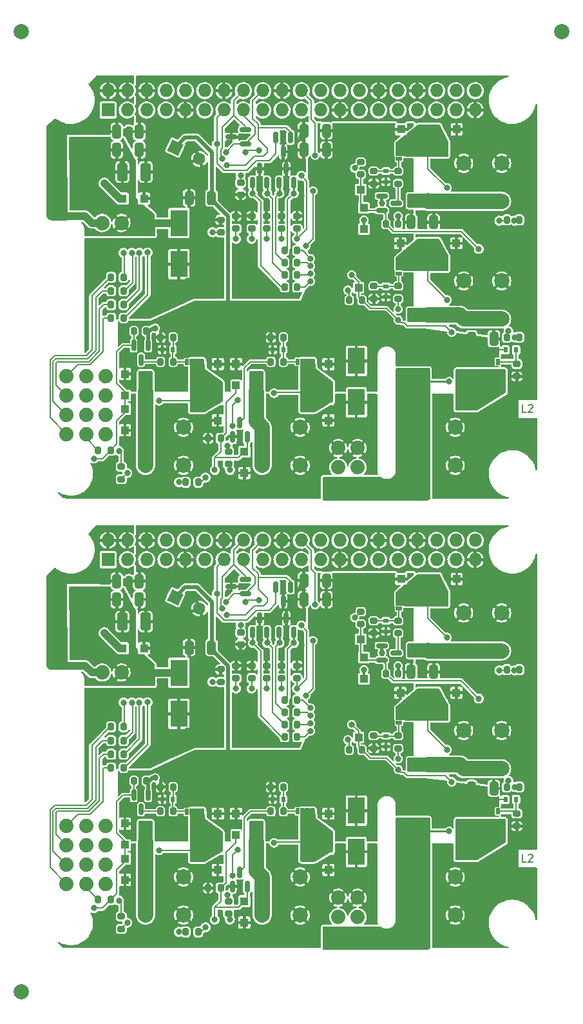
<source format=gbl>
%TF.GenerationSoftware,KiCad,Pcbnew,6.0.11+dfsg-1*%
%TF.CreationDate,2024-03-16T14:36:40+00:00*%
%TF.ProjectId,panel,70616e65-6c2e-46b6-9963-61645f706362,rev?*%
%TF.SameCoordinates,Original*%
%TF.FileFunction,Copper,L2,Bot*%
%TF.FilePolarity,Positive*%
%FSLAX46Y46*%
G04 Gerber Fmt 4.6, Leading zero omitted, Abs format (unit mm)*
G04 Created by KiCad (PCBNEW 6.0.11+dfsg-1) date 2024-03-16 14:36:40*
%MOMM*%
%LPD*%
G01*
G04 APERTURE LIST*
G04 Aperture macros list*
%AMRoundRect*
0 Rectangle with rounded corners*
0 $1 Rounding radius*
0 $2 $3 $4 $5 $6 $7 $8 $9 X,Y pos of 4 corners*
0 Add a 4 corners polygon primitive as box body*
4,1,4,$2,$3,$4,$5,$6,$7,$8,$9,$2,$3,0*
0 Add four circle primitives for the rounded corners*
1,1,$1+$1,$2,$3*
1,1,$1+$1,$4,$5*
1,1,$1+$1,$6,$7*
1,1,$1+$1,$8,$9*
0 Add four rect primitives between the rounded corners*
20,1,$1+$1,$2,$3,$4,$5,0*
20,1,$1+$1,$4,$5,$6,$7,0*
20,1,$1+$1,$6,$7,$8,$9,0*
20,1,$1+$1,$8,$9,$2,$3,0*%
%AMRotRect*
0 Rectangle, with rotation*
0 The origin of the aperture is its center*
0 $1 length*
0 $2 width*
0 $3 Rotation angle, in degrees counterclockwise*
0 Add horizontal line*
21,1,$1,$2,0,0,$3*%
%AMFreePoly0*
4,1,5,0.225000,-0.400000,-0.225000,-0.400000,-0.225000,0.400000,0.225000,0.400000,0.225000,-0.400000,0.225000,-0.400000,$1*%
%AMFreePoly1*
4,1,29,0.150000,1.240000,0.200000,1.240000,0.200000,-1.260000,0.150000,-1.260000,0.150000,-1.860000,-0.150000,-1.860000,-0.150000,-1.260000,-1.350000,-1.260000,-1.350000,-1.210000,-2.050000,-1.210000,-2.050000,-0.760000,-1.350000,-0.760000,-1.350000,-0.560000,-2.050000,-0.560000,-2.050000,-0.110000,-1.350000,-0.110000,-1.350000,0.090000,-2.050000,0.090000,-2.050000,0.540000,-1.350000,0.540000,
-1.350000,0.740000,-2.050000,0.740000,-2.050000,1.190000,-1.350000,1.190000,-1.350000,1.240000,-0.150000,1.240000,-0.150000,1.840000,0.150000,1.840000,0.150000,1.240000,0.150000,1.240000,$1*%
G04 Aperture macros list end*
%ADD10C,0.150000*%
%TA.AperFunction,NonConductor*%
%ADD11C,0.150000*%
%TD*%
%TA.AperFunction,ComponentPad*%
%ADD12C,2.000000*%
%TD*%
%TA.AperFunction,ComponentPad*%
%ADD13C,1.879600*%
%TD*%
%TA.AperFunction,ComponentPad*%
%ADD14R,1.727200X1.727200*%
%TD*%
%TA.AperFunction,ComponentPad*%
%ADD15O,1.727200X1.727200*%
%TD*%
%TA.AperFunction,SMDPad,CuDef*%
%ADD16RoundRect,0.200000X0.275000X-0.200000X0.275000X0.200000X-0.275000X0.200000X-0.275000X-0.200000X0*%
%TD*%
%TA.AperFunction,SMDPad,CuDef*%
%ADD17RoundRect,0.200000X0.200000X0.275000X-0.200000X0.275000X-0.200000X-0.275000X0.200000X-0.275000X0*%
%TD*%
%TA.AperFunction,SMDPad,CuDef*%
%ADD18RoundRect,0.250000X-0.325000X-0.650000X0.325000X-0.650000X0.325000X0.650000X-0.325000X0.650000X0*%
%TD*%
%TA.AperFunction,ComponentPad*%
%ADD19RotRect,1.600000X1.600000X335.000000*%
%TD*%
%TA.AperFunction,ComponentPad*%
%ADD20C,1.600000*%
%TD*%
%TA.AperFunction,SMDPad,CuDef*%
%ADD21RoundRect,0.150000X0.150000X-0.587500X0.150000X0.587500X-0.150000X0.587500X-0.150000X-0.587500X0*%
%TD*%
%TA.AperFunction,SMDPad,CuDef*%
%ADD22RoundRect,0.250000X0.325000X0.650000X-0.325000X0.650000X-0.325000X-0.650000X0.325000X-0.650000X0*%
%TD*%
%TA.AperFunction,SMDPad,CuDef*%
%ADD23RoundRect,0.150000X-0.150000X0.587500X-0.150000X-0.587500X0.150000X-0.587500X0.150000X0.587500X0*%
%TD*%
%TA.AperFunction,SMDPad,CuDef*%
%ADD24FreePoly0,0.000000*%
%TD*%
%TA.AperFunction,SMDPad,CuDef*%
%ADD25FreePoly1,270.000000*%
%TD*%
%TA.AperFunction,SMDPad,CuDef*%
%ADD26R,1.100000X1.100000*%
%TD*%
%TA.AperFunction,SMDPad,CuDef*%
%ADD27FreePoly0,180.000000*%
%TD*%
%TA.AperFunction,SMDPad,CuDef*%
%ADD28FreePoly1,90.000000*%
%TD*%
%TA.AperFunction,SMDPad,CuDef*%
%ADD29RoundRect,0.200000X-0.200000X-0.275000X0.200000X-0.275000X0.200000X0.275000X-0.200000X0.275000X0*%
%TD*%
%TA.AperFunction,SMDPad,CuDef*%
%ADD30R,0.600000X0.700000*%
%TD*%
%TA.AperFunction,SMDPad,CuDef*%
%ADD31RoundRect,0.250000X-2.475000X0.712500X-2.475000X-0.712500X2.475000X-0.712500X2.475000X0.712500X0*%
%TD*%
%TA.AperFunction,SMDPad,CuDef*%
%ADD32FreePoly0,90.000000*%
%TD*%
%TA.AperFunction,SMDPad,CuDef*%
%ADD33FreePoly1,0.000000*%
%TD*%
%TA.AperFunction,SMDPad,CuDef*%
%ADD34RoundRect,0.150000X0.587500X0.150000X-0.587500X0.150000X-0.587500X-0.150000X0.587500X-0.150000X0*%
%TD*%
%TA.AperFunction,SMDPad,CuDef*%
%ADD35RoundRect,0.200000X-0.275000X0.200000X-0.275000X-0.200000X0.275000X-0.200000X0.275000X0.200000X0*%
%TD*%
%TA.AperFunction,SMDPad,CuDef*%
%ADD36R,0.700000X0.600000*%
%TD*%
%TA.AperFunction,SMDPad,CuDef*%
%ADD37RoundRect,0.250000X-0.712500X-2.475000X0.712500X-2.475000X0.712500X2.475000X-0.712500X2.475000X0*%
%TD*%
%TA.AperFunction,SMDPad,CuDef*%
%ADD38R,2.300000X3.500000*%
%TD*%
%TA.AperFunction,SMDPad,CuDef*%
%ADD39RoundRect,0.250000X0.712500X2.475000X-0.712500X2.475000X-0.712500X-2.475000X0.712500X-2.475000X0*%
%TD*%
%TA.AperFunction,SMDPad,CuDef*%
%ADD40RoundRect,0.250000X-0.412500X-0.925000X0.412500X-0.925000X0.412500X0.925000X-0.412500X0.925000X0*%
%TD*%
%TA.AperFunction,SMDPad,CuDef*%
%ADD41C,2.000000*%
%TD*%
%TA.AperFunction,SMDPad,CuDef*%
%ADD42RoundRect,0.225000X-0.250000X0.225000X-0.250000X-0.225000X0.250000X-0.225000X0.250000X0.225000X0*%
%TD*%
%TA.AperFunction,SMDPad,CuDef*%
%ADD43RoundRect,0.150000X-0.587500X-0.150000X0.587500X-0.150000X0.587500X0.150000X-0.587500X0.150000X0*%
%TD*%
%TA.AperFunction,ViaPad*%
%ADD44C,0.800000*%
%TD*%
%TA.AperFunction,ViaPad*%
%ADD45C,1.000000*%
%TD*%
%TA.AperFunction,Conductor*%
%ADD46C,0.200000*%
%TD*%
%TA.AperFunction,Conductor*%
%ADD47C,1.000000*%
%TD*%
%TA.AperFunction,Conductor*%
%ADD48C,0.500000*%
%TD*%
%TA.AperFunction,Conductor*%
%ADD49C,0.250000*%
%TD*%
%TA.AperFunction,Conductor*%
%ADD50C,2.000000*%
%TD*%
G04 APERTURE END LIST*
D10*
D11*
X179333333Y-72452380D02*
X178857142Y-72452380D01*
X178857142Y-71452380D01*
X179619047Y-71547619D02*
X179666666Y-71500000D01*
X179761904Y-71452380D01*
X180000000Y-71452380D01*
X180095238Y-71500000D01*
X180142857Y-71547619D01*
X180190476Y-71642857D01*
X180190476Y-71738095D01*
X180142857Y-71880952D01*
X179571428Y-72452380D01*
X180190476Y-72452380D01*
D10*
D11*
X179333333Y-131452380D02*
X178857142Y-131452380D01*
X178857142Y-130452380D01*
X179619047Y-130547619D02*
X179666666Y-130500000D01*
X179761904Y-130452380D01*
X180000000Y-130452380D01*
X180095238Y-130500000D01*
X180142857Y-130547619D01*
X180190476Y-130642857D01*
X180190476Y-130738095D01*
X180142857Y-130880952D01*
X179571428Y-131452380D01*
X180190476Y-131452380D01*
D12*
%TO.P,J5,1,Pin_1*%
%TO.N,Board_0-OUT2*%
X144625000Y-79405000D03*
X144625000Y-74405000D03*
%TO.P,J5,2,Pin_2*%
%TO.N,Board_0-GND*%
X149625000Y-74405000D03*
X149625000Y-79405000D03*
%TD*%
D13*
%TO.P,J10,1,1*%
%TO.N,Board_1-VIN*%
X157170000Y-141206800D03*
%TO.P,J10,2,2*%
X154630000Y-141206800D03*
%TO.P,J10,3,3*%
%TO.N,Board_1-unconnected-(J10-Pad3)*%
X157170000Y-138666800D03*
%TO.P,J10,4,4*%
%TO.N,Board_1-unconnected-(J10-Pad4)*%
X154630000Y-138666800D03*
%TO.P,J10,5,5*%
%TO.N,Board_1-GND*%
X157170000Y-136126800D03*
%TO.P,J10,6,6*%
X154630000Y-136126800D03*
%TD*%
%TO.P,J6,1,1*%
%TO.N,Board_1-INPUT1*%
X124020000Y-134290000D03*
%TO.P,J6,2,2*%
%TO.N,Board_1-MOSFET1*%
X121480000Y-134290000D03*
%TO.P,J6,3,3*%
%TO.N,Board_1-INPUT2*%
X124020000Y-131750000D03*
%TO.P,J6,4,4*%
%TO.N,Board_1-MOSFET2*%
X121480000Y-131750000D03*
%TO.P,J6,5,5*%
%TO.N,Board_1-INPUT3*%
X124020000Y-129210000D03*
%TO.P,J6,6,6*%
%TO.N,Board_1-MOSFET3*%
X121480000Y-129210000D03*
%TO.P,J6,7,7*%
%TO.N,Board_1-INPUT4*%
X124020000Y-126670000D03*
%TO.P,J6,8,8*%
%TO.N,Board_1-MOSFET4*%
X121480000Y-126670000D03*
%TD*%
%TO.P,J6,1,1*%
%TO.N,Board_0-INPUT1*%
X124020000Y-75290000D03*
%TO.P,J6,2,2*%
%TO.N,Board_0-MOSFET1*%
X121480000Y-75290000D03*
%TO.P,J6,3,3*%
%TO.N,Board_0-INPUT2*%
X124020000Y-72750000D03*
%TO.P,J6,4,4*%
%TO.N,Board_0-MOSFET2*%
X121480000Y-72750000D03*
%TO.P,J6,5,5*%
%TO.N,Board_0-INPUT3*%
X124020000Y-70210000D03*
%TO.P,J6,6,6*%
%TO.N,Board_0-MOSFET3*%
X121480000Y-70210000D03*
%TO.P,J6,7,7*%
%TO.N,Board_0-INPUT4*%
X124020000Y-67670000D03*
%TO.P,J6,8,8*%
%TO.N,Board_0-MOSFET4*%
X121480000Y-67670000D03*
%TD*%
D12*
%TO.P,J3,1,Pin_1*%
%TO.N,Board_1-VIN*%
X165000000Y-138405000D03*
X165000000Y-133405000D03*
%TO.P,J3,2,Pin_2*%
%TO.N,Board_1-GND*%
X170000000Y-138405000D03*
X170000000Y-133405000D03*
%TD*%
D13*
%TO.P,J1,1,1*%
%TO.N,Board_1-PI4*%
X118920000Y-126670000D03*
%TO.P,J1,2,2*%
%TO.N,Board_1-PI3*%
X118920000Y-129210000D03*
%TO.P,J1,3,3*%
%TO.N,Board_1-PI2*%
X118920000Y-131750000D03*
%TO.P,J1,4,4*%
%TO.N,Board_1-PI1*%
X118920000Y-134290000D03*
%TD*%
D12*
%TO.P,J8,1,Pin_1*%
%TO.N,Board_0-OUT4*%
X176105000Y-44750000D03*
X171105000Y-44750000D03*
%TO.P,J8,2,Pin_2*%
%TO.N,Board_0-GND*%
X171105000Y-39750000D03*
X176105000Y-39750000D03*
%TD*%
%TO.P,J7,1,Pin_1*%
%TO.N,Board_0-OUT3*%
X171105000Y-60200000D03*
X176105000Y-60200000D03*
%TO.P,J7,2,Pin_2*%
%TO.N,Board_0-GND*%
X171105000Y-55200000D03*
X176105000Y-55200000D03*
%TD*%
%TO.P,J8,1,Pin_1*%
%TO.N,Board_1-OUT4*%
X171105000Y-103750000D03*
X176105000Y-103750000D03*
%TO.P,J8,2,Pin_2*%
%TO.N,Board_1-GND*%
X176105000Y-98750000D03*
X171105000Y-98750000D03*
%TD*%
D13*
%TO.P,J9,1,1*%
%TO.N,Board_1-+5V*%
X126140000Y-106590000D03*
%TO.P,J9,2,2*%
%TO.N,Board_1-PI_5V0*%
X123600000Y-106590000D03*
%TD*%
%TO.P,J1,1,1*%
%TO.N,Board_0-PI4*%
X118920000Y-67670000D03*
%TO.P,J1,2,2*%
%TO.N,Board_0-PI3*%
X118920000Y-70210000D03*
%TO.P,J1,3,3*%
%TO.N,Board_0-PI2*%
X118920000Y-72750000D03*
%TO.P,J1,4,4*%
%TO.N,Board_0-PI1*%
X118920000Y-75290000D03*
%TD*%
D14*
%TO.P,J2,1,3.3V*%
%TO.N,Board_1-+3V3*%
X124370000Y-91770000D03*
D15*
%TO.P,J2,2,5V*%
%TO.N,Board_1-PI_5V0*%
X124370000Y-89230000D03*
%TO.P,J2,3,SDA*%
%TO.N,Board_1-I2C_SDA*%
X126910000Y-91770000D03*
%TO.P,J2,4,5V*%
%TO.N,Board_1-PI_5V0*%
X126910000Y-89230000D03*
%TO.P,J2,5,SCL*%
%TO.N,Board_1-I2C_SCL*%
X129450000Y-91770000D03*
%TO.P,J2,6,GND*%
%TO.N,Board_1-GND*%
X129450000Y-89230000D03*
%TO.P,J2,7,GP4*%
%TO.N,Board_1-unconnected-(J2-Pad7)*%
X131990000Y-91770000D03*
%TO.P,J2,8,TXO*%
%TO.N,Board_1-unconnected-(J2-Pad8)*%
X131990000Y-89230000D03*
%TO.P,J2,9,GND*%
%TO.N,Board_1-GND*%
X134530000Y-91770000D03*
%TO.P,J2,10,RXI*%
%TO.N,Board_1-unconnected-(J2-Pad10)*%
X134530000Y-89230000D03*
%TO.P,J2,11,GP17*%
%TO.N,Board_1-unconnected-(J2-Pad11)*%
X137070000Y-91770000D03*
%TO.P,J2,12,GP18#*%
%TO.N,Board_1-unconnected-(J2-Pad12)*%
X137070000Y-89230000D03*
%TO.P,J2,13,GP27*%
%TO.N,Board_1-Net-(D34-Pad1)*%
X139610000Y-91770000D03*
%TO.P,J2,14,GND*%
%TO.N,Board_1-GND*%
X139610000Y-89230000D03*
%TO.P,J2,15,GP22*%
%TO.N,Board_1-Net-(D35-Pad2)*%
X142150000Y-91770000D03*
%TO.P,J2,16,GP23*%
%TO.N,Board_1-Net-(D35-Pad1)*%
X142150000Y-89230000D03*
%TO.P,J2,17,3.3V*%
%TO.N,Board_1-unconnected-(J2-Pad17)*%
X144690000Y-91770000D03*
%TO.P,J2,18,GP24*%
%TO.N,Board_1-Net-(D34-Pad2)*%
X144690000Y-89230000D03*
%TO.P,J2,19,MOSI*%
%TO.N,Board_1-unconnected-(J2-Pad19)*%
X147230000Y-91770000D03*
%TO.P,J2,20,GND*%
%TO.N,Board_1-GND*%
X147230000Y-89230000D03*
%TO.P,J2,21,MISO*%
%TO.N,Board_1-unconnected-(J2-Pad21)*%
X149770000Y-91770000D03*
%TO.P,J2,22,GP25*%
%TO.N,Board_1-OE*%
X149770000Y-89230000D03*
%TO.P,J2,23,SCLK*%
%TO.N,Board_1-unconnected-(J2-Pad23)*%
X152310000Y-91770000D03*
%TO.P,J2,24,CE0*%
%TO.N,Board_1-unconnected-(J2-Pad24)*%
X152310000Y-89230000D03*
%TO.P,J2,25,GND*%
%TO.N,Board_1-GND*%
X154850000Y-91770000D03*
%TO.P,J2,26,CE1*%
%TO.N,Board_1-unconnected-(J2-Pad26)*%
X154850000Y-89230000D03*
%TO.P,J2,27,ID_SD*%
%TO.N,Board_1-unconnected-(J2-Pad27)*%
X157390000Y-91770000D03*
%TO.P,J2,28,ID_SC*%
%TO.N,Board_1-unconnected-(J2-Pad28)*%
X157390000Y-89230000D03*
%TO.P,J2,29,GP5*%
%TO.N,Board_1-unconnected-(J2-Pad29)*%
X159930000Y-91770000D03*
%TO.P,J2,30,GND*%
%TO.N,Board_1-GND*%
X159930000Y-89230000D03*
%TO.P,J2,31,GP6*%
%TO.N,Board_1-unconnected-(J2-Pad31)*%
X162470000Y-91770000D03*
%TO.P,J2,32,GP12*%
%TO.N,Board_1-unconnected-(J2-Pad32)*%
X162470000Y-89230000D03*
%TO.P,J2,33,GP13*%
%TO.N,Board_1-unconnected-(J2-Pad33)*%
X165010000Y-91770000D03*
%TO.P,J2,34,GND*%
%TO.N,Board_1-GND*%
X165010000Y-89230000D03*
%TO.P,J2,35,GP19*%
%TO.N,Board_1-unconnected-(J2-Pad35)*%
X167550000Y-91770000D03*
%TO.P,J2,36,GP16*%
%TO.N,Board_1-unconnected-(J2-Pad36)*%
X167550000Y-89230000D03*
%TO.P,J2,37,GP26*%
%TO.N,Board_1-unconnected-(J2-Pad37)*%
X170090000Y-91770000D03*
%TO.P,J2,38,GP20*%
%TO.N,Board_1-unconnected-(J2-Pad38)*%
X170090000Y-89230000D03*
%TO.P,J2,39,GND*%
%TO.N,Board_1-GND*%
X172630000Y-91770000D03*
%TO.P,J2,40,GP21*%
%TO.N,Board_1-unconnected-(J2-Pad40)*%
X172630000Y-89230000D03*
%TD*%
D12*
%TO.P,J4,1,Pin_1*%
%TO.N,Board_1-OUT1*%
X129300000Y-138405000D03*
X129300000Y-133405000D03*
%TO.P,J4,2,Pin_2*%
%TO.N,Board_1-GND*%
X134300000Y-133405000D03*
X134300000Y-138405000D03*
%TD*%
D13*
%TO.P,J9,1,1*%
%TO.N,Board_0-+5V*%
X126140000Y-47590000D03*
%TO.P,J9,2,2*%
%TO.N,Board_0-PI_5V0*%
X123600000Y-47590000D03*
%TD*%
D12*
%TO.P,J7,1,Pin_1*%
%TO.N,Board_1-OUT3*%
X171105000Y-119200000D03*
X176105000Y-119200000D03*
%TO.P,J7,2,Pin_2*%
%TO.N,Board_1-GND*%
X171105000Y-114200000D03*
X176105000Y-114200000D03*
%TD*%
%TO.P,J3,1,Pin_1*%
%TO.N,Board_0-VIN*%
X165000000Y-79405000D03*
X165000000Y-74405000D03*
%TO.P,J3,2,Pin_2*%
%TO.N,Board_0-GND*%
X170000000Y-74405000D03*
X170000000Y-79405000D03*
%TD*%
D13*
%TO.P,J10,1,1*%
%TO.N,Board_0-VIN*%
X157170000Y-82206800D03*
%TO.P,J10,2,2*%
X154630000Y-82206800D03*
%TO.P,J10,3,3*%
%TO.N,Board_0-unconnected-(J10-Pad3)*%
X157170000Y-79666800D03*
%TO.P,J10,4,4*%
%TO.N,Board_0-unconnected-(J10-Pad4)*%
X154630000Y-79666800D03*
%TO.P,J10,5,5*%
%TO.N,Board_0-GND*%
X157170000Y-77126800D03*
%TO.P,J10,6,6*%
X154630000Y-77126800D03*
%TD*%
D14*
%TO.P,J2,1,3.3V*%
%TO.N,Board_0-+3V3*%
X124370000Y-32770000D03*
D15*
%TO.P,J2,2,5V*%
%TO.N,Board_0-PI_5V0*%
X124370000Y-30230000D03*
%TO.P,J2,3,SDA*%
%TO.N,Board_0-I2C_SDA*%
X126910000Y-32770000D03*
%TO.P,J2,4,5V*%
%TO.N,Board_0-PI_5V0*%
X126910000Y-30230000D03*
%TO.P,J2,5,SCL*%
%TO.N,Board_0-I2C_SCL*%
X129450000Y-32770000D03*
%TO.P,J2,6,GND*%
%TO.N,Board_0-GND*%
X129450000Y-30230000D03*
%TO.P,J2,7,GP4*%
%TO.N,Board_0-unconnected-(J2-Pad7)*%
X131990000Y-32770000D03*
%TO.P,J2,8,TXO*%
%TO.N,Board_0-unconnected-(J2-Pad8)*%
X131990000Y-30230000D03*
%TO.P,J2,9,GND*%
%TO.N,Board_0-GND*%
X134530000Y-32770000D03*
%TO.P,J2,10,RXI*%
%TO.N,Board_0-unconnected-(J2-Pad10)*%
X134530000Y-30230000D03*
%TO.P,J2,11,GP17*%
%TO.N,Board_0-unconnected-(J2-Pad11)*%
X137070000Y-32770000D03*
%TO.P,J2,12,GP18#*%
%TO.N,Board_0-unconnected-(J2-Pad12)*%
X137070000Y-30230000D03*
%TO.P,J2,13,GP27*%
%TO.N,Board_0-Net-(D34-Pad1)*%
X139610000Y-32770000D03*
%TO.P,J2,14,GND*%
%TO.N,Board_0-GND*%
X139610000Y-30230000D03*
%TO.P,J2,15,GP22*%
%TO.N,Board_0-Net-(D35-Pad2)*%
X142150000Y-32770000D03*
%TO.P,J2,16,GP23*%
%TO.N,Board_0-Net-(D35-Pad1)*%
X142150000Y-30230000D03*
%TO.P,J2,17,3.3V*%
%TO.N,Board_0-unconnected-(J2-Pad17)*%
X144690000Y-32770000D03*
%TO.P,J2,18,GP24*%
%TO.N,Board_0-Net-(D34-Pad2)*%
X144690000Y-30230000D03*
%TO.P,J2,19,MOSI*%
%TO.N,Board_0-unconnected-(J2-Pad19)*%
X147230000Y-32770000D03*
%TO.P,J2,20,GND*%
%TO.N,Board_0-GND*%
X147230000Y-30230000D03*
%TO.P,J2,21,MISO*%
%TO.N,Board_0-unconnected-(J2-Pad21)*%
X149770000Y-32770000D03*
%TO.P,J2,22,GP25*%
%TO.N,Board_0-OE*%
X149770000Y-30230000D03*
%TO.P,J2,23,SCLK*%
%TO.N,Board_0-unconnected-(J2-Pad23)*%
X152310000Y-32770000D03*
%TO.P,J2,24,CE0*%
%TO.N,Board_0-unconnected-(J2-Pad24)*%
X152310000Y-30230000D03*
%TO.P,J2,25,GND*%
%TO.N,Board_0-GND*%
X154850000Y-32770000D03*
%TO.P,J2,26,CE1*%
%TO.N,Board_0-unconnected-(J2-Pad26)*%
X154850000Y-30230000D03*
%TO.P,J2,27,ID_SD*%
%TO.N,Board_0-unconnected-(J2-Pad27)*%
X157390000Y-32770000D03*
%TO.P,J2,28,ID_SC*%
%TO.N,Board_0-unconnected-(J2-Pad28)*%
X157390000Y-30230000D03*
%TO.P,J2,29,GP5*%
%TO.N,Board_0-unconnected-(J2-Pad29)*%
X159930000Y-32770000D03*
%TO.P,J2,30,GND*%
%TO.N,Board_0-GND*%
X159930000Y-30230000D03*
%TO.P,J2,31,GP6*%
%TO.N,Board_0-unconnected-(J2-Pad31)*%
X162470000Y-32770000D03*
%TO.P,J2,32,GP12*%
%TO.N,Board_0-unconnected-(J2-Pad32)*%
X162470000Y-30230000D03*
%TO.P,J2,33,GP13*%
%TO.N,Board_0-unconnected-(J2-Pad33)*%
X165010000Y-32770000D03*
%TO.P,J2,34,GND*%
%TO.N,Board_0-GND*%
X165010000Y-30230000D03*
%TO.P,J2,35,GP19*%
%TO.N,Board_0-unconnected-(J2-Pad35)*%
X167550000Y-32770000D03*
%TO.P,J2,36,GP16*%
%TO.N,Board_0-unconnected-(J2-Pad36)*%
X167550000Y-30230000D03*
%TO.P,J2,37,GP26*%
%TO.N,Board_0-unconnected-(J2-Pad37)*%
X170090000Y-32770000D03*
%TO.P,J2,38,GP20*%
%TO.N,Board_0-unconnected-(J2-Pad38)*%
X170090000Y-30230000D03*
%TO.P,J2,39,GND*%
%TO.N,Board_0-GND*%
X172630000Y-32770000D03*
%TO.P,J2,40,GP21*%
%TO.N,Board_0-unconnected-(J2-Pad40)*%
X172630000Y-30230000D03*
%TD*%
D12*
%TO.P,J4,1,Pin_1*%
%TO.N,Board_0-OUT1*%
X129300000Y-79405000D03*
X129300000Y-74405000D03*
%TO.P,J4,2,Pin_2*%
%TO.N,Board_0-GND*%
X134300000Y-74405000D03*
X134300000Y-79405000D03*
%TD*%
%TO.P,J5,1,Pin_1*%
%TO.N,Board_1-OUT2*%
X144625000Y-133405000D03*
X144625000Y-138405000D03*
%TO.P,J5,2,Pin_2*%
%TO.N,Board_1-GND*%
X149625000Y-133405000D03*
X149625000Y-138405000D03*
%TD*%
D16*
%TO.P,R4,1,1*%
%TO.N,Board_0-Net-(D4-Pad2)*%
X126100000Y-81225000D03*
%TO.P,R4,2,2*%
%TO.N,Board_0-Net-(D10-Pad1)*%
X126100000Y-79575000D03*
%TD*%
D17*
%TO.P,R30,1,1*%
%TO.N,Board_0-Net-(D35-Pad1)*%
X126425000Y-58300000D03*
%TO.P,R30,2,2*%
%TO.N,Board_0-PI3*%
X124775000Y-58300000D03*
%TD*%
D18*
%TO.P,C10,1*%
%TO.N,Board_0-PI_5V0*%
X125525000Y-35600000D03*
%TO.P,C10,2*%
%TO.N,Board_0-GND*%
X128475000Y-35600000D03*
%TD*%
D19*
%TO.P,C8,1*%
%TO.N,Board_0-VCC*%
X133200000Y-37700000D03*
D20*
%TO.P,C8,2*%
%TO.N,Board_0-GND*%
X136372077Y-39179164D03*
%TD*%
D17*
%TO.P,R38,1,1*%
%TO.N,Board_1-Net-(D34-Pad1)*%
X126425000Y-113700000D03*
%TO.P,R38,2,2*%
%TO.N,Board_1-PI1*%
X124775000Y-113700000D03*
%TD*%
D16*
%TO.P,R20,1,1*%
%TO.N,Board_0-Net-(D26-Pad2)*%
X157600000Y-41225000D03*
%TO.P,R20,2,2*%
%TO.N,Board_0-MOSFET4*%
X157600000Y-39575000D03*
%TD*%
D21*
%TO.P,D32,1,K*%
%TO.N,Board_0-Net-(D32-Pad1)*%
X148750000Y-42337500D03*
%TO.P,D32,2,K*%
%TO.N,Board_0-Net-(D32-Pad2)*%
X146850000Y-42337500D03*
%TO.P,D32,3,A*%
%TO.N,Board_0-GND*%
X147800000Y-40462500D03*
%TD*%
D16*
%TO.P,R18,1,1*%
%TO.N,Board_1-Net-(Q9-Pad3)*%
X162500000Y-101425000D03*
%TO.P,R18,2,2*%
%TO.N,Board_1-Net-(D18-Pad2)*%
X162500000Y-99775000D03*
%TD*%
D22*
%TO.P,C2,1*%
%TO.N,Board_0-VCC*%
X153075000Y-38000000D03*
%TO.P,C2,2*%
%TO.N,Board_0-GND*%
X150125000Y-38000000D03*
%TD*%
D23*
%TO.P,Q4,1,G*%
%TO.N,Board_1-Net-(D12-Pad2)*%
X127750000Y-122662500D03*
%TO.P,Q4,2,S*%
%TO.N,Board_1-GND*%
X129650000Y-122662500D03*
%TO.P,Q4,3,D*%
%TO.N,Board_1-Net-(Q4-Pad3)*%
X128700000Y-124537500D03*
%TD*%
D24*
%TO.P,Q6,1,G*%
%TO.N,Board_1-Net-(D17-Pad2)*%
X149250000Y-124800000D03*
D25*
%TO.P,Q6,2,D*%
%TO.N,Board_1-VCC*%
X150235000Y-123150000D03*
D24*
%TO.P,Q6,3,S*%
%TO.N,Board_1-Net-(D21-Pad2)*%
X149900000Y-124800000D03*
X151200000Y-124800000D03*
X150550000Y-124800000D03*
%TD*%
D26*
%TO.P,D23,1,K*%
%TO.N,Board_1-Net-(D21-Pad2)*%
X153350000Y-129700000D03*
%TO.P,D23,2,A*%
%TO.N,Board_1-GND*%
X153350000Y-132500000D03*
%TD*%
D27*
%TO.P,Q1,1,G*%
%TO.N,Board_1-Net-(D6-Pad2)*%
X175600000Y-124792500D03*
D28*
%TO.P,Q1,2,D*%
%TO.N,Board_1-Net-(D1-Pad1)*%
X174615000Y-126442500D03*
D27*
%TO.P,Q1,3,S*%
%TO.N,Board_1-VCC*%
X174300000Y-124792500D03*
X174950000Y-124792500D03*
X173650000Y-124792500D03*
%TD*%
D26*
%TO.P,D13,1,K*%
%TO.N,Board_0-VCC*%
X157300000Y-53300000D03*
%TO.P,D13,2,A*%
%TO.N,Board_0-Net-(D13-Pad2)*%
X157300000Y-56100000D03*
%TD*%
D21*
%TO.P,D33,1,K*%
%TO.N,Board_0-Net-(D33-Pad1)*%
X145250000Y-42337500D03*
%TO.P,D33,2,K*%
%TO.N,Board_0-Net-(D33-Pad2)*%
X143350000Y-42337500D03*
%TO.P,D33,3,A*%
%TO.N,Board_0-GND*%
X144300000Y-40462500D03*
%TD*%
D29*
%TO.P,R21,1,1*%
%TO.N,Board_0-GND*%
X137525000Y-75850000D03*
%TO.P,R21,2,2*%
%TO.N,Board_0-Net-(D25-Pad2)*%
X139175000Y-75850000D03*
%TD*%
D30*
%TO.P,D6,1,K*%
%TO.N,Board_1-VCC*%
X176600000Y-123250000D03*
%TO.P,D6,2,A*%
%TO.N,Board_1-Net-(D6-Pad2)*%
X178000000Y-123250000D03*
%TD*%
D26*
%TO.P,D25,1,K*%
%TO.N,Board_1-VCC*%
X141200000Y-125100000D03*
%TO.P,D25,2,A*%
%TO.N,Board_1-Net-(D25-Pad2)*%
X141200000Y-127900000D03*
%TD*%
D23*
%TO.P,D34,1,K*%
%TO.N,Board_0-Net-(D34-Pad1)*%
X146450000Y-36362500D03*
%TO.P,D34,2,K*%
%TO.N,Board_0-Net-(D34-Pad2)*%
X148350000Y-36362500D03*
%TO.P,D34,3,A*%
%TO.N,Board_0-GND*%
X147400000Y-38237500D03*
%TD*%
D29*
%TO.P,R6,1,1*%
%TO.N,Board_0-Net-(Q4-Pad3)*%
X131275000Y-65800000D03*
%TO.P,R6,2,2*%
%TO.N,Board_0-Net-(D2-Pad2)*%
X132925000Y-65800000D03*
%TD*%
D18*
%TO.P,C14,1*%
%TO.N,Board_1-+5V*%
X125525000Y-97000000D03*
%TO.P,C14,2*%
%TO.N,Board_1-GND*%
X128475000Y-97000000D03*
%TD*%
D19*
%TO.P,C8,1*%
%TO.N,Board_1-VCC*%
X133200000Y-96700000D03*
D20*
%TO.P,C8,2*%
%TO.N,Board_1-GND*%
X136372077Y-98179164D03*
%TD*%
D26*
%TO.P,D25,1,K*%
%TO.N,Board_0-VCC*%
X141200000Y-66100000D03*
%TO.P,D25,2,A*%
%TO.N,Board_0-Net-(D25-Pad2)*%
X141200000Y-68900000D03*
%TD*%
D31*
%TO.P,F5,1*%
%TO.N,Board_0-Net-(D22-Pad2)*%
X166400000Y-37912500D03*
%TO.P,F5,2*%
%TO.N,Board_0-OUT4*%
X166400000Y-44687500D03*
%TD*%
%TO.P,F5,1*%
%TO.N,Board_1-Net-(D22-Pad2)*%
X166400000Y-96912500D03*
%TO.P,F5,2*%
%TO.N,Board_1-OUT4*%
X166400000Y-103687500D03*
%TD*%
D16*
%TO.P,R15,1,1*%
%TO.N,Board_1-Net-(D19-Pad2)*%
X140200000Y-138225000D03*
%TO.P,R15,2,2*%
%TO.N,Board_1-Net-(D21-Pad2)*%
X140200000Y-136575000D03*
%TD*%
D26*
%TO.P,D21,1,K*%
%TO.N,Board_0-VCC*%
X153350000Y-66100000D03*
%TO.P,D21,2,A*%
%TO.N,Board_0-Net-(D21-Pad2)*%
X153350000Y-68900000D03*
%TD*%
D21*
%TO.P,Q8,1,G*%
%TO.N,Board_1-Net-(D25-Pad2)*%
X142650000Y-134637500D03*
%TO.P,Q8,2,S*%
%TO.N,Board_1-GND*%
X140750000Y-134637500D03*
%TO.P,Q8,3,D*%
%TO.N,Board_1-Net-(Q8-Pad3)*%
X141700000Y-132762500D03*
%TD*%
D29*
%TO.P,R24,1,1*%
%TO.N,Board_1-Net-(D33-Pad2)*%
X147575000Y-115000000D03*
%TO.P,R24,2,2*%
%TO.N,Board_1-INPUT1*%
X149225000Y-115000000D03*
%TD*%
D32*
%TO.P,Q3,1,G*%
%TO.N,Board_0-Net-(D3-Pad2)*%
X162600000Y-54200000D03*
D33*
%TO.P,Q3,2,D*%
%TO.N,Board_0-VCC*%
X160950000Y-53215000D03*
D32*
%TO.P,Q3,3,S*%
%TO.N,Board_0-Net-(D11-Pad1)*%
X162600000Y-53550000D03*
X162600000Y-52250000D03*
X162600000Y-52900000D03*
%TD*%
D29*
%TO.P,R6,1,1*%
%TO.N,Board_1-Net-(Q4-Pad3)*%
X131275000Y-124800000D03*
%TO.P,R6,2,2*%
%TO.N,Board_1-Net-(D2-Pad2)*%
X132925000Y-124800000D03*
%TD*%
D34*
%TO.P,D35,1,K*%
%TO.N,Board_1-Net-(D35-Pad1)*%
X142437500Y-94350000D03*
%TO.P,D35,2,K*%
%TO.N,Board_1-Net-(D35-Pad2)*%
X142437500Y-96250000D03*
%TO.P,D35,3,A*%
%TO.N,Board_1-GND*%
X140562500Y-95300000D03*
%TD*%
D17*
%TO.P,R11,1,1*%
%TO.N,Board_0-GND*%
X129425000Y-61800000D03*
%TO.P,R11,2,2*%
%TO.N,Board_0-Net-(D12-Pad2)*%
X127775000Y-61800000D03*
%TD*%
%TO.P,R5,1,1*%
%TO.N,Board_1-Net-(D5-Pad2)*%
X178425000Y-121600000D03*
%TO.P,R5,2,2*%
%TO.N,Board_1-Net-(D11-Pad1)*%
X176775000Y-121600000D03*
%TD*%
D16*
%TO.P,R15,1,1*%
%TO.N,Board_0-Net-(D19-Pad2)*%
X140200000Y-79225000D03*
%TO.P,R15,2,2*%
%TO.N,Board_0-Net-(D21-Pad2)*%
X140200000Y-77575000D03*
%TD*%
D22*
%TO.P,C2,1*%
%TO.N,Board_1-VCC*%
X153075000Y-97000000D03*
%TO.P,C2,2*%
%TO.N,Board_1-GND*%
X150125000Y-97000000D03*
%TD*%
D21*
%TO.P,D33,1,K*%
%TO.N,Board_1-Net-(D33-Pad1)*%
X145250000Y-101337500D03*
%TO.P,D33,2,K*%
%TO.N,Board_1-Net-(D33-Pad2)*%
X143350000Y-101337500D03*
%TO.P,D33,3,A*%
%TO.N,Board_1-GND*%
X144300000Y-99462500D03*
%TD*%
D29*
%TO.P,R17,1,1*%
%TO.N,Board_1-Net-(Q8-Pad3)*%
X145775000Y-124800000D03*
%TO.P,R17,2,2*%
%TO.N,Board_1-Net-(D17-Pad2)*%
X147425000Y-124800000D03*
%TD*%
D35*
%TO.P,R3,1,1*%
%TO.N,Board_1-Net-(D3-Pad2)*%
X159300000Y-114875000D03*
%TO.P,R3,2,2*%
%TO.N,Board_1-VCC*%
X159300000Y-116525000D03*
%TD*%
D36*
%TO.P,D3,1,K*%
%TO.N,Board_1-VCC*%
X160900000Y-116300000D03*
%TO.P,D3,2,A*%
%TO.N,Board_1-Net-(D3-Pad2)*%
X160900000Y-114900000D03*
%TD*%
D29*
%TO.P,R17,1,1*%
%TO.N,Board_0-Net-(Q8-Pad3)*%
X145775000Y-65800000D03*
%TO.P,R17,2,2*%
%TO.N,Board_0-Net-(D17-Pad2)*%
X147425000Y-65800000D03*
%TD*%
D16*
%TO.P,R8,1,1*%
%TO.N,Board_0-GND*%
X178100000Y-67725000D03*
%TO.P,R8,2,2*%
%TO.N,Board_0-Net-(D6-Pad2)*%
X178100000Y-66075000D03*
%TD*%
D35*
%TO.P,R36,1,1*%
%TO.N,Board_1-GND*%
X141200000Y-105687500D03*
%TO.P,R36,2,2*%
%TO.N,Board_1-Net-(JP2-Pad2)*%
X141200000Y-107337500D03*
%TD*%
%TO.P,R36,1,1*%
%TO.N,Board_0-GND*%
X141200000Y-46687500D03*
%TO.P,R36,2,2*%
%TO.N,Board_0-Net-(JP2-Pad2)*%
X141200000Y-48337500D03*
%TD*%
D17*
%TO.P,R29,1,1*%
%TO.N,Board_1-Net-(D35-Pad2)*%
X126425000Y-115500000D03*
%TO.P,R29,2,2*%
%TO.N,Board_1-PI2*%
X124775000Y-115500000D03*
%TD*%
%TO.P,R19,1,1*%
%TO.N,Board_0-Net-(D25-Pad2)*%
X136225000Y-81600000D03*
%TO.P,R19,2,2*%
%TO.N,Board_0-MOSFET2*%
X134575000Y-81600000D03*
%TD*%
D26*
%TO.P,D24,1,K*%
%TO.N,Board_0-Net-(D22-Pad2)*%
X167400000Y-35300000D03*
%TO.P,D24,2,A*%
%TO.N,Board_0-GND*%
X170200000Y-35300000D03*
%TD*%
%TO.P,D10,1,K*%
%TO.N,Board_1-Net-(D10-Pad1)*%
X138800000Y-129700000D03*
%TO.P,D10,2,A*%
%TO.N,Board_1-GND*%
X138800000Y-132500000D03*
%TD*%
%TO.P,D13,1,K*%
%TO.N,Board_1-VCC*%
X157300000Y-112300000D03*
%TO.P,D13,2,A*%
%TO.N,Board_1-Net-(D13-Pad2)*%
X157300000Y-115100000D03*
%TD*%
D29*
%TO.P,R27,1,1*%
%TO.N,Board_0-Net-(D32-Pad1)*%
X147575000Y-51200000D03*
%TO.P,R27,2,2*%
%TO.N,Board_0-INPUT4*%
X149225000Y-51200000D03*
%TD*%
D26*
%TO.P,D26,1,K*%
%TO.N,Board_1-VCC*%
X154800000Y-102200000D03*
%TO.P,D26,2,A*%
%TO.N,Board_1-Net-(D26-Pad2)*%
X157600000Y-102200000D03*
%TD*%
%TO.P,D9,1,K*%
%TO.N,Board_1-VCC*%
X162800000Y-109250000D03*
%TO.P,D9,2,A*%
%TO.N,Board_1-Net-(D11-Pad1)*%
X165600000Y-109250000D03*
%TD*%
D37*
%TO.P,F1,1*%
%TO.N,Board_1-VIN*%
X164212500Y-128500000D03*
%TO.P,F1,2*%
%TO.N,Board_1-Net-(D1-Pad1)*%
X170987500Y-128500000D03*
%TD*%
D23*
%TO.P,D34,1,K*%
%TO.N,Board_1-Net-(D34-Pad1)*%
X146450000Y-95362500D03*
%TO.P,D34,2,K*%
%TO.N,Board_1-Net-(D34-Pad2)*%
X148350000Y-95362500D03*
%TO.P,D34,3,A*%
%TO.N,Board_1-GND*%
X147400000Y-97237500D03*
%TD*%
D22*
%TO.P,C5,1*%
%TO.N,Board_1-VCC*%
X137975000Y-103300000D03*
%TO.P,C5,2*%
%TO.N,Board_1-GND*%
X135025000Y-103300000D03*
%TD*%
D38*
%TO.P,D7,1,A1*%
%TO.N,Board_1-VCC*%
X157000000Y-124700000D03*
%TO.P,D7,2,A2*%
%TO.N,Board_1-GND*%
X157000000Y-130100000D03*
%TD*%
D26*
%TO.P,D27,1,K*%
%TO.N,Board_1-Net-(D25-Pad2)*%
X142275000Y-136600000D03*
%TO.P,D27,2,A*%
%TO.N,Board_1-GND*%
X142275000Y-139400000D03*
%TD*%
D17*
%TO.P,R10,1,1*%
%TO.N,Board_0-Net-(D13-Pad2)*%
X157725000Y-57700000D03*
%TO.P,R10,2,2*%
%TO.N,Board_0-MOSFET3*%
X156075000Y-57700000D03*
%TD*%
%TO.P,R29,1,1*%
%TO.N,Board_0-Net-(D35-Pad2)*%
X126425000Y-56500000D03*
%TO.P,R29,2,2*%
%TO.N,Board_0-PI2*%
X124775000Y-56500000D03*
%TD*%
D27*
%TO.P,Q1,1,G*%
%TO.N,Board_0-Net-(D6-Pad2)*%
X175600000Y-65792500D03*
D28*
%TO.P,Q1,2,D*%
%TO.N,Board_0-Net-(D1-Pad1)*%
X174615000Y-67442500D03*
D27*
%TO.P,Q1,3,S*%
%TO.N,Board_0-VCC*%
X174300000Y-65792500D03*
X173650000Y-65792500D03*
X174950000Y-65792500D03*
%TD*%
D17*
%TO.P,R19,1,1*%
%TO.N,Board_1-Net-(D25-Pad2)*%
X136225000Y-140600000D03*
%TO.P,R19,2,2*%
%TO.N,Board_1-MOSFET2*%
X134575000Y-140600000D03*
%TD*%
D29*
%TO.P,R25,1,1*%
%TO.N,Board_1-Net-(D33-Pad1)*%
X147575000Y-113400000D03*
%TO.P,R25,2,2*%
%TO.N,Board_1-INPUT2*%
X149225000Y-113400000D03*
%TD*%
D32*
%TO.P,Q7,1,G*%
%TO.N,Board_0-Net-(D18-Pad2)*%
X162600000Y-39200000D03*
D33*
%TO.P,Q7,2,D*%
%TO.N,Board_0-VCC*%
X160950000Y-38215000D03*
D32*
%TO.P,Q7,3,S*%
%TO.N,Board_0-Net-(D22-Pad2)*%
X162600000Y-38550000D03*
X162600000Y-37900000D03*
X162600000Y-37250000D03*
%TD*%
D16*
%TO.P,R8,1,1*%
%TO.N,Board_1-GND*%
X178100000Y-126725000D03*
%TO.P,R8,2,2*%
%TO.N,Board_1-Net-(D6-Pad2)*%
X178100000Y-125075000D03*
%TD*%
D26*
%TO.P,D14,1,K*%
%TO.N,Board_0-Net-(D12-Pad2)*%
X126600000Y-72000000D03*
%TO.P,D14,2,A*%
%TO.N,Board_0-GND*%
X126600000Y-74800000D03*
%TD*%
%TO.P,D24,1,K*%
%TO.N,Board_1-Net-(D22-Pad2)*%
X167400000Y-94300000D03*
%TO.P,D24,2,A*%
%TO.N,Board_1-GND*%
X170200000Y-94300000D03*
%TD*%
D22*
%TO.P,C5,1*%
%TO.N,Board_0-VCC*%
X137975000Y-44300000D03*
%TO.P,C5,2*%
%TO.N,Board_0-GND*%
X135025000Y-44300000D03*
%TD*%
D26*
%TO.P,D12,1,K*%
%TO.N,Board_1-VCC*%
X126600000Y-126400000D03*
%TO.P,D12,2,A*%
%TO.N,Board_1-Net-(D12-Pad2)*%
X126600000Y-129200000D03*
%TD*%
D18*
%TO.P,C1,1*%
%TO.N,Board_0-VCC*%
X172125000Y-62800000D03*
%TO.P,C1,2*%
%TO.N,Board_0-GND*%
X175075000Y-62800000D03*
%TD*%
D24*
%TO.P,Q2,1,G*%
%TO.N,Board_0-Net-(D2-Pad2)*%
X134700000Y-65850000D03*
D25*
%TO.P,Q2,2,D*%
%TO.N,Board_0-VCC*%
X135685000Y-64200000D03*
D24*
%TO.P,Q2,3,S*%
%TO.N,Board_0-Net-(D10-Pad1)*%
X136000000Y-65850000D03*
X135350000Y-65850000D03*
X136650000Y-65850000D03*
%TD*%
D39*
%TO.P,F2,1*%
%TO.N,Board_1-Net-(D10-Pad1)*%
X136087500Y-128700000D03*
%TO.P,F2,2*%
%TO.N,Board_1-OUT1*%
X129312500Y-128700000D03*
%TD*%
D35*
%TO.P,R14,1,1*%
%TO.N,Board_1-Net-(D18-Pad2)*%
X159300000Y-99775000D03*
%TO.P,R14,2,2*%
%TO.N,Board_1-VCC*%
X159300000Y-101425000D03*
%TD*%
D26*
%TO.P,D28,1,K*%
%TO.N,Board_1-Net-(D26-Pad2)*%
X158000000Y-104600000D03*
%TO.P,D28,2,A*%
%TO.N,Board_1-GND*%
X158000000Y-107400000D03*
%TD*%
D17*
%TO.P,R5,1,1*%
%TO.N,Board_0-Net-(D5-Pad2)*%
X178425000Y-62600000D03*
%TO.P,R5,2,2*%
%TO.N,Board_0-Net-(D11-Pad1)*%
X176775000Y-62600000D03*
%TD*%
D26*
%TO.P,D23,1,K*%
%TO.N,Board_0-Net-(D21-Pad2)*%
X153350000Y-70700000D03*
%TO.P,D23,2,A*%
%TO.N,Board_0-GND*%
X153350000Y-73500000D03*
%TD*%
D16*
%TO.P,R7,1,1*%
%TO.N,Board_1-Net-(Q5-Pad3)*%
X162500000Y-116525000D03*
%TO.P,R7,2,2*%
%TO.N,Board_1-Net-(D3-Pad2)*%
X162500000Y-114875000D03*
%TD*%
D18*
%TO.P,C14,1*%
%TO.N,Board_0-+5V*%
X125525000Y-38000000D03*
%TO.P,C14,2*%
%TO.N,Board_0-GND*%
X128475000Y-38000000D03*
%TD*%
D24*
%TO.P,Q6,1,G*%
%TO.N,Board_0-Net-(D17-Pad2)*%
X149250000Y-65800000D03*
D25*
%TO.P,Q6,2,D*%
%TO.N,Board_0-VCC*%
X150235000Y-64150000D03*
D24*
%TO.P,Q6,3,S*%
%TO.N,Board_0-Net-(D21-Pad2)*%
X150550000Y-65800000D03*
X149900000Y-65800000D03*
X151200000Y-65800000D03*
%TD*%
%TO.P,Q2,1,G*%
%TO.N,Board_1-Net-(D2-Pad2)*%
X134700000Y-124850000D03*
D25*
%TO.P,Q2,2,D*%
%TO.N,Board_1-VCC*%
X135685000Y-123200000D03*
D24*
%TO.P,Q2,3,S*%
%TO.N,Board_1-Net-(D10-Pad1)*%
X135350000Y-124850000D03*
X136000000Y-124850000D03*
X136650000Y-124850000D03*
%TD*%
D40*
%TO.P,C13,1*%
%TO.N,Board_0-+5V*%
X126262500Y-40900000D03*
%TO.P,C13,2*%
%TO.N,Board_0-GND*%
X129337500Y-40900000D03*
%TD*%
D41*
%TO.P,REF\u002A\u002A,*%
%TO.N,*%
X184000000Y-22500000D03*
%TD*%
D35*
%TO.P,R32,1,1*%
%TO.N,Board_1-GND*%
X149200000Y-105675000D03*
%TO.P,R32,2,2*%
%TO.N,Board_1-Net-(JP6-Pad2)*%
X149200000Y-107325000D03*
%TD*%
D17*
%TO.P,R31,1,1*%
%TO.N,Board_0-Net-(D34-Pad2)*%
X126425000Y-60100000D03*
%TO.P,R31,2,2*%
%TO.N,Board_0-PI4*%
X124775000Y-60100000D03*
%TD*%
%TO.P,R11,1,1*%
%TO.N,Board_1-GND*%
X129425000Y-120800000D03*
%TO.P,R11,2,2*%
%TO.N,Board_1-Net-(D12-Pad2)*%
X127775000Y-120800000D03*
%TD*%
D26*
%TO.P,D28,1,K*%
%TO.N,Board_0-Net-(D26-Pad2)*%
X158000000Y-45600000D03*
%TO.P,D28,2,A*%
%TO.N,Board_0-GND*%
X158000000Y-48400000D03*
%TD*%
D30*
%TO.P,D2,1,K*%
%TO.N,Board_1-VCC*%
X131500000Y-123200000D03*
%TO.P,D2,2,A*%
%TO.N,Board_1-Net-(D2-Pad2)*%
X132900000Y-123200000D03*
%TD*%
D35*
%TO.P,R35,1,1*%
%TO.N,Board_1-GND*%
X143300000Y-105675000D03*
%TO.P,R35,2,2*%
%TO.N,Board_1-Net-(JP3-Pad2)*%
X143300000Y-107325000D03*
%TD*%
%TO.P,R3,1,1*%
%TO.N,Board_0-Net-(D3-Pad2)*%
X159300000Y-55875000D03*
%TO.P,R3,2,2*%
%TO.N,Board_0-VCC*%
X159300000Y-57525000D03*
%TD*%
D17*
%TO.P,R2,1,1*%
%TO.N,Board_1-Net-(D2-Pad2)*%
X132925000Y-121600000D03*
%TO.P,R2,2,2*%
%TO.N,Board_1-VCC*%
X131275000Y-121600000D03*
%TD*%
D29*
%TO.P,R21,1,1*%
%TO.N,Board_1-GND*%
X137525000Y-134850000D03*
%TO.P,R21,2,2*%
%TO.N,Board_1-Net-(D25-Pad2)*%
X139175000Y-134850000D03*
%TD*%
D35*
%TO.P,R14,1,1*%
%TO.N,Board_0-Net-(D18-Pad2)*%
X159300000Y-40775000D03*
%TO.P,R14,2,2*%
%TO.N,Board_0-VCC*%
X159300000Y-42425000D03*
%TD*%
%TO.P,R33,1,1*%
%TO.N,Board_0-GND*%
X147200000Y-46687500D03*
%TO.P,R33,2,2*%
%TO.N,Board_0-Net-(JP5-Pad2)*%
X147200000Y-48337500D03*
%TD*%
%TO.P,R34,1,1*%
%TO.N,Board_0-GND*%
X145200000Y-46687500D03*
%TO.P,R34,2,2*%
%TO.N,Board_0-Net-(JP4-Pad2)*%
X145200000Y-48337500D03*
%TD*%
D17*
%TO.P,R9,1,1*%
%TO.N,Board_1-Net-(D12-Pad2)*%
X124725000Y-136400000D03*
%TO.P,R9,2,2*%
%TO.N,Board_1-MOSFET1*%
X123075000Y-136400000D03*
%TD*%
D18*
%TO.P,C12,1*%
%TO.N,Board_0-VCC*%
X164225000Y-47500000D03*
%TO.P,C12,2*%
%TO.N,Board_0-GND*%
X167175000Y-47500000D03*
%TD*%
%TO.P,C12,1*%
%TO.N,Board_1-VCC*%
X164225000Y-106500000D03*
%TO.P,C12,2*%
%TO.N,Board_1-GND*%
X167175000Y-106500000D03*
%TD*%
D17*
%TO.P,R31,1,1*%
%TO.N,Board_1-Net-(D34-Pad2)*%
X126425000Y-119100000D03*
%TO.P,R31,2,2*%
%TO.N,Board_1-PI4*%
X124775000Y-119100000D03*
%TD*%
D29*
%TO.P,R27,1,1*%
%TO.N,Board_1-Net-(D32-Pad1)*%
X147575000Y-110200000D03*
%TO.P,R27,2,2*%
%TO.N,Board_1-INPUT4*%
X149225000Y-110200000D03*
%TD*%
D23*
%TO.P,Q4,1,G*%
%TO.N,Board_0-Net-(D12-Pad2)*%
X127750000Y-63662500D03*
%TO.P,Q4,2,S*%
%TO.N,Board_0-GND*%
X129650000Y-63662500D03*
%TO.P,Q4,3,D*%
%TO.N,Board_0-Net-(Q4-Pad3)*%
X128700000Y-65537500D03*
%TD*%
D40*
%TO.P,C13,1*%
%TO.N,Board_1-+5V*%
X126262500Y-99900000D03*
%TO.P,C13,2*%
%TO.N,Board_1-GND*%
X129337500Y-99900000D03*
%TD*%
D30*
%TO.P,D17,1,K*%
%TO.N,Board_1-VCC*%
X146000000Y-123200000D03*
%TO.P,D17,2,A*%
%TO.N,Board_1-Net-(D17-Pad2)*%
X147400000Y-123200000D03*
%TD*%
D26*
%TO.P,D11,1,K*%
%TO.N,Board_1-Net-(D11-Pad1)*%
X167350000Y-109250000D03*
%TO.P,D11,2,A*%
%TO.N,Board_1-GND*%
X170150000Y-109250000D03*
%TD*%
%TO.P,D27,1,K*%
%TO.N,Board_0-Net-(D25-Pad2)*%
X142275000Y-77600000D03*
%TO.P,D27,2,A*%
%TO.N,Board_0-GND*%
X142275000Y-80400000D03*
%TD*%
D17*
%TO.P,R10,1,1*%
%TO.N,Board_1-Net-(D13-Pad2)*%
X157725000Y-116700000D03*
%TO.P,R10,2,2*%
%TO.N,Board_1-MOSFET3*%
X156075000Y-116700000D03*
%TD*%
D29*
%TO.P,R25,1,1*%
%TO.N,Board_0-Net-(D33-Pad1)*%
X147575000Y-54400000D03*
%TO.P,R25,2,2*%
%TO.N,Board_0-INPUT2*%
X149225000Y-54400000D03*
%TD*%
D35*
%TO.P,R34,1,1*%
%TO.N,Board_1-GND*%
X145200000Y-105687500D03*
%TO.P,R34,2,2*%
%TO.N,Board_1-Net-(JP4-Pad2)*%
X145200000Y-107337500D03*
%TD*%
D22*
%TO.P,C4,1*%
%TO.N,Board_0-VCC*%
X153075000Y-35500000D03*
%TO.P,C4,2*%
%TO.N,Board_0-GND*%
X150125000Y-35500000D03*
%TD*%
D39*
%TO.P,F4,1*%
%TO.N,Board_1-Net-(D21-Pad2)*%
X150637500Y-128700000D03*
%TO.P,F4,2*%
%TO.N,Board_1-OUT2*%
X143862500Y-128700000D03*
%TD*%
D30*
%TO.P,D17,1,K*%
%TO.N,Board_0-VCC*%
X146000000Y-64200000D03*
%TO.P,D17,2,A*%
%TO.N,Board_0-Net-(D17-Pad2)*%
X147400000Y-64200000D03*
%TD*%
D17*
%TO.P,R22,1,1*%
%TO.N,Board_1-GND*%
X162525000Y-106700000D03*
%TO.P,R22,2,2*%
%TO.N,Board_1-Net-(D26-Pad2)*%
X160875000Y-106700000D03*
%TD*%
D34*
%TO.P,D35,1,K*%
%TO.N,Board_0-Net-(D35-Pad1)*%
X142437500Y-35350000D03*
%TO.P,D35,2,K*%
%TO.N,Board_0-Net-(D35-Pad2)*%
X142437500Y-37250000D03*
%TO.P,D35,3,A*%
%TO.N,Board_0-GND*%
X140562500Y-36300000D03*
%TD*%
D41*
%TO.P,REF\u002A\u002A,*%
%TO.N,*%
X113000000Y-148500000D03*
%TD*%
D21*
%TO.P,D32,1,K*%
%TO.N,Board_1-Net-(D32-Pad1)*%
X148750000Y-101337500D03*
%TO.P,D32,2,K*%
%TO.N,Board_1-Net-(D32-Pad2)*%
X146850000Y-101337500D03*
%TO.P,D32,3,A*%
%TO.N,Board_1-GND*%
X147800000Y-99462500D03*
%TD*%
D31*
%TO.P,F3,1*%
%TO.N,Board_0-Net-(D11-Pad1)*%
X166400000Y-52912500D03*
%TO.P,F3,2*%
%TO.N,Board_0-OUT3*%
X166400000Y-59687500D03*
%TD*%
D26*
%TO.P,D8,1,K*%
%TO.N,Board_0-VCC*%
X138800000Y-66100000D03*
%TO.P,D8,2,A*%
%TO.N,Board_0-Net-(D10-Pad1)*%
X138800000Y-68900000D03*
%TD*%
D42*
%TO.P,C7,1*%
%TO.N,Board_0-+3V3*%
X141800000Y-42325000D03*
%TO.P,C7,2*%
%TO.N,Board_0-GND*%
X141800000Y-43875000D03*
%TD*%
D26*
%TO.P,D22,1,K*%
%TO.N,Board_0-VCC*%
X162900000Y-35300000D03*
%TO.P,D22,2,A*%
%TO.N,Board_0-Net-(D22-Pad2)*%
X165700000Y-35300000D03*
%TD*%
D17*
%TO.P,R30,1,1*%
%TO.N,Board_1-Net-(D35-Pad1)*%
X126425000Y-117300000D03*
%TO.P,R30,2,2*%
%TO.N,Board_1-PI3*%
X124775000Y-117300000D03*
%TD*%
D38*
%TO.P,D7,1,A1*%
%TO.N,Board_0-VCC*%
X157000000Y-65700000D03*
%TO.P,D7,2,A2*%
%TO.N,Board_0-GND*%
X157000000Y-71100000D03*
%TD*%
D26*
%TO.P,D36,1,K*%
%TO.N,Board_1-Net-(D36-Pad1)*%
X126300000Y-103400000D03*
%TO.P,D36,2,A*%
%TO.N,Board_1-GND*%
X129100000Y-103400000D03*
%TD*%
D36*
%TO.P,D18,1,K*%
%TO.N,Board_1-VCC*%
X160900000Y-101200000D03*
%TO.P,D18,2,A*%
%TO.N,Board_1-Net-(D18-Pad2)*%
X160900000Y-99800000D03*
%TD*%
D18*
%TO.P,C1,1*%
%TO.N,Board_1-VCC*%
X172125000Y-121800000D03*
%TO.P,C1,2*%
%TO.N,Board_1-GND*%
X175075000Y-121800000D03*
%TD*%
D37*
%TO.P,F1,1*%
%TO.N,Board_0-VIN*%
X164212500Y-69500000D03*
%TO.P,F1,2*%
%TO.N,Board_0-Net-(D1-Pad1)*%
X170987500Y-69500000D03*
%TD*%
D36*
%TO.P,D18,1,K*%
%TO.N,Board_0-VCC*%
X160900000Y-42200000D03*
%TO.P,D18,2,A*%
%TO.N,Board_0-Net-(D18-Pad2)*%
X160900000Y-40800000D03*
%TD*%
D17*
%TO.P,R38,1,1*%
%TO.N,Board_0-Net-(D34-Pad1)*%
X126425000Y-54700000D03*
%TO.P,R38,2,2*%
%TO.N,Board_0-PI1*%
X124775000Y-54700000D03*
%TD*%
D16*
%TO.P,R4,1,1*%
%TO.N,Board_1-Net-(D4-Pad2)*%
X126100000Y-140225000D03*
%TO.P,R4,2,2*%
%TO.N,Board_1-Net-(D10-Pad1)*%
X126100000Y-138575000D03*
%TD*%
D17*
%TO.P,R2,1,1*%
%TO.N,Board_0-Net-(D2-Pad2)*%
X132925000Y-62600000D03*
%TO.P,R2,2,2*%
%TO.N,Board_0-VCC*%
X131275000Y-62600000D03*
%TD*%
D36*
%TO.P,D3,1,K*%
%TO.N,Board_0-VCC*%
X160900000Y-57300000D03*
%TO.P,D3,2,A*%
%TO.N,Board_0-Net-(D3-Pad2)*%
X160900000Y-55900000D03*
%TD*%
D43*
%TO.P,Q9,1,G*%
%TO.N,Board_1-Net-(D26-Pad2)*%
X160362500Y-104950000D03*
%TO.P,Q9,2,S*%
%TO.N,Board_1-GND*%
X160362500Y-103050000D03*
%TO.P,Q9,3,D*%
%TO.N,Board_1-Net-(Q9-Pad3)*%
X162237500Y-104000000D03*
%TD*%
D17*
%TO.P,R9,1,1*%
%TO.N,Board_0-Net-(D12-Pad2)*%
X124725000Y-77400000D03*
%TO.P,R9,2,2*%
%TO.N,Board_0-MOSFET1*%
X123075000Y-77400000D03*
%TD*%
D18*
%TO.P,C10,1*%
%TO.N,Board_1-PI_5V0*%
X125525000Y-94600000D03*
%TO.P,C10,2*%
%TO.N,Board_1-GND*%
X128475000Y-94600000D03*
%TD*%
D26*
%TO.P,D11,1,K*%
%TO.N,Board_0-Net-(D11-Pad1)*%
X167350000Y-50250000D03*
%TO.P,D11,2,A*%
%TO.N,Board_0-GND*%
X170150000Y-50250000D03*
%TD*%
D17*
%TO.P,R16,1,1*%
%TO.N,Board_1-Net-(D20-Pad2)*%
X178425000Y-106200000D03*
%TO.P,R16,2,2*%
%TO.N,Board_1-Net-(D22-Pad2)*%
X176775000Y-106200000D03*
%TD*%
D16*
%TO.P,R7,1,1*%
%TO.N,Board_0-Net-(Q5-Pad3)*%
X162500000Y-57525000D03*
%TO.P,R7,2,2*%
%TO.N,Board_0-Net-(D3-Pad2)*%
X162500000Y-55875000D03*
%TD*%
D35*
%TO.P,R33,1,1*%
%TO.N,Board_1-GND*%
X147200000Y-105687500D03*
%TO.P,R33,2,2*%
%TO.N,Board_1-Net-(JP5-Pad2)*%
X147200000Y-107337500D03*
%TD*%
D39*
%TO.P,F4,1*%
%TO.N,Board_0-Net-(D21-Pad2)*%
X150637500Y-69700000D03*
%TO.P,F4,2*%
%TO.N,Board_0-OUT2*%
X143862500Y-69700000D03*
%TD*%
D30*
%TO.P,D2,1,K*%
%TO.N,Board_0-VCC*%
X131500000Y-64200000D03*
%TO.P,D2,2,A*%
%TO.N,Board_0-Net-(D2-Pad2)*%
X132900000Y-64200000D03*
%TD*%
D17*
%TO.P,R13,1,1*%
%TO.N,Board_1-Net-(D17-Pad2)*%
X147425000Y-121600000D03*
%TO.P,R13,2,2*%
%TO.N,Board_1-VCC*%
X145775000Y-121600000D03*
%TD*%
D26*
%TO.P,D9,1,K*%
%TO.N,Board_0-VCC*%
X162800000Y-50250000D03*
%TO.P,D9,2,A*%
%TO.N,Board_0-Net-(D11-Pad1)*%
X165600000Y-50250000D03*
%TD*%
D38*
%TO.P,D16,1,K*%
%TO.N,Board_0-+5V*%
X133700000Y-47600000D03*
%TO.P,D16,2,A*%
%TO.N,Board_0-GND*%
X133700000Y-53000000D03*
%TD*%
D43*
%TO.P,Q9,1,G*%
%TO.N,Board_0-Net-(D26-Pad2)*%
X160362500Y-45950000D03*
%TO.P,Q9,2,S*%
%TO.N,Board_0-GND*%
X160362500Y-44050000D03*
%TO.P,Q9,3,D*%
%TO.N,Board_0-Net-(Q9-Pad3)*%
X162237500Y-45000000D03*
%TD*%
D30*
%TO.P,D6,1,K*%
%TO.N,Board_0-VCC*%
X176600000Y-64250000D03*
%TO.P,D6,2,A*%
%TO.N,Board_0-Net-(D6-Pad2)*%
X178000000Y-64250000D03*
%TD*%
D32*
%TO.P,Q7,1,G*%
%TO.N,Board_1-Net-(D18-Pad2)*%
X162600000Y-98200000D03*
D33*
%TO.P,Q7,2,D*%
%TO.N,Board_1-VCC*%
X160950000Y-97215000D03*
D32*
%TO.P,Q7,3,S*%
%TO.N,Board_1-Net-(D22-Pad2)*%
X162600000Y-97550000D03*
X162600000Y-96900000D03*
X162600000Y-96250000D03*
%TD*%
D29*
%TO.P,R26,1,1*%
%TO.N,Board_0-Net-(D32-Pad2)*%
X147575000Y-52800000D03*
%TO.P,R26,2,2*%
%TO.N,Board_0-INPUT3*%
X149225000Y-52800000D03*
%TD*%
D35*
%TO.P,R35,1,1*%
%TO.N,Board_0-GND*%
X143300000Y-46675000D03*
%TO.P,R35,2,2*%
%TO.N,Board_0-Net-(JP3-Pad2)*%
X143300000Y-48325000D03*
%TD*%
D32*
%TO.P,Q3,1,G*%
%TO.N,Board_1-Net-(D3-Pad2)*%
X162600000Y-113200000D03*
D33*
%TO.P,Q3,2,D*%
%TO.N,Board_1-VCC*%
X160950000Y-112215000D03*
D32*
%TO.P,Q3,3,S*%
%TO.N,Board_1-Net-(D11-Pad1)*%
X162600000Y-111250000D03*
X162600000Y-112550000D03*
X162600000Y-111900000D03*
%TD*%
D26*
%TO.P,D21,1,K*%
%TO.N,Board_1-VCC*%
X153350000Y-125100000D03*
%TO.P,D21,2,A*%
%TO.N,Board_1-Net-(D21-Pad2)*%
X153350000Y-127900000D03*
%TD*%
D35*
%TO.P,R37,1,1*%
%TO.N,Board_1-GND*%
X139200000Y-106175000D03*
%TO.P,R37,2,2*%
%TO.N,Board_1-Net-(JP1-Pad2)*%
X139200000Y-107825000D03*
%TD*%
D38*
%TO.P,D16,1,K*%
%TO.N,Board_1-+5V*%
X133700000Y-106600000D03*
%TO.P,D16,2,A*%
%TO.N,Board_1-GND*%
X133700000Y-112000000D03*
%TD*%
D26*
%TO.P,D12,1,K*%
%TO.N,Board_0-VCC*%
X126600000Y-67400000D03*
%TO.P,D12,2,A*%
%TO.N,Board_0-Net-(D12-Pad2)*%
X126600000Y-70200000D03*
%TD*%
D29*
%TO.P,R24,1,1*%
%TO.N,Board_0-Net-(D33-Pad2)*%
X147575000Y-56000000D03*
%TO.P,R24,2,2*%
%TO.N,Board_0-INPUT1*%
X149225000Y-56000000D03*
%TD*%
D26*
%TO.P,D26,1,K*%
%TO.N,Board_0-VCC*%
X154800000Y-43200000D03*
%TO.P,D26,2,A*%
%TO.N,Board_0-Net-(D26-Pad2)*%
X157600000Y-43200000D03*
%TD*%
%TO.P,D10,1,K*%
%TO.N,Board_0-Net-(D10-Pad1)*%
X138800000Y-70700000D03*
%TO.P,D10,2,A*%
%TO.N,Board_0-GND*%
X138800000Y-73500000D03*
%TD*%
D41*
%TO.P,REF\u002A\u002A,*%
%TO.N,*%
X113000000Y-22500000D03*
%TD*%
D21*
%TO.P,Q8,1,G*%
%TO.N,Board_0-Net-(D25-Pad2)*%
X142650000Y-75637500D03*
%TO.P,Q8,2,S*%
%TO.N,Board_0-GND*%
X140750000Y-75637500D03*
%TO.P,Q8,3,D*%
%TO.N,Board_0-Net-(Q8-Pad3)*%
X141700000Y-73762500D03*
%TD*%
D17*
%TO.P,R16,1,1*%
%TO.N,Board_0-Net-(D20-Pad2)*%
X178425000Y-47200000D03*
%TO.P,R16,2,2*%
%TO.N,Board_0-Net-(D22-Pad2)*%
X176775000Y-47200000D03*
%TD*%
D26*
%TO.P,D36,1,K*%
%TO.N,Board_0-Net-(D36-Pad1)*%
X126300000Y-44400000D03*
%TO.P,D36,2,A*%
%TO.N,Board_0-GND*%
X129100000Y-44400000D03*
%TD*%
D16*
%TO.P,R20,1,1*%
%TO.N,Board_1-Net-(D26-Pad2)*%
X157600000Y-100225000D03*
%TO.P,R20,2,2*%
%TO.N,Board_1-MOSFET4*%
X157600000Y-98575000D03*
%TD*%
D26*
%TO.P,D14,1,K*%
%TO.N,Board_1-Net-(D12-Pad2)*%
X126600000Y-131000000D03*
%TO.P,D14,2,A*%
%TO.N,Board_1-GND*%
X126600000Y-133800000D03*
%TD*%
D16*
%TO.P,R18,1,1*%
%TO.N,Board_0-Net-(Q9-Pad3)*%
X162500000Y-42425000D03*
%TO.P,R18,2,2*%
%TO.N,Board_0-Net-(D18-Pad2)*%
X162500000Y-40775000D03*
%TD*%
D17*
%TO.P,R22,1,1*%
%TO.N,Board_0-GND*%
X162525000Y-47700000D03*
%TO.P,R22,2,2*%
%TO.N,Board_0-Net-(D26-Pad2)*%
X160875000Y-47700000D03*
%TD*%
D22*
%TO.P,C4,1*%
%TO.N,Board_1-VCC*%
X153075000Y-94500000D03*
%TO.P,C4,2*%
%TO.N,Board_1-GND*%
X150125000Y-94500000D03*
%TD*%
D35*
%TO.P,R32,1,1*%
%TO.N,Board_0-GND*%
X149200000Y-46675000D03*
%TO.P,R32,2,2*%
%TO.N,Board_0-Net-(JP6-Pad2)*%
X149200000Y-48325000D03*
%TD*%
D31*
%TO.P,F3,1*%
%TO.N,Board_1-Net-(D11-Pad1)*%
X166400000Y-111912500D03*
%TO.P,F3,2*%
%TO.N,Board_1-OUT3*%
X166400000Y-118687500D03*
%TD*%
D17*
%TO.P,R13,1,1*%
%TO.N,Board_0-Net-(D17-Pad2)*%
X147425000Y-62600000D03*
%TO.P,R13,2,2*%
%TO.N,Board_0-VCC*%
X145775000Y-62600000D03*
%TD*%
D26*
%TO.P,D8,1,K*%
%TO.N,Board_1-VCC*%
X138800000Y-125100000D03*
%TO.P,D8,2,A*%
%TO.N,Board_1-Net-(D10-Pad1)*%
X138800000Y-127900000D03*
%TD*%
D42*
%TO.P,C7,1*%
%TO.N,Board_1-+3V3*%
X141800000Y-101325000D03*
%TO.P,C7,2*%
%TO.N,Board_1-GND*%
X141800000Y-102875000D03*
%TD*%
D39*
%TO.P,F2,1*%
%TO.N,Board_0-Net-(D10-Pad1)*%
X136087500Y-69700000D03*
%TO.P,F2,2*%
%TO.N,Board_0-OUT1*%
X129312500Y-69700000D03*
%TD*%
D35*
%TO.P,R37,1,1*%
%TO.N,Board_0-GND*%
X139200000Y-47175000D03*
%TO.P,R37,2,2*%
%TO.N,Board_0-Net-(JP1-Pad2)*%
X139200000Y-48825000D03*
%TD*%
D26*
%TO.P,D22,1,K*%
%TO.N,Board_1-VCC*%
X162900000Y-94300000D03*
%TO.P,D22,2,A*%
%TO.N,Board_1-Net-(D22-Pad2)*%
X165700000Y-94300000D03*
%TD*%
D29*
%TO.P,R26,1,1*%
%TO.N,Board_1-Net-(D32-Pad2)*%
X147575000Y-111800000D03*
%TO.P,R26,2,2*%
%TO.N,Board_1-INPUT3*%
X149225000Y-111800000D03*
%TD*%
D44*
%TO.N,Board_0-+3V3*%
X141800000Y-41399500D03*
D45*
%TO.N,Board_0-+5V*%
X123200000Y-38400000D03*
X122000000Y-39700000D03*
X120800000Y-40900000D03*
X123200000Y-39700000D03*
X129600000Y-46900000D03*
X123200000Y-40900000D03*
X129600000Y-48100000D03*
X122000000Y-38400000D03*
X128400000Y-46900000D03*
D44*
X127200000Y-42800000D03*
D45*
X120800000Y-38400000D03*
D44*
X126000000Y-42800000D03*
D45*
X120800000Y-39700000D03*
X122000000Y-40900000D03*
X126300000Y-39900000D03*
X127000000Y-45900000D03*
D44*
%TO.N,Board_0-GND*%
X160400000Y-45000000D03*
X149800000Y-36300000D03*
X147800000Y-43000000D03*
X144300000Y-43000000D03*
X139000000Y-72200000D03*
D45*
X130900000Y-41900000D03*
X132000000Y-43800000D03*
D44*
X131200000Y-76300000D03*
D45*
X132000000Y-42500000D03*
X132000000Y-39900000D03*
D44*
X141700000Y-76300000D03*
D45*
X130900000Y-43100000D03*
D44*
X129000000Y-81800000D03*
X136800000Y-82800000D03*
D45*
X135300000Y-37500000D03*
D44*
X172000000Y-48200000D03*
X169000000Y-46800000D03*
D45*
X132000000Y-41200000D03*
D44*
X168900000Y-49900000D03*
X135700000Y-41100000D03*
X141100000Y-55200000D03*
X143500000Y-56400000D03*
X134800000Y-55200000D03*
X135700000Y-42500000D03*
X139600000Y-44000000D03*
X170600000Y-52100000D03*
D45*
X130900000Y-40600000D03*
X133500000Y-35900000D03*
D44*
X137200000Y-55200000D03*
X133300000Y-44800000D03*
D45*
X127100000Y-35400000D03*
D44*
X158000000Y-47200000D03*
X124400000Y-79600000D03*
X137200000Y-56400000D03*
X149800999Y-44010273D03*
D45*
X131200000Y-35900000D03*
D44*
X141700000Y-75200000D03*
X140155378Y-37055378D03*
X135750500Y-48442888D03*
X162500000Y-46700000D03*
X122000000Y-83100000D03*
X137300000Y-73500000D03*
X134800000Y-56400000D03*
X141100000Y-56400000D03*
X129960444Y-38232669D03*
X143500000Y-55200000D03*
X130600000Y-61400000D03*
D45*
X130900000Y-39200000D03*
D44*
X138100000Y-47200000D03*
%TO.N,Board_0-I2C_SCL*%
X142400000Y-38299999D03*
X144200000Y-38100000D03*
%TO.N,Board_0-INPUT1*%
X151000000Y-55250000D03*
%TO.N,Board_0-INPUT2*%
X151000000Y-54250000D03*
%TO.N,Board_0-INPUT3*%
X151000000Y-53250000D03*
%TO.N,Board_0-INPUT4*%
X151000000Y-52250497D03*
%TO.N,Board_0-MOSFET2*%
X133700000Y-81600000D03*
%TO.N,Board_0-MOSFET3*%
X155900000Y-56400000D03*
%TO.N,Board_0-MOSFET4*%
X151300000Y-43400000D03*
X156787500Y-40387500D03*
X150353430Y-50628910D03*
%TO.N,Board_0-Net-(D1-Pad1)*%
X172800000Y-71400000D03*
%TO.N,Board_0-Net-(D10-Pad1)*%
X131100000Y-70900000D03*
X125800000Y-77500000D03*
%TO.N,Board_0-Net-(D11-Pad1)*%
X177000000Y-61800000D03*
X168900000Y-57700000D03*
%TO.N,Board_0-Net-(D12-Pad2)*%
X122500000Y-78500000D03*
%TO.N,Board_0-Net-(D13-Pad2)*%
X156400000Y-54400000D03*
X162500000Y-60300000D03*
X169555378Y-61944622D03*
%TO.N,Board_0-Net-(D19-Pad2)*%
X140400000Y-80000000D03*
%TO.N,Board_0-Net-(D20-Pad2)*%
X177774500Y-47300000D03*
%TO.N,Board_0-Net-(D21-Pad2)*%
X141400000Y-70800000D03*
X140700000Y-74250000D03*
X140100000Y-76800000D03*
X146200000Y-69900000D03*
%TO.N,Board_0-Net-(D22-Pad2)*%
X168900000Y-43000000D03*
X175800000Y-47300000D03*
%TO.N,Board_0-Net-(D25-Pad2)*%
X137200000Y-81000000D03*
X138400000Y-80000000D03*
%TO.N,Board_0-Net-(D26-Pad2)*%
X173100000Y-51000000D03*
%TO.N,Board_0-Net-(D32-Pad1)*%
X148800000Y-43700000D03*
%TO.N,Board_0-Net-(D32-Pad2)*%
X146900000Y-43700000D03*
%TO.N,Board_0-Net-(D33-Pad1)*%
X145300000Y-43700000D03*
%TO.N,Board_0-Net-(D33-Pad2)*%
X143400000Y-43700000D03*
%TO.N,Board_0-Net-(D34-Pad1)*%
X126400000Y-51500000D03*
X138673691Y-37196288D03*
%TO.N,Board_0-Net-(D34-Pad2)*%
X129575418Y-51475418D03*
X140000000Y-40000000D03*
%TO.N,Board_0-Net-(D35-Pad1)*%
X139399173Y-39166968D03*
X128500000Y-51500000D03*
%TO.N,Board_0-Net-(D35-Pad2)*%
X127500000Y-51500000D03*
X139900000Y-38300000D03*
D45*
%TO.N,Board_0-Net-(D36-Pad1)*%
X123900000Y-42400000D03*
D44*
%TO.N,Board_0-Net-(D4-Pad2)*%
X126900000Y-80400000D03*
%TO.N,Board_0-Net-(D5-Pad2)*%
X177800000Y-62600000D03*
%TO.N,Board_0-Net-(JP1-Pad2)*%
X138100000Y-48800000D03*
%TO.N,Board_0-Net-(JP2-Pad2)*%
X141201088Y-49668407D03*
%TO.N,Board_0-Net-(JP3-Pad2)*%
X143242258Y-49673573D03*
%TO.N,Board_0-Net-(JP4-Pad2)*%
X145205477Y-49682397D03*
%TO.N,Board_0-Net-(JP5-Pad2)*%
X147205477Y-49682397D03*
%TO.N,Board_0-Net-(JP6-Pad2)*%
X149800000Y-41400000D03*
X149205477Y-49669897D03*
%TO.N,Board_0-Net-(Q5-Pad3)*%
X162500000Y-58900000D03*
%TO.N,Board_0-OE*%
X151600000Y-38700000D03*
%TO.N,Board_0-VCC*%
X140600000Y-64200000D03*
X160900000Y-48800000D03*
X172200000Y-66000000D03*
X160900000Y-51200000D03*
X138200000Y-64200000D03*
%TO.N,Board_0-VIN*%
X169200000Y-68400000D03*
%TO.N,Board_1-+3V3*%
X141800000Y-100399500D03*
D45*
%TO.N,Board_1-+5V*%
X123200000Y-97400000D03*
X122000000Y-98700000D03*
X120800000Y-99900000D03*
X123200000Y-98700000D03*
X129600000Y-105900000D03*
X123200000Y-99900000D03*
X129600000Y-107100000D03*
X122000000Y-97400000D03*
X128400000Y-105900000D03*
D44*
X127200000Y-101800000D03*
D45*
X120800000Y-97400000D03*
D44*
X126000000Y-101800000D03*
D45*
X120800000Y-98700000D03*
X122000000Y-99900000D03*
X126300000Y-98900000D03*
X127000000Y-104900000D03*
D44*
%TO.N,Board_1-GND*%
X160400000Y-104000000D03*
X149800000Y-95300000D03*
X147800000Y-102000000D03*
X144300000Y-102000000D03*
X139000000Y-131200000D03*
D45*
X130900000Y-100900000D03*
X132000000Y-102800000D03*
D44*
X131200000Y-135300000D03*
D45*
X132000000Y-101500000D03*
X132000000Y-98900000D03*
D44*
X141700000Y-135300000D03*
D45*
X130900000Y-102100000D03*
D44*
X129000000Y-140800000D03*
X136800000Y-141800000D03*
D45*
X135300000Y-96500000D03*
D44*
X172000000Y-107200000D03*
X169000000Y-105800000D03*
D45*
X132000000Y-100200000D03*
D44*
X168900000Y-108900000D03*
X135700000Y-100100000D03*
X141100000Y-114200000D03*
X143500000Y-115400000D03*
X134800000Y-114200000D03*
X135700000Y-101500000D03*
X139600000Y-103000000D03*
X170600000Y-111100000D03*
D45*
X130900000Y-99600000D03*
X133500000Y-94900000D03*
D44*
X137200000Y-114200000D03*
X133300000Y-103800000D03*
D45*
X127100000Y-94400000D03*
D44*
X158000000Y-106200000D03*
X124400000Y-138600000D03*
X137200000Y-115400000D03*
X149800999Y-103010273D03*
D45*
X131200000Y-94900000D03*
D44*
X141700000Y-134200000D03*
X140155378Y-96055378D03*
X135750500Y-107442888D03*
X162500000Y-105700000D03*
X122000000Y-142100000D03*
X137300000Y-132500000D03*
X134800000Y-115400000D03*
X141100000Y-115400000D03*
X129960444Y-97232669D03*
X143500000Y-114200000D03*
X130600000Y-120400000D03*
D45*
X130900000Y-98200000D03*
D44*
X138100000Y-106200000D03*
%TO.N,Board_1-I2C_SCL*%
X142400000Y-97299999D03*
X144200000Y-97100000D03*
%TO.N,Board_1-INPUT1*%
X151000000Y-114250000D03*
%TO.N,Board_1-INPUT2*%
X151000000Y-113250000D03*
%TO.N,Board_1-INPUT3*%
X151000000Y-112250000D03*
%TO.N,Board_1-INPUT4*%
X151000000Y-111250497D03*
%TO.N,Board_1-MOSFET2*%
X133700000Y-140600000D03*
%TO.N,Board_1-MOSFET3*%
X155900000Y-115400000D03*
%TO.N,Board_1-MOSFET4*%
X151300000Y-102400000D03*
X156787500Y-99387500D03*
X150353430Y-109628910D03*
%TO.N,Board_1-Net-(D1-Pad1)*%
X172800000Y-130400000D03*
%TO.N,Board_1-Net-(D10-Pad1)*%
X131100000Y-129900000D03*
X125800000Y-136500000D03*
%TO.N,Board_1-Net-(D11-Pad1)*%
X177000000Y-120800000D03*
X168900000Y-116700000D03*
%TO.N,Board_1-Net-(D12-Pad2)*%
X122500000Y-137500000D03*
%TO.N,Board_1-Net-(D13-Pad2)*%
X156400000Y-113400000D03*
X162500000Y-119300000D03*
X169555378Y-120944622D03*
%TO.N,Board_1-Net-(D19-Pad2)*%
X140400000Y-139000000D03*
%TO.N,Board_1-Net-(D20-Pad2)*%
X177774500Y-106300000D03*
%TO.N,Board_1-Net-(D21-Pad2)*%
X141400000Y-129800000D03*
X140700000Y-133250000D03*
X140100000Y-135800000D03*
X146200000Y-128900000D03*
%TO.N,Board_1-Net-(D22-Pad2)*%
X168900000Y-102000000D03*
X175800000Y-106300000D03*
%TO.N,Board_1-Net-(D25-Pad2)*%
X137200000Y-140000000D03*
X138400000Y-139000000D03*
%TO.N,Board_1-Net-(D26-Pad2)*%
X173100000Y-110000000D03*
%TO.N,Board_1-Net-(D32-Pad1)*%
X148800000Y-102700000D03*
%TO.N,Board_1-Net-(D32-Pad2)*%
X146900000Y-102700000D03*
%TO.N,Board_1-Net-(D33-Pad1)*%
X145300000Y-102700000D03*
%TO.N,Board_1-Net-(D33-Pad2)*%
X143400000Y-102700000D03*
%TO.N,Board_1-Net-(D34-Pad1)*%
X126400000Y-110500000D03*
X138673691Y-96196288D03*
%TO.N,Board_1-Net-(D34-Pad2)*%
X129575418Y-110475418D03*
X140000000Y-99000000D03*
%TO.N,Board_1-Net-(D35-Pad1)*%
X139399173Y-98166968D03*
X128500000Y-110500000D03*
%TO.N,Board_1-Net-(D35-Pad2)*%
X127500000Y-110500000D03*
X139900000Y-97300000D03*
D45*
%TO.N,Board_1-Net-(D36-Pad1)*%
X123900000Y-101400000D03*
D44*
%TO.N,Board_1-Net-(D4-Pad2)*%
X126900000Y-139400000D03*
%TO.N,Board_1-Net-(D5-Pad2)*%
X177800000Y-121600000D03*
%TO.N,Board_1-Net-(JP1-Pad2)*%
X138100000Y-107800000D03*
%TO.N,Board_1-Net-(JP2-Pad2)*%
X141201088Y-108668407D03*
%TO.N,Board_1-Net-(JP3-Pad2)*%
X143242258Y-108673573D03*
%TO.N,Board_1-Net-(JP4-Pad2)*%
X145205477Y-108682397D03*
%TO.N,Board_1-Net-(JP5-Pad2)*%
X147205477Y-108682397D03*
%TO.N,Board_1-Net-(JP6-Pad2)*%
X149800000Y-100400000D03*
X149205477Y-108669897D03*
%TO.N,Board_1-Net-(Q5-Pad3)*%
X162500000Y-117900000D03*
%TO.N,Board_1-OE*%
X151600000Y-97700000D03*
%TO.N,Board_1-VCC*%
X140600000Y-123200000D03*
X160900000Y-107800000D03*
X172200000Y-125000000D03*
X160900000Y-110200000D03*
X138200000Y-123200000D03*
%TO.N,Board_1-VIN*%
X169200000Y-127400000D03*
%TD*%
D46*
%TO.N,Board_0-+3V3*%
X141800000Y-42325000D02*
X141800000Y-41399500D01*
D47*
%TO.N,Board_0-+5V*%
X133700000Y-47600000D02*
X129900000Y-47600000D01*
D46*
%TO.N,Board_0-GND*%
X160362500Y-44050000D02*
X160362500Y-44962500D01*
D48*
X129650000Y-63662500D02*
X129650000Y-61950000D01*
X129650000Y-61950000D02*
X130200000Y-61400000D01*
D46*
X158000000Y-47200000D02*
X158000000Y-48400000D01*
X162525000Y-47700000D02*
X162525000Y-46725000D01*
X160362500Y-44962500D02*
X160400000Y-45000000D01*
D48*
X130200000Y-61400000D02*
X130600000Y-61400000D01*
X129650000Y-63662500D02*
X129650000Y-62025000D01*
D46*
X162525000Y-46725000D02*
X162500000Y-46700000D01*
%TO.N,Board_0-I2C_SCL*%
X144200000Y-38100000D02*
X142599999Y-38100000D01*
X142599999Y-38100000D02*
X142400000Y-38299999D01*
%TO.N,Board_0-INPUT1*%
X149225000Y-56000000D02*
X150250000Y-56000000D01*
X150250000Y-56000000D02*
X151000000Y-55250000D01*
%TO.N,Board_0-INPUT2*%
X149225000Y-54400000D02*
X150850000Y-54400000D01*
X150850000Y-54400000D02*
X151000000Y-54250000D01*
%TO.N,Board_0-INPUT3*%
X150550000Y-52800000D02*
X151000000Y-53250000D01*
X149225000Y-52800000D02*
X150550000Y-52800000D01*
%TO.N,Board_0-INPUT4*%
X149949503Y-51200000D02*
X151000000Y-52250497D01*
X149225000Y-51200000D02*
X149949503Y-51200000D01*
%TO.N,Board_0-MOSFET1*%
X123075000Y-77400000D02*
X121480000Y-75805000D01*
%TO.N,Board_0-MOSFET2*%
X133700000Y-81600000D02*
X134575000Y-81600000D01*
%TO.N,Board_0-MOSFET3*%
X156075000Y-57700000D02*
X156075000Y-56575000D01*
X156075000Y-56575000D02*
X155900000Y-56400000D01*
%TO.N,Board_0-MOSFET4*%
X151300000Y-49682340D02*
X151300000Y-43400000D01*
X150353430Y-50628910D02*
X151300000Y-49682340D01*
X157600000Y-39575000D02*
X156787500Y-40387500D01*
%TO.N,Board_0-Net-(D10-Pad1)*%
X126100000Y-77800000D02*
X125800000Y-77500000D01*
X126100000Y-79575000D02*
X126100000Y-77800000D01*
X131100000Y-70900000D02*
X137600000Y-70900000D01*
%TO.N,Board_0-Net-(D11-Pad1)*%
X166400000Y-52912500D02*
X166400000Y-55200000D01*
X166400000Y-55200000D02*
X168900000Y-57700000D01*
X177000000Y-61800000D02*
X177000000Y-62375000D01*
%TO.N,Board_0-Net-(D12-Pad2)*%
X126337500Y-63662500D02*
X127750000Y-63662500D01*
X125500000Y-68600000D02*
X126600000Y-69700000D01*
X126600000Y-69700000D02*
X126600000Y-70200000D01*
X125500000Y-64500000D02*
X126337500Y-63662500D01*
X125500000Y-73500000D02*
X125500000Y-76625000D01*
X125500000Y-76625000D02*
X124725000Y-77400000D01*
X125500000Y-64500000D02*
X125500000Y-68600000D01*
X127775000Y-61800000D02*
X127775000Y-63637500D01*
X126600000Y-72400000D02*
X125500000Y-73500000D01*
X124725000Y-77400000D02*
X123625000Y-78500000D01*
X126600000Y-70200000D02*
X126600000Y-72000000D01*
X123625000Y-78500000D02*
X122500000Y-78500000D01*
%TO.N,Board_0-Net-(D13-Pad2)*%
X168710756Y-61100000D02*
X163650000Y-61100000D01*
X163650000Y-61100000D02*
X163250000Y-60700000D01*
X157300000Y-55300000D02*
X156400000Y-54400000D01*
X161000000Y-58800000D02*
X162500000Y-60300000D01*
X157300000Y-56100000D02*
X157300000Y-57275000D01*
X169555378Y-61944622D02*
X168710756Y-61100000D01*
X157300000Y-56100000D02*
X157300000Y-55300000D01*
X163250000Y-60700000D02*
X162900000Y-60700000D01*
X157725000Y-57700000D02*
X158825000Y-58800000D01*
X158825000Y-58800000D02*
X161000000Y-58800000D01*
X157300000Y-57275000D02*
X157725000Y-57700000D01*
X162900000Y-60700000D02*
X162500000Y-60300000D01*
%TO.N,Board_0-Net-(D17-Pad2)*%
X147400000Y-65800000D02*
X149100000Y-65800000D01*
X147425000Y-65800000D02*
X147425000Y-64225000D01*
X147425000Y-64175000D02*
X147425000Y-62600000D01*
%TO.N,Board_0-Net-(D18-Pad2)*%
X160900000Y-40800000D02*
X159325000Y-40800000D01*
X162600000Y-39200000D02*
X162600000Y-40775000D01*
X162475000Y-40800000D02*
X160900000Y-40800000D01*
%TO.N,Board_0-Net-(D19-Pad2)*%
X140400000Y-80000000D02*
X140400000Y-79275000D01*
%TO.N,Board_0-Net-(D2-Pad2)*%
X132900000Y-65900000D02*
X132900000Y-64325000D01*
X132925000Y-65800000D02*
X134650000Y-65800000D01*
X132925000Y-64300000D02*
X132925000Y-62700000D01*
%TO.N,Board_0-Net-(D21-Pad2)*%
X140200000Y-77575000D02*
X140200000Y-76900000D01*
X140200000Y-76900000D02*
X140100000Y-76800000D01*
X146300000Y-69800000D02*
X150537500Y-69800000D01*
X146200000Y-69900000D02*
X146300000Y-69800000D01*
X140700000Y-71500000D02*
X141400000Y-70800000D01*
X140700000Y-74250000D02*
X140700000Y-71500000D01*
%TO.N,Board_0-Net-(D22-Pad2)*%
X166386400Y-40486400D02*
X168900000Y-43000000D01*
X166386400Y-37926100D02*
X166386400Y-40486400D01*
X175800000Y-47300000D02*
X176675000Y-47300000D01*
%TO.N,Board_0-Net-(D25-Pad2)*%
X136600000Y-81600000D02*
X137200000Y-81000000D01*
X139175000Y-75850000D02*
X139900000Y-75125000D01*
X138400000Y-78400000D02*
X139200000Y-77600000D01*
X141475000Y-78400000D02*
X138400000Y-78400000D01*
X142650000Y-75637500D02*
X142650000Y-77225000D01*
X138400000Y-80000000D02*
X138400000Y-78400000D01*
X142275000Y-77600000D02*
X141475000Y-78400000D01*
X139900000Y-75125000D02*
X139900000Y-71200000D01*
X139900000Y-71200000D02*
X141200000Y-69900000D01*
X136225000Y-81600000D02*
X136600000Y-81600000D01*
X141200000Y-69900000D02*
X141200000Y-68900000D01*
X139200000Y-75875000D02*
X139200000Y-77600000D01*
%TO.N,Board_0-Net-(D26-Pad2)*%
X160875000Y-46462500D02*
X160875000Y-47700000D01*
X160362500Y-45950000D02*
X160875000Y-46462500D01*
X157600000Y-41125000D02*
X157600000Y-43200000D01*
X170800000Y-48700000D02*
X161875000Y-48700000D01*
X157850000Y-45950000D02*
X160362500Y-45950000D01*
X161875000Y-48700000D02*
X160875000Y-47700000D01*
X157600000Y-43200000D02*
X157600000Y-45700000D01*
X173100000Y-51000000D02*
X170800000Y-48700000D01*
%TO.N,Board_0-Net-(D3-Pad2)*%
X160900000Y-55900000D02*
X162475000Y-55900000D01*
X162600000Y-55775000D02*
X162600000Y-54200000D01*
X159325000Y-55900000D02*
X160900000Y-55900000D01*
%TO.N,Board_0-Net-(D32-Pad1)*%
X147975000Y-44525000D02*
X148800000Y-43700000D01*
D49*
X148800000Y-43700000D02*
X148800000Y-42387500D01*
D46*
X147975000Y-50800000D02*
X147975000Y-44525000D01*
X147575000Y-51200000D02*
X147975000Y-50800000D01*
%TO.N,Board_0-Net-(D32-Pad2)*%
X146425000Y-51650000D02*
X146425000Y-44175000D01*
X146425000Y-44175000D02*
X146900000Y-43700000D01*
X147575000Y-52800000D02*
X146425000Y-51650000D01*
D49*
X146900000Y-42387500D02*
X146900000Y-43700000D01*
D46*
%TO.N,Board_0-Net-(D33-Pad1)*%
X145975000Y-44375000D02*
X145300000Y-43700000D01*
X147575000Y-54400000D02*
X145975000Y-52800000D01*
X145975000Y-52800000D02*
X145975000Y-44375000D01*
D49*
X145300000Y-43700000D02*
X145300000Y-42387500D01*
D46*
%TO.N,Board_0-Net-(D33-Pad2)*%
X144425000Y-44725000D02*
X143400000Y-43700000D01*
X147575000Y-56000000D02*
X147175000Y-56000000D01*
X147175000Y-56000000D02*
X144425000Y-53250000D01*
D49*
X143400000Y-43700000D02*
X143400000Y-42387500D01*
D46*
X144425000Y-53250000D02*
X144425000Y-44725000D01*
%TO.N,Board_0-Net-(D34-Pad1)*%
X138673691Y-39773691D02*
X139600000Y-40700000D01*
X126500000Y-51600000D02*
X126400000Y-51500000D01*
X126500000Y-54687500D02*
X126500000Y-51600000D01*
X142600000Y-40700000D02*
X143900499Y-39399501D01*
X146450000Y-38514980D02*
X146450000Y-36362500D01*
X143900499Y-39399501D02*
X145565479Y-39399501D01*
X138673691Y-37196288D02*
X138673691Y-39773691D01*
X139610000Y-32770000D02*
X138673691Y-33706309D01*
X145565479Y-39399501D02*
X146450000Y-38514980D01*
X138673691Y-33706309D02*
X138673691Y-37196288D01*
X139600000Y-40700000D02*
X142600000Y-40700000D01*
%TO.N,Board_0-Net-(D34-Pad2)*%
X148350000Y-35650000D02*
X147800000Y-35100000D01*
X143400000Y-31520000D02*
X143400000Y-33900000D01*
X144100000Y-34600000D02*
X144100000Y-35100000D01*
X144690000Y-30230000D02*
X143400000Y-31520000D01*
X142400000Y-40000000D02*
X140000000Y-40000000D01*
X148350000Y-36362500D02*
X148350000Y-35650000D01*
X143600000Y-38800000D02*
X142400000Y-40000000D01*
X129600000Y-51500000D02*
X129575418Y-51475418D01*
X143400000Y-33900000D02*
X144100000Y-34600000D01*
X129600000Y-57012500D02*
X129600000Y-51500000D01*
X147800000Y-35100000D02*
X144100000Y-35100000D01*
X126512500Y-60100000D02*
X129600000Y-57012500D01*
X144100000Y-36600000D02*
X145300000Y-37800000D01*
X145300000Y-37800000D02*
X145300000Y-38300000D01*
X144100000Y-35100000D02*
X144100000Y-36600000D01*
X145300000Y-38300000D02*
X144800000Y-38800000D01*
X144800000Y-38800000D02*
X143600000Y-38800000D01*
%TO.N,Board_0-Net-(D35-Pad1)*%
X140950000Y-33450000D02*
X139400500Y-34999500D01*
X139200500Y-38010257D02*
X139200500Y-38968295D01*
X140868761Y-31511239D02*
X140868761Y-33368761D01*
X140868761Y-31511239D02*
X142150000Y-30230000D01*
X142437500Y-34937500D02*
X142437500Y-35350000D01*
X128500000Y-56312500D02*
X128500000Y-51500000D01*
X126512500Y-58300000D02*
X128500000Y-56312500D01*
X139200500Y-38968295D02*
X139399173Y-39166968D01*
X139400500Y-34999500D02*
X139400500Y-37810257D01*
X139400500Y-37810257D02*
X139200500Y-38010257D01*
X140950000Y-33450000D02*
X142437500Y-34937500D01*
X140868761Y-33368761D02*
X140950000Y-33450000D01*
%TO.N,Board_0-Net-(D35-Pad2)*%
X143700000Y-35050000D02*
X142150000Y-33500000D01*
X143700000Y-35987500D02*
X143700000Y-35050000D01*
X142437500Y-37250000D02*
X140950000Y-37250000D01*
X142437500Y-37250000D02*
X143700000Y-35987500D01*
X126512500Y-56500000D02*
X127600000Y-55412500D01*
X127600000Y-51600000D02*
X127500000Y-51500000D01*
X127600000Y-55412500D02*
X127600000Y-51600000D01*
X140950000Y-37250000D02*
X139900000Y-38300000D01*
D47*
%TO.N,Board_0-Net-(D36-Pad1)*%
X123900000Y-42400000D02*
X125900000Y-44400000D01*
X125900000Y-44400000D02*
X126300000Y-44400000D01*
D46*
%TO.N,Board_0-Net-(D4-Pad2)*%
X126200000Y-81100000D02*
X126900000Y-80400000D01*
%TO.N,Board_0-Net-(D5-Pad2)*%
X177800000Y-62600000D02*
X178425000Y-62600000D01*
%TO.N,Board_0-Net-(D6-Pad2)*%
X178000000Y-64250000D02*
X178000000Y-65887500D01*
X175600000Y-65792500D02*
X177905000Y-65792500D01*
%TO.N,Board_0-Net-(JP1-Pad2)*%
X138100000Y-48800000D02*
X139175000Y-48800000D01*
%TO.N,Board_0-Net-(JP2-Pad2)*%
X141200000Y-49667319D02*
X141201088Y-49668407D01*
X141200000Y-48337500D02*
X141200000Y-49667319D01*
%TO.N,Board_0-Net-(JP3-Pad2)*%
X143242258Y-49673573D02*
X143242258Y-48382742D01*
%TO.N,Board_0-Net-(JP4-Pad2)*%
X145200000Y-48337500D02*
X145200000Y-49676920D01*
X145200000Y-49676920D02*
X145205477Y-49682397D01*
%TO.N,Board_0-Net-(JP5-Pad2)*%
X147200000Y-49676920D02*
X147205477Y-49682397D01*
X147200000Y-48337500D02*
X147200000Y-49676920D01*
%TO.N,Board_0-Net-(JP6-Pad2)*%
X149205477Y-49669897D02*
X150500499Y-48374875D01*
X149200000Y-49664420D02*
X149205477Y-49669897D01*
X149200000Y-48325000D02*
X149200000Y-49664420D01*
X150500499Y-42100499D02*
X149800000Y-41400000D01*
X150500499Y-48374875D02*
X150500499Y-42100499D01*
%TO.N,Board_0-Net-(Q4-Pad3)*%
X128962500Y-65800000D02*
X128700000Y-65537500D01*
X131275000Y-65800000D02*
X128962500Y-65800000D01*
%TO.N,Board_0-Net-(Q5-Pad3)*%
X162500000Y-58900000D02*
X162500000Y-57525000D01*
%TO.N,Board_0-Net-(Q8-Pad3)*%
X142300000Y-73162500D02*
X142300000Y-66587500D01*
X143087500Y-65800000D02*
X145775000Y-65800000D01*
X141700000Y-73762500D02*
X142300000Y-73162500D01*
X142300000Y-66587500D02*
X143087500Y-65800000D01*
%TO.N,Board_0-Net-(Q9-Pad3)*%
X162500000Y-44737500D02*
X162237500Y-45000000D01*
X162500000Y-42425000D02*
X162500000Y-44737500D01*
%TO.N,Board_0-OE*%
X151600000Y-38700000D02*
X151600000Y-34500000D01*
X151100000Y-34000000D02*
X151100000Y-31560000D01*
X151100000Y-31560000D02*
X149770000Y-30230000D01*
X151600000Y-34500000D02*
X151100000Y-34000000D01*
D50*
%TO.N,Board_0-OUT1*%
X129300000Y-74405000D02*
X129300000Y-79405000D01*
X129312500Y-74392500D02*
X129300000Y-74405000D01*
X129312500Y-69700000D02*
X129312500Y-74392500D01*
%TO.N,Board_0-OUT2*%
X144625000Y-74405000D02*
X143862500Y-73642500D01*
X144625000Y-74405000D02*
X144625000Y-79405000D01*
X143862500Y-73642500D02*
X143862500Y-69700000D01*
%TO.N,Board_0-OUT3*%
X171105000Y-60200000D02*
X170592500Y-59687500D01*
X170592500Y-59687500D02*
X166400000Y-59687500D01*
X176105000Y-60200000D02*
X171105000Y-60200000D01*
%TO.N,Board_0-OUT4*%
X166462500Y-44750000D02*
X171105000Y-44750000D01*
X171105000Y-44750000D02*
X176105000Y-44750000D01*
X166400000Y-44687500D02*
X166462500Y-44750000D01*
D46*
%TO.N,Board_0-PI1*%
X121500000Y-65000000D02*
X122250000Y-64250000D01*
X122250000Y-64250000D02*
X122250000Y-57137500D01*
X116750000Y-65620040D02*
X117370040Y-65000000D01*
X117370040Y-65000000D02*
X121500000Y-65000000D01*
X118920000Y-75290000D02*
X116750000Y-73120000D01*
X122250000Y-57137500D02*
X124687500Y-54700000D01*
X116750000Y-73120000D02*
X116750000Y-65620040D01*
%TO.N,Board_0-PI2*%
X117149501Y-65785519D02*
X117535519Y-65399501D01*
X118920000Y-72750000D02*
X117149501Y-70979501D01*
X122750000Y-57350000D02*
X123600000Y-56500000D01*
X117535519Y-65399501D02*
X121665479Y-65399501D01*
X123600000Y-56500000D02*
X124687500Y-56500000D01*
X117149501Y-70979501D02*
X117149501Y-65785519D01*
X122750000Y-64314980D02*
X122750000Y-57350000D01*
X121665479Y-65399501D02*
X122750000Y-64314980D01*
%TO.N,Board_0-PI3*%
X117549002Y-68839002D02*
X117549002Y-65950998D01*
X117700998Y-65799002D02*
X121830958Y-65799002D01*
X123250000Y-64379960D02*
X123250000Y-58850000D01*
X123800000Y-58300000D02*
X124687500Y-58300000D01*
X123250000Y-58850000D02*
X123800000Y-58300000D01*
X117549002Y-65950998D02*
X117700998Y-65799002D01*
X118920000Y-70210000D02*
X117549002Y-68839002D01*
X121830958Y-65799002D02*
X123250000Y-64379960D01*
%TO.N,Board_0-PI4*%
X123750000Y-64500000D02*
X123750000Y-60150000D01*
X118920000Y-67670000D02*
X120391497Y-66198503D01*
X122051497Y-66198503D02*
X123750000Y-64500000D01*
X123800000Y-60100000D02*
X123750000Y-60150000D01*
X124687500Y-60100000D02*
X123800000Y-60100000D01*
X120391497Y-66198503D02*
X122051497Y-66198503D01*
D47*
%TO.N,Board_0-PI_5V0*%
X122270923Y-47590000D02*
X121380923Y-46700000D01*
X118300000Y-46700000D02*
X118100000Y-46500000D01*
X123600000Y-47590000D02*
X122270923Y-47590000D01*
X121380923Y-46700000D02*
X118300000Y-46700000D01*
D48*
%TO.N,Board_0-VCC*%
X138000000Y-38300000D02*
X136100000Y-36400000D01*
X140125000Y-46705761D02*
X138000000Y-44580761D01*
D46*
X176600000Y-64250000D02*
X175600000Y-64250000D01*
D48*
X138000000Y-44580761D02*
X138000000Y-38300000D01*
X136100000Y-36400000D02*
X134500000Y-36400000D01*
X140125000Y-58450000D02*
X140125000Y-46705761D01*
X134500000Y-36400000D02*
X133200000Y-37700000D01*
D50*
%TO.N,Board_0-VIN*%
X154630000Y-82206800D02*
X157170000Y-82206800D01*
D49*
X169200000Y-68400000D02*
X165312500Y-68400000D01*
X165000000Y-80500000D02*
X165000000Y-79405000D01*
X165312500Y-68400000D02*
X164212500Y-69500000D01*
D46*
%TO.N,Board_1-+3V3*%
X141800000Y-101325000D02*
X141800000Y-100399500D01*
D47*
%TO.N,Board_1-+5V*%
X133700000Y-106600000D02*
X129900000Y-106600000D01*
D46*
%TO.N,Board_1-GND*%
X160362500Y-103050000D02*
X160362500Y-103962500D01*
D48*
X129650000Y-122662500D02*
X129650000Y-120950000D01*
X129650000Y-120950000D02*
X130200000Y-120400000D01*
D46*
X158000000Y-106200000D02*
X158000000Y-107400000D01*
X162525000Y-106700000D02*
X162525000Y-105725000D01*
X160362500Y-103962500D02*
X160400000Y-104000000D01*
D48*
X130200000Y-120400000D02*
X130600000Y-120400000D01*
X129650000Y-122662500D02*
X129650000Y-121025000D01*
D46*
X162525000Y-105725000D02*
X162500000Y-105700000D01*
%TO.N,Board_1-I2C_SCL*%
X144200000Y-97100000D02*
X142599999Y-97100000D01*
X142599999Y-97100000D02*
X142400000Y-97299999D01*
%TO.N,Board_1-INPUT1*%
X149225000Y-115000000D02*
X150250000Y-115000000D01*
X150250000Y-115000000D02*
X151000000Y-114250000D01*
%TO.N,Board_1-INPUT2*%
X149225000Y-113400000D02*
X150850000Y-113400000D01*
X150850000Y-113400000D02*
X151000000Y-113250000D01*
%TO.N,Board_1-INPUT3*%
X150550000Y-111800000D02*
X151000000Y-112250000D01*
X149225000Y-111800000D02*
X150550000Y-111800000D01*
%TO.N,Board_1-INPUT4*%
X149949503Y-110200000D02*
X151000000Y-111250497D01*
X149225000Y-110200000D02*
X149949503Y-110200000D01*
%TO.N,Board_1-MOSFET1*%
X123075000Y-136400000D02*
X121480000Y-134805000D01*
%TO.N,Board_1-MOSFET2*%
X133700000Y-140600000D02*
X134575000Y-140600000D01*
%TO.N,Board_1-MOSFET3*%
X156075000Y-116700000D02*
X156075000Y-115575000D01*
X156075000Y-115575000D02*
X155900000Y-115400000D01*
%TO.N,Board_1-MOSFET4*%
X151300000Y-108682340D02*
X151300000Y-102400000D01*
X150353430Y-109628910D02*
X151300000Y-108682340D01*
X157600000Y-98575000D02*
X156787500Y-99387500D01*
%TO.N,Board_1-Net-(D10-Pad1)*%
X126100000Y-136800000D02*
X125800000Y-136500000D01*
X126100000Y-138575000D02*
X126100000Y-136800000D01*
X131100000Y-129900000D02*
X137600000Y-129900000D01*
%TO.N,Board_1-Net-(D11-Pad1)*%
X166400000Y-111912500D02*
X166400000Y-114200000D01*
X166400000Y-114200000D02*
X168900000Y-116700000D01*
X177000000Y-120800000D02*
X177000000Y-121375000D01*
%TO.N,Board_1-Net-(D12-Pad2)*%
X126337500Y-122662500D02*
X127750000Y-122662500D01*
X125500000Y-127600000D02*
X126600000Y-128700000D01*
X126600000Y-128700000D02*
X126600000Y-129200000D01*
X125500000Y-123500000D02*
X126337500Y-122662500D01*
X125500000Y-132500000D02*
X125500000Y-135625000D01*
X125500000Y-135625000D02*
X124725000Y-136400000D01*
X125500000Y-123500000D02*
X125500000Y-127600000D01*
X127775000Y-120800000D02*
X127775000Y-122637500D01*
X126600000Y-131400000D02*
X125500000Y-132500000D01*
X124725000Y-136400000D02*
X123625000Y-137500000D01*
X126600000Y-129200000D02*
X126600000Y-131000000D01*
X123625000Y-137500000D02*
X122500000Y-137500000D01*
%TO.N,Board_1-Net-(D13-Pad2)*%
X168710756Y-120100000D02*
X163650000Y-120100000D01*
X163650000Y-120100000D02*
X163250000Y-119700000D01*
X157300000Y-114300000D02*
X156400000Y-113400000D01*
X161000000Y-117800000D02*
X162500000Y-119300000D01*
X157300000Y-115100000D02*
X157300000Y-116275000D01*
X169555378Y-120944622D02*
X168710756Y-120100000D01*
X157300000Y-115100000D02*
X157300000Y-114300000D01*
X163250000Y-119700000D02*
X162900000Y-119700000D01*
X157725000Y-116700000D02*
X158825000Y-117800000D01*
X158825000Y-117800000D02*
X161000000Y-117800000D01*
X157300000Y-116275000D02*
X157725000Y-116700000D01*
X162900000Y-119700000D02*
X162500000Y-119300000D01*
%TO.N,Board_1-Net-(D17-Pad2)*%
X147400000Y-124800000D02*
X149100000Y-124800000D01*
X147425000Y-124800000D02*
X147425000Y-123225000D01*
X147425000Y-123175000D02*
X147425000Y-121600000D01*
%TO.N,Board_1-Net-(D18-Pad2)*%
X160900000Y-99800000D02*
X159325000Y-99800000D01*
X162600000Y-98200000D02*
X162600000Y-99775000D01*
X162475000Y-99800000D02*
X160900000Y-99800000D01*
%TO.N,Board_1-Net-(D19-Pad2)*%
X140400000Y-139000000D02*
X140400000Y-138275000D01*
%TO.N,Board_1-Net-(D2-Pad2)*%
X132900000Y-124900000D02*
X132900000Y-123325000D01*
X132925000Y-124800000D02*
X134650000Y-124800000D01*
X132925000Y-123300000D02*
X132925000Y-121700000D01*
%TO.N,Board_1-Net-(D21-Pad2)*%
X140200000Y-136575000D02*
X140200000Y-135900000D01*
X140200000Y-135900000D02*
X140100000Y-135800000D01*
X146300000Y-128800000D02*
X150537500Y-128800000D01*
X146200000Y-128900000D02*
X146300000Y-128800000D01*
X140700000Y-130500000D02*
X141400000Y-129800000D01*
X140700000Y-133250000D02*
X140700000Y-130500000D01*
%TO.N,Board_1-Net-(D22-Pad2)*%
X166386400Y-99486400D02*
X168900000Y-102000000D01*
X166386400Y-96926100D02*
X166386400Y-99486400D01*
X175800000Y-106300000D02*
X176675000Y-106300000D01*
%TO.N,Board_1-Net-(D25-Pad2)*%
X136600000Y-140600000D02*
X137200000Y-140000000D01*
X139175000Y-134850000D02*
X139900000Y-134125000D01*
X138400000Y-137400000D02*
X139200000Y-136600000D01*
X141475000Y-137400000D02*
X138400000Y-137400000D01*
X142650000Y-134637500D02*
X142650000Y-136225000D01*
X138400000Y-139000000D02*
X138400000Y-137400000D01*
X142275000Y-136600000D02*
X141475000Y-137400000D01*
X139900000Y-134125000D02*
X139900000Y-130200000D01*
X139900000Y-130200000D02*
X141200000Y-128900000D01*
X136225000Y-140600000D02*
X136600000Y-140600000D01*
X141200000Y-128900000D02*
X141200000Y-127900000D01*
X139200000Y-134875000D02*
X139200000Y-136600000D01*
%TO.N,Board_1-Net-(D26-Pad2)*%
X160875000Y-105462500D02*
X160875000Y-106700000D01*
X160362500Y-104950000D02*
X160875000Y-105462500D01*
X157600000Y-100125000D02*
X157600000Y-102200000D01*
X170800000Y-107700000D02*
X161875000Y-107700000D01*
X157850000Y-104950000D02*
X160362500Y-104950000D01*
X161875000Y-107700000D02*
X160875000Y-106700000D01*
X157600000Y-102200000D02*
X157600000Y-104700000D01*
X173100000Y-110000000D02*
X170800000Y-107700000D01*
%TO.N,Board_1-Net-(D3-Pad2)*%
X160900000Y-114900000D02*
X162475000Y-114900000D01*
X162600000Y-114775000D02*
X162600000Y-113200000D01*
X159325000Y-114900000D02*
X160900000Y-114900000D01*
%TO.N,Board_1-Net-(D32-Pad1)*%
X147975000Y-103525000D02*
X148800000Y-102700000D01*
D49*
X148800000Y-102700000D02*
X148800000Y-101387500D01*
D46*
X147975000Y-109800000D02*
X147975000Y-103525000D01*
X147575000Y-110200000D02*
X147975000Y-109800000D01*
%TO.N,Board_1-Net-(D32-Pad2)*%
X146425000Y-110650000D02*
X146425000Y-103175000D01*
X146425000Y-103175000D02*
X146900000Y-102700000D01*
X147575000Y-111800000D02*
X146425000Y-110650000D01*
D49*
X146900000Y-101387500D02*
X146900000Y-102700000D01*
D46*
%TO.N,Board_1-Net-(D33-Pad1)*%
X145975000Y-103375000D02*
X145300000Y-102700000D01*
X147575000Y-113400000D02*
X145975000Y-111800000D01*
X145975000Y-111800000D02*
X145975000Y-103375000D01*
D49*
X145300000Y-102700000D02*
X145300000Y-101387500D01*
D46*
%TO.N,Board_1-Net-(D33-Pad2)*%
X144425000Y-103725000D02*
X143400000Y-102700000D01*
X147575000Y-115000000D02*
X147175000Y-115000000D01*
X147175000Y-115000000D02*
X144425000Y-112250000D01*
D49*
X143400000Y-102700000D02*
X143400000Y-101387500D01*
D46*
X144425000Y-112250000D02*
X144425000Y-103725000D01*
%TO.N,Board_1-Net-(D34-Pad1)*%
X138673691Y-98773691D02*
X139600000Y-99700000D01*
X126500000Y-110600000D02*
X126400000Y-110500000D01*
X126500000Y-113687500D02*
X126500000Y-110600000D01*
X142600000Y-99700000D02*
X143900499Y-98399501D01*
X146450000Y-97514980D02*
X146450000Y-95362500D01*
X143900499Y-98399501D02*
X145565479Y-98399501D01*
X138673691Y-96196288D02*
X138673691Y-98773691D01*
X139610000Y-91770000D02*
X138673691Y-92706309D01*
X145565479Y-98399501D02*
X146450000Y-97514980D01*
X138673691Y-92706309D02*
X138673691Y-96196288D01*
X139600000Y-99700000D02*
X142600000Y-99700000D01*
%TO.N,Board_1-Net-(D34-Pad2)*%
X148350000Y-94650000D02*
X147800000Y-94100000D01*
X143400000Y-90520000D02*
X143400000Y-92900000D01*
X144100000Y-93600000D02*
X144100000Y-94100000D01*
X144690000Y-89230000D02*
X143400000Y-90520000D01*
X142400000Y-99000000D02*
X140000000Y-99000000D01*
X148350000Y-95362500D02*
X148350000Y-94650000D01*
X143600000Y-97800000D02*
X142400000Y-99000000D01*
X129600000Y-110500000D02*
X129575418Y-110475418D01*
X143400000Y-92900000D02*
X144100000Y-93600000D01*
X129600000Y-116012500D02*
X129600000Y-110500000D01*
X147800000Y-94100000D02*
X144100000Y-94100000D01*
X126512500Y-119100000D02*
X129600000Y-116012500D01*
X144100000Y-95600000D02*
X145300000Y-96800000D01*
X145300000Y-96800000D02*
X145300000Y-97300000D01*
X144100000Y-94100000D02*
X144100000Y-95600000D01*
X145300000Y-97300000D02*
X144800000Y-97800000D01*
X144800000Y-97800000D02*
X143600000Y-97800000D01*
%TO.N,Board_1-Net-(D35-Pad1)*%
X140950000Y-92450000D02*
X139400500Y-93999500D01*
X139200500Y-97010257D02*
X139200500Y-97968295D01*
X140868761Y-90511239D02*
X140868761Y-92368761D01*
X140868761Y-90511239D02*
X142150000Y-89230000D01*
X142437500Y-93937500D02*
X142437500Y-94350000D01*
X128500000Y-115312500D02*
X128500000Y-110500000D01*
X126512500Y-117300000D02*
X128500000Y-115312500D01*
X139200500Y-97968295D02*
X139399173Y-98166968D01*
X139400500Y-93999500D02*
X139400500Y-96810257D01*
X139400500Y-96810257D02*
X139200500Y-97010257D01*
X140950000Y-92450000D02*
X142437500Y-93937500D01*
X140868761Y-92368761D02*
X140950000Y-92450000D01*
%TO.N,Board_1-Net-(D35-Pad2)*%
X143700000Y-94050000D02*
X142150000Y-92500000D01*
X143700000Y-94987500D02*
X143700000Y-94050000D01*
X142437500Y-96250000D02*
X140950000Y-96250000D01*
X142437500Y-96250000D02*
X143700000Y-94987500D01*
X126512500Y-115500000D02*
X127600000Y-114412500D01*
X127600000Y-110600000D02*
X127500000Y-110500000D01*
X127600000Y-114412500D02*
X127600000Y-110600000D01*
X140950000Y-96250000D02*
X139900000Y-97300000D01*
D47*
%TO.N,Board_1-Net-(D36-Pad1)*%
X123900000Y-101400000D02*
X125900000Y-103400000D01*
X125900000Y-103400000D02*
X126300000Y-103400000D01*
D46*
%TO.N,Board_1-Net-(D4-Pad2)*%
X126200000Y-140100000D02*
X126900000Y-139400000D01*
%TO.N,Board_1-Net-(D5-Pad2)*%
X177800000Y-121600000D02*
X178425000Y-121600000D01*
%TO.N,Board_1-Net-(D6-Pad2)*%
X178000000Y-123250000D02*
X178000000Y-124887500D01*
X175600000Y-124792500D02*
X177905000Y-124792500D01*
%TO.N,Board_1-Net-(JP1-Pad2)*%
X138100000Y-107800000D02*
X139175000Y-107800000D01*
%TO.N,Board_1-Net-(JP2-Pad2)*%
X141200000Y-108667319D02*
X141201088Y-108668407D01*
X141200000Y-107337500D02*
X141200000Y-108667319D01*
%TO.N,Board_1-Net-(JP3-Pad2)*%
X143242258Y-108673573D02*
X143242258Y-107382742D01*
%TO.N,Board_1-Net-(JP4-Pad2)*%
X145200000Y-107337500D02*
X145200000Y-108676920D01*
X145200000Y-108676920D02*
X145205477Y-108682397D01*
%TO.N,Board_1-Net-(JP5-Pad2)*%
X147200000Y-108676920D02*
X147205477Y-108682397D01*
X147200000Y-107337500D02*
X147200000Y-108676920D01*
%TO.N,Board_1-Net-(JP6-Pad2)*%
X149205477Y-108669897D02*
X150500499Y-107374875D01*
X149200000Y-108664420D02*
X149205477Y-108669897D01*
X149200000Y-107325000D02*
X149200000Y-108664420D01*
X150500499Y-101100499D02*
X149800000Y-100400000D01*
X150500499Y-107374875D02*
X150500499Y-101100499D01*
%TO.N,Board_1-Net-(Q4-Pad3)*%
X128962500Y-124800000D02*
X128700000Y-124537500D01*
X131275000Y-124800000D02*
X128962500Y-124800000D01*
%TO.N,Board_1-Net-(Q5-Pad3)*%
X162500000Y-117900000D02*
X162500000Y-116525000D01*
%TO.N,Board_1-Net-(Q8-Pad3)*%
X142300000Y-132162500D02*
X142300000Y-125587500D01*
X143087500Y-124800000D02*
X145775000Y-124800000D01*
X141700000Y-132762500D02*
X142300000Y-132162500D01*
X142300000Y-125587500D02*
X143087500Y-124800000D01*
%TO.N,Board_1-Net-(Q9-Pad3)*%
X162500000Y-103737500D02*
X162237500Y-104000000D01*
X162500000Y-101425000D02*
X162500000Y-103737500D01*
%TO.N,Board_1-OE*%
X151600000Y-97700000D02*
X151600000Y-93500000D01*
X151100000Y-93000000D02*
X151100000Y-90560000D01*
X151100000Y-90560000D02*
X149770000Y-89230000D01*
X151600000Y-93500000D02*
X151100000Y-93000000D01*
D50*
%TO.N,Board_1-OUT1*%
X129300000Y-133405000D02*
X129300000Y-138405000D01*
X129312500Y-133392500D02*
X129300000Y-133405000D01*
X129312500Y-128700000D02*
X129312500Y-133392500D01*
%TO.N,Board_1-OUT2*%
X144625000Y-133405000D02*
X143862500Y-132642500D01*
X144625000Y-133405000D02*
X144625000Y-138405000D01*
X143862500Y-132642500D02*
X143862500Y-128700000D01*
%TO.N,Board_1-OUT3*%
X171105000Y-119200000D02*
X170592500Y-118687500D01*
X170592500Y-118687500D02*
X166400000Y-118687500D01*
X176105000Y-119200000D02*
X171105000Y-119200000D01*
%TO.N,Board_1-OUT4*%
X166462500Y-103750000D02*
X171105000Y-103750000D01*
X171105000Y-103750000D02*
X176105000Y-103750000D01*
X166400000Y-103687500D02*
X166462500Y-103750000D01*
D46*
%TO.N,Board_1-PI1*%
X121500000Y-124000000D02*
X122250000Y-123250000D01*
X122250000Y-123250000D02*
X122250000Y-116137500D01*
X116750000Y-124620040D02*
X117370040Y-124000000D01*
X117370040Y-124000000D02*
X121500000Y-124000000D01*
X118920000Y-134290000D02*
X116750000Y-132120000D01*
X122250000Y-116137500D02*
X124687500Y-113700000D01*
X116750000Y-132120000D02*
X116750000Y-124620040D01*
%TO.N,Board_1-PI2*%
X117149501Y-124785519D02*
X117535519Y-124399501D01*
X118920000Y-131750000D02*
X117149501Y-129979501D01*
X122750000Y-116350000D02*
X123600000Y-115500000D01*
X117535519Y-124399501D02*
X121665479Y-124399501D01*
X123600000Y-115500000D02*
X124687500Y-115500000D01*
X117149501Y-129979501D02*
X117149501Y-124785519D01*
X122750000Y-123314980D02*
X122750000Y-116350000D01*
X121665479Y-124399501D02*
X122750000Y-123314980D01*
%TO.N,Board_1-PI3*%
X117549002Y-127839002D02*
X117549002Y-124950998D01*
X117700998Y-124799002D02*
X121830958Y-124799002D01*
X123250000Y-123379960D02*
X123250000Y-117850000D01*
X123800000Y-117300000D02*
X124687500Y-117300000D01*
X123250000Y-117850000D02*
X123800000Y-117300000D01*
X117549002Y-124950998D02*
X117700998Y-124799002D01*
X118920000Y-129210000D02*
X117549002Y-127839002D01*
X121830958Y-124799002D02*
X123250000Y-123379960D01*
%TO.N,Board_1-PI4*%
X123750000Y-123500000D02*
X123750000Y-119150000D01*
X118920000Y-126670000D02*
X120391497Y-125198503D01*
X122051497Y-125198503D02*
X123750000Y-123500000D01*
X123800000Y-119100000D02*
X123750000Y-119150000D01*
X124687500Y-119100000D02*
X123800000Y-119100000D01*
X120391497Y-125198503D02*
X122051497Y-125198503D01*
D47*
%TO.N,Board_1-PI_5V0*%
X122270923Y-106590000D02*
X121380923Y-105700000D01*
X118300000Y-105700000D02*
X118100000Y-105500000D01*
X123600000Y-106590000D02*
X122270923Y-106590000D01*
X121380923Y-105700000D02*
X118300000Y-105700000D01*
D48*
%TO.N,Board_1-VCC*%
X138000000Y-97300000D02*
X136100000Y-95400000D01*
X140125000Y-105705761D02*
X138000000Y-103580761D01*
D46*
X176600000Y-123250000D02*
X175600000Y-123250000D01*
D48*
X138000000Y-103580761D02*
X138000000Y-97300000D01*
X136100000Y-95400000D02*
X134500000Y-95400000D01*
X140125000Y-117450000D02*
X140125000Y-105705761D01*
X134500000Y-95400000D02*
X133200000Y-96700000D01*
D50*
%TO.N,Board_1-VIN*%
X154630000Y-141206800D02*
X157170000Y-141206800D01*
D49*
X169200000Y-127400000D02*
X165312500Y-127400000D01*
X165000000Y-139500000D02*
X165000000Y-138405000D01*
X165312500Y-127400000D02*
X164212500Y-128500000D01*
%TD*%
%TA.AperFunction,Conductor*%
%TO.N,Board_0-+5V*%
G36*
X124600869Y-36256350D02*
G01*
X124602389Y-36256231D01*
X124661220Y-36272842D01*
X124699084Y-36320904D01*
X124704614Y-36344449D01*
X124706149Y-36358580D01*
X124716228Y-36385465D01*
X124752390Y-36481929D01*
X124756474Y-36492824D01*
X124842454Y-36607546D01*
X124957176Y-36693526D01*
X124994631Y-36707567D01*
X125042482Y-36745698D01*
X125058781Y-36804672D01*
X125037303Y-36861964D01*
X124994630Y-36892967D01*
X124964020Y-36904442D01*
X124951781Y-36911143D01*
X124848455Y-36988581D01*
X124838581Y-36998455D01*
X124761143Y-37101781D01*
X124754443Y-37114018D01*
X124708822Y-37235713D01*
X124705971Y-37247702D01*
X124700289Y-37300009D01*
X124700000Y-37305343D01*
X124700000Y-37784320D01*
X124704122Y-37797005D01*
X124708243Y-37800000D01*
X126334320Y-37800000D01*
X126347005Y-37795878D01*
X126350000Y-37791757D01*
X126350000Y-37305343D01*
X126349711Y-37300009D01*
X126344029Y-37247702D01*
X126341178Y-37235713D01*
X126295557Y-37114018D01*
X126288857Y-37101781D01*
X126211419Y-36998455D01*
X126201545Y-36988581D01*
X126098219Y-36911143D01*
X126085980Y-36904442D01*
X126055370Y-36892967D01*
X126007519Y-36854837D01*
X125991219Y-36795862D01*
X126012697Y-36738571D01*
X126055369Y-36707567D01*
X126092824Y-36693526D01*
X126207546Y-36607546D01*
X126293526Y-36492824D01*
X126294785Y-36493768D01*
X126333284Y-36457482D01*
X126393973Y-36449703D01*
X126447644Y-36479081D01*
X126462381Y-36499338D01*
X127637282Y-38639335D01*
X127649501Y-38686980D01*
X127649501Y-38697376D01*
X127649790Y-38700035D01*
X127649790Y-38700038D01*
X127655467Y-38752298D01*
X127656149Y-38758580D01*
X127658330Y-38764397D01*
X127703300Y-38884357D01*
X127706474Y-38892824D01*
X127792454Y-39007546D01*
X127798102Y-39011779D01*
X127855170Y-39054550D01*
X127882578Y-39086125D01*
X127987781Y-39277744D01*
X128000000Y-39325389D01*
X128000000Y-44300000D01*
X128265721Y-44532687D01*
X128297043Y-44585247D01*
X128299500Y-44607167D01*
X128299500Y-44974674D01*
X128314034Y-45047740D01*
X128369399Y-45130601D01*
X128452260Y-45185966D01*
X128525326Y-45200500D01*
X128991120Y-45200500D01*
X129049311Y-45219407D01*
X129056341Y-45225020D01*
X130479034Y-46470848D01*
X130510356Y-46523408D01*
X130512807Y-46544249D01*
X130542123Y-49234246D01*
X130523851Y-49292639D01*
X130474746Y-49329141D01*
X130443099Y-49334325D01*
X121349468Y-49331386D01*
X121291283Y-49312460D01*
X121255336Y-49262948D01*
X121250500Y-49232386D01*
X121250500Y-48536165D01*
X121250527Y-48535527D01*
X121250793Y-48534097D01*
X121250508Y-48511637D01*
X121250500Y-48510381D01*
X121250500Y-48507023D01*
X121251550Y-48507023D01*
X121251390Y-48505709D01*
X121250724Y-48505726D01*
X121250532Y-48498137D01*
X121250500Y-48495633D01*
X121250500Y-48488437D01*
X121251068Y-48488437D01*
X121250809Y-48486507D01*
X121250783Y-48486508D01*
X121250767Y-48486190D01*
X121250767Y-48486188D01*
X121250086Y-48472766D01*
X121249967Y-48469008D01*
X121249894Y-48463218D01*
X121249893Y-48463211D01*
X121249847Y-48459546D01*
X121249547Y-48458135D01*
X121249504Y-48457498D01*
X121249274Y-48448418D01*
X121249151Y-48443552D01*
X121248527Y-48440785D01*
X121248376Y-48439051D01*
X121248167Y-48434930D01*
X121248105Y-48432631D01*
X121248452Y-48429761D01*
X121248192Y-48426350D01*
X121248494Y-48423179D01*
X121246905Y-48407553D01*
X121246524Y-48402552D01*
X121245975Y-48391733D01*
X121245729Y-48386876D01*
X121244943Y-48383761D01*
X121244681Y-48380320D01*
X121243908Y-48377555D01*
X121243630Y-48375341D01*
X121243267Y-48371763D01*
X121243089Y-48369482D01*
X121243291Y-48366573D01*
X121242861Y-48363203D01*
X121243001Y-48360045D01*
X121240624Y-48344529D01*
X121239990Y-48339550D01*
X121238894Y-48328771D01*
X121238402Y-48323930D01*
X121237452Y-48320833D01*
X121237012Y-48317387D01*
X121236105Y-48314678D01*
X121235721Y-48312514D01*
X121235173Y-48308944D01*
X121234870Y-48306590D01*
X121234924Y-48303598D01*
X121234336Y-48300339D01*
X121234317Y-48297264D01*
X121233337Y-48292494D01*
X121231156Y-48281878D01*
X121230272Y-48276945D01*
X121228633Y-48266246D01*
X121227896Y-48261435D01*
X121226761Y-48258308D01*
X121226128Y-48254799D01*
X121225113Y-48252219D01*
X121224621Y-48250086D01*
X121223918Y-48246664D01*
X121223471Y-48244192D01*
X121223370Y-48241144D01*
X121222635Y-48238000D01*
X121222464Y-48235004D01*
X121221247Y-48230302D01*
X121221245Y-48230292D01*
X121218525Y-48219786D01*
X121217392Y-48214906D01*
X121215214Y-48204310D01*
X121214235Y-48199545D01*
X121212912Y-48196407D01*
X121212083Y-48192861D01*
X121210962Y-48190390D01*
X121210404Y-48188428D01*
X121209518Y-48185007D01*
X121209032Y-48182928D01*
X121208806Y-48180156D01*
X121207831Y-48176736D01*
X121207474Y-48173432D01*
X121202770Y-48158439D01*
X121201392Y-48153622D01*
X121198679Y-48143143D01*
X121198677Y-48143137D01*
X121197458Y-48138430D01*
X121196121Y-48135661D01*
X121195212Y-48132471D01*
X121193849Y-48129816D01*
X121193076Y-48127541D01*
X121192004Y-48124122D01*
X121191368Y-48121911D01*
X121190979Y-48119014D01*
X121189879Y-48115800D01*
X121189382Y-48112688D01*
X121187697Y-48108139D01*
X121187696Y-48108134D01*
X121183930Y-48097967D01*
X121182316Y-48093244D01*
X121177610Y-48078247D01*
X121176051Y-48075396D01*
X121174923Y-48072100D01*
X121173497Y-48069645D01*
X121172672Y-48067570D01*
X121171446Y-48064260D01*
X121170682Y-48062039D01*
X121170145Y-48059155D01*
X121168892Y-48056022D01*
X121168240Y-48052949D01*
X121162047Y-48038517D01*
X121160187Y-48033861D01*
X121156424Y-48023701D01*
X121154734Y-48019138D01*
X121153029Y-48016364D01*
X121151730Y-48013116D01*
X121150181Y-48010735D01*
X121149290Y-48008787D01*
X121147873Y-48005486D01*
X121146978Y-48003254D01*
X121146287Y-48000372D01*
X121144894Y-47997346D01*
X121144098Y-47994351D01*
X121141958Y-47989989D01*
X121141956Y-47989983D01*
X121137187Y-47980262D01*
X121135090Y-47975698D01*
X121130821Y-47965749D01*
X121130819Y-47965746D01*
X121128900Y-47961273D01*
X121127029Y-47958548D01*
X121125548Y-47955332D01*
X121123907Y-47953071D01*
X121122906Y-47951149D01*
X121121331Y-47947937D01*
X121120448Y-47946022D01*
X121119663Y-47943336D01*
X121118026Y-47940196D01*
X121117017Y-47937050D01*
X121114655Y-47932794D01*
X121109407Y-47923339D01*
X121107082Y-47918890D01*
X121102305Y-47909151D01*
X121100164Y-47904786D01*
X121098283Y-47902324D01*
X121096741Y-47899366D01*
X121094880Y-47897050D01*
X121093680Y-47895005D01*
X121091949Y-47891887D01*
X121091064Y-47890198D01*
X121090205Y-47887716D01*
X121088311Y-47884480D01*
X121087072Y-47881199D01*
X121084501Y-47877074D01*
X121078762Y-47867865D01*
X121076220Y-47863547D01*
X121070965Y-47854079D01*
X121070963Y-47854076D01*
X121068604Y-47849826D01*
X121066733Y-47847618D01*
X121065155Y-47844923D01*
X121063075Y-47842579D01*
X121061627Y-47840376D01*
X121059737Y-47837344D01*
X121058463Y-47835186D01*
X121057298Y-47832338D01*
X121055525Y-47829658D01*
X121054334Y-47826931D01*
X121045359Y-47814037D01*
X121042598Y-47809847D01*
X121036874Y-47800663D01*
X121034303Y-47796538D01*
X121031961Y-47794043D01*
X121029938Y-47790985D01*
X121028039Y-47789069D01*
X121026849Y-47787443D01*
X121024813Y-47784516D01*
X121023644Y-47782750D01*
X121022464Y-47780218D01*
X121020367Y-47777356D01*
X121018891Y-47774396D01*
X121009277Y-47761976D01*
X121006321Y-47757950D01*
X120997344Y-47745052D01*
X120995114Y-47742905D01*
X120993150Y-47740226D01*
X120990957Y-47738215D01*
X120989454Y-47736366D01*
X120987276Y-47733552D01*
X120985934Y-47731732D01*
X120984589Y-47729195D01*
X120982409Y-47726520D01*
X120980831Y-47723720D01*
X120976100Y-47718208D01*
X120970609Y-47711812D01*
X120967444Y-47707930D01*
X120963106Y-47702327D01*
X120957827Y-47695507D01*
X120955421Y-47693415D01*
X120953259Y-47690763D01*
X120951027Y-47688919D01*
X120949498Y-47687221D01*
X120947174Y-47684514D01*
X120945752Y-47682778D01*
X120944274Y-47680301D01*
X120941967Y-47677748D01*
X120940255Y-47675039D01*
X120929446Y-47663668D01*
X120926083Y-47659945D01*
X120919030Y-47651729D01*
X120919024Y-47651723D01*
X120915850Y-47648026D01*
X120913331Y-47646051D01*
X120911034Y-47643508D01*
X120908719Y-47641785D01*
X120907118Y-47640179D01*
X120904650Y-47637582D01*
X120903147Y-47635924D01*
X120901541Y-47633521D01*
X120899109Y-47631089D01*
X120897265Y-47628475D01*
X120889671Y-47621257D01*
X120860519Y-47567463D01*
X120868554Y-47506808D01*
X120910707Y-47462459D01*
X120957876Y-47450500D01*
X121029048Y-47450500D01*
X121087239Y-47469407D01*
X121099052Y-47479496D01*
X121694693Y-48075137D01*
X121704424Y-48086462D01*
X121714893Y-48100687D01*
X121714896Y-48100690D01*
X121718306Y-48105324D01*
X121722688Y-48109047D01*
X121722690Y-48109049D01*
X121758935Y-48139841D01*
X121764841Y-48145285D01*
X121771226Y-48151670D01*
X121793655Y-48169415D01*
X121796254Y-48171546D01*
X121851678Y-48218632D01*
X121856796Y-48221245D01*
X121861589Y-48224442D01*
X121861520Y-48224546D01*
X121864399Y-48226395D01*
X121864465Y-48226288D01*
X121869362Y-48229312D01*
X121873872Y-48232881D01*
X121879084Y-48235317D01*
X121939717Y-48263655D01*
X121942822Y-48265173D01*
X121975537Y-48281878D01*
X122007539Y-48298219D01*
X122013128Y-48299587D01*
X122018518Y-48301591D01*
X122018474Y-48301709D01*
X122021710Y-48302848D01*
X122021750Y-48302728D01*
X122027200Y-48304541D01*
X122032416Y-48306979D01*
X122056589Y-48312007D01*
X122103564Y-48321779D01*
X122106932Y-48322541D01*
X122173245Y-48338767D01*
X122173248Y-48338767D01*
X122177529Y-48339815D01*
X122181930Y-48340088D01*
X122188571Y-48340500D01*
X122188557Y-48340733D01*
X122192372Y-48341181D01*
X122192394Y-48340935D01*
X122198118Y-48341446D01*
X122203753Y-48342618D01*
X122280691Y-48340536D01*
X122283370Y-48340500D01*
X122624225Y-48340500D01*
X122682416Y-48359407D01*
X122693306Y-48368586D01*
X122761765Y-48435275D01*
X122847711Y-48519000D01*
X122851486Y-48521522D01*
X122851488Y-48521524D01*
X122912052Y-48561991D01*
X123029605Y-48640537D01*
X123033772Y-48642327D01*
X123033777Y-48642330D01*
X123126231Y-48682051D01*
X123230601Y-48726892D01*
X123443969Y-48775172D01*
X123553265Y-48779466D01*
X123658029Y-48783583D01*
X123658030Y-48783583D01*
X123662562Y-48783761D01*
X123770811Y-48768066D01*
X123874566Y-48753022D01*
X123874570Y-48753021D01*
X123879060Y-48752370D01*
X123960800Y-48724623D01*
X124081916Y-48683510D01*
X124081919Y-48683508D01*
X124086213Y-48682051D01*
X124090992Y-48679375D01*
X124273117Y-48577380D01*
X124277081Y-48575160D01*
X124292969Y-48561946D01*
X125456725Y-48561946D01*
X125456732Y-48561991D01*
X125462255Y-48568206D01*
X125566067Y-48637572D01*
X125574018Y-48641889D01*
X125766587Y-48724623D01*
X125775182Y-48727416D01*
X125979609Y-48773672D01*
X125988568Y-48774852D01*
X126198009Y-48783081D01*
X126207019Y-48782609D01*
X126414452Y-48752533D01*
X126423244Y-48750422D01*
X126621707Y-48683053D01*
X126629969Y-48679375D01*
X126812836Y-48576964D01*
X126818743Y-48572904D01*
X126825566Y-48562090D01*
X126825380Y-48559260D01*
X126823378Y-48556220D01*
X126151086Y-47883929D01*
X126139203Y-47877875D01*
X126134172Y-47878671D01*
X125462779Y-48550063D01*
X125456725Y-48561946D01*
X124292969Y-48561946D01*
X124445275Y-48435275D01*
X124585160Y-48267081D01*
X124610339Y-48222121D01*
X124689833Y-48080174D01*
X124689834Y-48080172D01*
X124692051Y-48076213D01*
X124696109Y-48064260D01*
X124758747Y-47879734D01*
X124762370Y-47869060D01*
X124763039Y-47864452D01*
X124771214Y-47808067D01*
X124798276Y-47753191D01*
X124852424Y-47724703D01*
X124912976Y-47733483D01*
X124956803Y-47776178D01*
X124965143Y-47797904D01*
X125012523Y-47984463D01*
X125015543Y-47992991D01*
X125103289Y-48183326D01*
X125107807Y-48191152D01*
X125160124Y-48265181D01*
X125170809Y-48273160D01*
X125171560Y-48273170D01*
X125177689Y-48269469D01*
X125846071Y-47601086D01*
X125851313Y-47590797D01*
X126427875Y-47590797D01*
X126428671Y-47595828D01*
X127102260Y-48269418D01*
X127114143Y-48275472D01*
X127116946Y-48275028D01*
X127119790Y-48272756D01*
X127121841Y-48270290D01*
X127126964Y-48262836D01*
X127229375Y-48079969D01*
X127233053Y-48071707D01*
X127300422Y-47873244D01*
X127302533Y-47864452D01*
X127332842Y-47655411D01*
X127333335Y-47649627D01*
X127334821Y-47592913D01*
X127334631Y-47587101D01*
X127315303Y-47376765D01*
X127313656Y-47367879D01*
X127256764Y-47166157D01*
X127253523Y-47157713D01*
X127160825Y-46969740D01*
X127156100Y-46962030D01*
X127120472Y-46914318D01*
X127109578Y-46906619D01*
X127108129Y-46906638D01*
X127103039Y-46909803D01*
X126433929Y-47578914D01*
X126427875Y-47590797D01*
X125851313Y-47590797D01*
X125852125Y-47589203D01*
X125851329Y-47584172D01*
X125179155Y-46911997D01*
X125167272Y-46905943D01*
X125165155Y-46906278D01*
X125161424Y-46909340D01*
X125140687Y-46935645D01*
X125135762Y-46943228D01*
X125038170Y-47128722D01*
X125034715Y-47137062D01*
X124972561Y-47337228D01*
X124970680Y-47346078D01*
X124969234Y-47358296D01*
X124943617Y-47413861D01*
X124890233Y-47443757D01*
X124829472Y-47436565D01*
X124784543Y-47395032D01*
X124776190Y-47371928D01*
X124775382Y-47372156D01*
X124764336Y-47332989D01*
X124716001Y-47161607D01*
X124619245Y-46965406D01*
X124488355Y-46790122D01*
X124386974Y-46696406D01*
X124331043Y-46644704D01*
X124331042Y-46644703D01*
X124327713Y-46641626D01*
X124319833Y-46636654D01*
X124289964Y-46617808D01*
X125454470Y-46617808D01*
X125459166Y-46626324D01*
X126128914Y-47296071D01*
X126140797Y-47302125D01*
X126145828Y-47301329D01*
X126818139Y-46629019D01*
X126824017Y-46617481D01*
X126817924Y-46610803D01*
X126686309Y-46527760D01*
X126678256Y-46523657D01*
X126483581Y-46445990D01*
X126474923Y-46443425D01*
X126269355Y-46402535D01*
X126260362Y-46401590D01*
X126050788Y-46398845D01*
X126041773Y-46399555D01*
X125835214Y-46435049D01*
X125826478Y-46437390D01*
X125629843Y-46509933D01*
X125621680Y-46513826D01*
X125462727Y-46608393D01*
X125454470Y-46617808D01*
X124289964Y-46617808D01*
X124146538Y-46527313D01*
X124146533Y-46527311D01*
X124142700Y-46524892D01*
X123939512Y-46443828D01*
X123724953Y-46401150D01*
X123615581Y-46399718D01*
X123510749Y-46398345D01*
X123510744Y-46398345D01*
X123506210Y-46398286D01*
X123501735Y-46399055D01*
X123501734Y-46399055D01*
X123295077Y-46434565D01*
X123295076Y-46434565D01*
X123290608Y-46435333D01*
X123263025Y-46445509D01*
X123089630Y-46509477D01*
X123089627Y-46509478D01*
X123085367Y-46511050D01*
X123081464Y-46513372D01*
X123081462Y-46513373D01*
X123057280Y-46527760D01*
X122897362Y-46622902D01*
X122893947Y-46625897D01*
X122893944Y-46625899D01*
X122832438Y-46679839D01*
X122732888Y-46767142D01*
X122730081Y-46770703D01*
X122730075Y-46770709D01*
X122705573Y-46801790D01*
X122654700Y-46835783D01*
X122627827Y-46839500D01*
X122622798Y-46839500D01*
X122564607Y-46820593D01*
X122552794Y-46810504D01*
X121957153Y-46214863D01*
X121947422Y-46203538D01*
X121936953Y-46189313D01*
X121936950Y-46189310D01*
X121933540Y-46184676D01*
X121929158Y-46180953D01*
X121929156Y-46180951D01*
X121892911Y-46150159D01*
X121887005Y-46144715D01*
X121880620Y-46138330D01*
X121858191Y-46120585D01*
X121855592Y-46118454D01*
X121800168Y-46071368D01*
X121795050Y-46068755D01*
X121790257Y-46065558D01*
X121790326Y-46065454D01*
X121787447Y-46063605D01*
X121787381Y-46063712D01*
X121782484Y-46060688D01*
X121777974Y-46057119D01*
X121712129Y-46026345D01*
X121709024Y-46024827D01*
X121649432Y-45994398D01*
X121644307Y-45991781D01*
X121638718Y-45990413D01*
X121633328Y-45988409D01*
X121633372Y-45988291D01*
X121630137Y-45987152D01*
X121630097Y-45987272D01*
X121624644Y-45985458D01*
X121619430Y-45983021D01*
X121613797Y-45981849D01*
X121613796Y-45981849D01*
X121548297Y-45968225D01*
X121544927Y-45967463D01*
X121478597Y-45951232D01*
X121478594Y-45951232D01*
X121474317Y-45950185D01*
X121469919Y-45949912D01*
X121469918Y-45949912D01*
X121463275Y-45949500D01*
X121463290Y-45949261D01*
X121459473Y-45948815D01*
X121459451Y-45949065D01*
X121453727Y-45948554D01*
X121448092Y-45947382D01*
X121372797Y-45949420D01*
X121371153Y-45949464D01*
X121368475Y-45949500D01*
X119412806Y-45949500D01*
X119354615Y-45930593D01*
X119318651Y-45881093D01*
X119313808Y-45851086D01*
X119293320Y-42389455D01*
X123144825Y-42389455D01*
X123152461Y-42467329D01*
X123152599Y-42468877D01*
X123159039Y-42548059D01*
X123160810Y-42553525D01*
X123161010Y-42554529D01*
X123161255Y-42557025D01*
X123187524Y-42635994D01*
X123187671Y-42636442D01*
X123212973Y-42714546D01*
X123248210Y-42772614D01*
X123301624Y-42860812D01*
X123301908Y-42861106D01*
X123303761Y-42864160D01*
X123311085Y-42872452D01*
X123362399Y-42923766D01*
X123363609Y-42924999D01*
X123418586Y-42981929D01*
X123422757Y-42984658D01*
X123428684Y-42990051D01*
X125323770Y-44885137D01*
X125333501Y-44896462D01*
X125343970Y-44910687D01*
X125343973Y-44910690D01*
X125347383Y-44915324D01*
X125351765Y-44919047D01*
X125351767Y-44919049D01*
X125388012Y-44949841D01*
X125393918Y-44955285D01*
X125400303Y-44961670D01*
X125422732Y-44979415D01*
X125425331Y-44981546D01*
X125480755Y-45028632D01*
X125485873Y-45031245D01*
X125490666Y-45034442D01*
X125490597Y-45034546D01*
X125493471Y-45036391D01*
X125493537Y-45036285D01*
X125497072Y-45038468D01*
X125497801Y-45039171D01*
X125500232Y-45040732D01*
X125502941Y-45042875D01*
X125502378Y-45043587D01*
X125527371Y-45067701D01*
X125563979Y-45122490D01*
X125563980Y-45122491D01*
X125569399Y-45130601D01*
X125652260Y-45185966D01*
X125725326Y-45200500D01*
X126874674Y-45200500D01*
X126947740Y-45185966D01*
X127030601Y-45130601D01*
X127085966Y-45047740D01*
X127100500Y-44974674D01*
X127100500Y-43825326D01*
X127085966Y-43752260D01*
X127030601Y-43669399D01*
X126947740Y-43614034D01*
X126874674Y-43599500D01*
X126201875Y-43599500D01*
X126143684Y-43580593D01*
X126131871Y-43570504D01*
X124440201Y-41878834D01*
X124439958Y-41878589D01*
X124431088Y-41869657D01*
X125350000Y-41869657D01*
X125350289Y-41874991D01*
X125355971Y-41927298D01*
X125358822Y-41939287D01*
X125404443Y-42060982D01*
X125411143Y-42073219D01*
X125488581Y-42176545D01*
X125498455Y-42186419D01*
X125601781Y-42263857D01*
X125614018Y-42270557D01*
X125735713Y-42316178D01*
X125747702Y-42319029D01*
X125800009Y-42324711D01*
X125805343Y-42325000D01*
X126046820Y-42325000D01*
X126059505Y-42320878D01*
X126062500Y-42316757D01*
X126062500Y-42309320D01*
X126462500Y-42309320D01*
X126466622Y-42322005D01*
X126470743Y-42325000D01*
X126719657Y-42325000D01*
X126724991Y-42324711D01*
X126777298Y-42319029D01*
X126789287Y-42316178D01*
X126910982Y-42270557D01*
X126923219Y-42263857D01*
X127026545Y-42186419D01*
X127036419Y-42176545D01*
X127113857Y-42073219D01*
X127120557Y-42060982D01*
X127166178Y-41939287D01*
X127169029Y-41927298D01*
X127174711Y-41874991D01*
X127175000Y-41869657D01*
X127175000Y-41115680D01*
X127170878Y-41102995D01*
X127166757Y-41100000D01*
X126478180Y-41100000D01*
X126465495Y-41104122D01*
X126462500Y-41108243D01*
X126462500Y-42309320D01*
X126062500Y-42309320D01*
X126062500Y-41115680D01*
X126058378Y-41102995D01*
X126054257Y-41100000D01*
X125365680Y-41100000D01*
X125352995Y-41104122D01*
X125350000Y-41108243D01*
X125350000Y-41869657D01*
X124431088Y-41869657D01*
X124377144Y-41815335D01*
X124377142Y-41815334D01*
X124373242Y-41811406D01*
X124339300Y-41789865D01*
X124330924Y-41783918D01*
X124301560Y-41760686D01*
X124301558Y-41760685D01*
X124297051Y-41757119D01*
X124282791Y-41750454D01*
X124267323Y-41743224D01*
X124256197Y-41737127D01*
X124231079Y-41721187D01*
X124225868Y-41719331D01*
X124225865Y-41719330D01*
X124189693Y-41706450D01*
X124181001Y-41702881D01*
X124138507Y-41683021D01*
X124121360Y-41679454D01*
X124110028Y-41677097D01*
X124096982Y-41673436D01*
X124077679Y-41666563D01*
X124077673Y-41666562D01*
X124072462Y-41664706D01*
X124066972Y-41664051D01*
X124066962Y-41664049D01*
X124025127Y-41659060D01*
X124016699Y-41657684D01*
X123967169Y-41647382D01*
X123941796Y-41648069D01*
X123927405Y-41647408D01*
X123905273Y-41644769D01*
X123869273Y-41648553D01*
X123854155Y-41650142D01*
X123846484Y-41650648D01*
X123797980Y-41651960D01*
X123797977Y-41651960D01*
X123792228Y-41652116D01*
X123771296Y-41657666D01*
X123756274Y-41660430D01*
X123737821Y-41662369D01*
X123685611Y-41680143D01*
X123679121Y-41682106D01*
X123623068Y-41696968D01*
X123617993Y-41699684D01*
X123617992Y-41699684D01*
X123607265Y-41705424D01*
X123592462Y-41711854D01*
X123578431Y-41716630D01*
X123573717Y-41719530D01*
X123573711Y-41719533D01*
X123528278Y-41747484D01*
X123523113Y-41750452D01*
X123468764Y-41779532D01*
X123464455Y-41783338D01*
X123458121Y-41788932D01*
X123444461Y-41799049D01*
X123435022Y-41804856D01*
X123431070Y-41808727D01*
X123431069Y-41808727D01*
X123390275Y-41848676D01*
X123386545Y-41852146D01*
X123337592Y-41895380D01*
X123334272Y-41900078D01*
X123331546Y-41903934D01*
X123319976Y-41917518D01*
X123314724Y-41922661D01*
X123304010Y-41939287D01*
X123278751Y-41978481D01*
X123276387Y-41981982D01*
X123236588Y-42038296D01*
X123234439Y-42043629D01*
X123234068Y-42044549D01*
X123228894Y-42054540D01*
X123228974Y-42054580D01*
X123226513Y-42059539D01*
X123223515Y-42064190D01*
X123221623Y-42069389D01*
X123199499Y-42130172D01*
X123198307Y-42133283D01*
X123171172Y-42200615D01*
X123170307Y-42206298D01*
X123169905Y-42207769D01*
X123169045Y-42212143D01*
X123167819Y-42217209D01*
X123165927Y-42222409D01*
X123165233Y-42227901D01*
X123165233Y-42227902D01*
X123156640Y-42295928D01*
X123156295Y-42298410D01*
X123152706Y-42322005D01*
X123144852Y-42373630D01*
X123145318Y-42379361D01*
X123145271Y-42380700D01*
X123145410Y-42384824D01*
X123144825Y-42389455D01*
X119293320Y-42389455D01*
X119283228Y-40684320D01*
X125350000Y-40684320D01*
X125354122Y-40697005D01*
X125358243Y-40700000D01*
X126046820Y-40700000D01*
X126059505Y-40695878D01*
X126062500Y-40691757D01*
X126062500Y-40684320D01*
X126462500Y-40684320D01*
X126466622Y-40697005D01*
X126470743Y-40700000D01*
X127159320Y-40700000D01*
X127172005Y-40695878D01*
X127175000Y-40691757D01*
X127175000Y-39930343D01*
X127174711Y-39925009D01*
X127169029Y-39872702D01*
X127166178Y-39860713D01*
X127120557Y-39739018D01*
X127113857Y-39726781D01*
X127036419Y-39623455D01*
X127026545Y-39613581D01*
X126923219Y-39536143D01*
X126910982Y-39529443D01*
X126789287Y-39483822D01*
X126777298Y-39480971D01*
X126724991Y-39475289D01*
X126719657Y-39475000D01*
X126478180Y-39475000D01*
X126465495Y-39479122D01*
X126462500Y-39483243D01*
X126462500Y-40684320D01*
X126062500Y-40684320D01*
X126062500Y-39490680D01*
X126058378Y-39477995D01*
X126054257Y-39475000D01*
X125805343Y-39475000D01*
X125800009Y-39475289D01*
X125747702Y-39480971D01*
X125735713Y-39483822D01*
X125614018Y-39529443D01*
X125601781Y-39536143D01*
X125498455Y-39613581D01*
X125488581Y-39623455D01*
X125411143Y-39726781D01*
X125404443Y-39739018D01*
X125358822Y-39860713D01*
X125355971Y-39872702D01*
X125350289Y-39925009D01*
X125350000Y-39930343D01*
X125350000Y-40684320D01*
X119283228Y-40684320D01*
X119279207Y-40004856D01*
X119271453Y-38694657D01*
X124700000Y-38694657D01*
X124700289Y-38699991D01*
X124705971Y-38752298D01*
X124708822Y-38764287D01*
X124754443Y-38885982D01*
X124761143Y-38898219D01*
X124838581Y-39001545D01*
X124848455Y-39011419D01*
X124951781Y-39088857D01*
X124964018Y-39095557D01*
X125085713Y-39141178D01*
X125097702Y-39144029D01*
X125150009Y-39149711D01*
X125155343Y-39150000D01*
X125309320Y-39150000D01*
X125322005Y-39145878D01*
X125325000Y-39141757D01*
X125325000Y-39134320D01*
X125725000Y-39134320D01*
X125729122Y-39147005D01*
X125733243Y-39150000D01*
X125894657Y-39150000D01*
X125899991Y-39149711D01*
X125952298Y-39144029D01*
X125964287Y-39141178D01*
X126085982Y-39095557D01*
X126098219Y-39088857D01*
X126201545Y-39011419D01*
X126211419Y-39001545D01*
X126288857Y-38898219D01*
X126295557Y-38885982D01*
X126341178Y-38764287D01*
X126344029Y-38752298D01*
X126349711Y-38699991D01*
X126350000Y-38694657D01*
X126350000Y-38215680D01*
X126345878Y-38202995D01*
X126341757Y-38200000D01*
X125740680Y-38200000D01*
X125727995Y-38204122D01*
X125725000Y-38208243D01*
X125725000Y-39134320D01*
X125325000Y-39134320D01*
X125325000Y-38215680D01*
X125320878Y-38202995D01*
X125316757Y-38200000D01*
X124715680Y-38200000D01*
X124702995Y-38204122D01*
X124700000Y-38208243D01*
X124700000Y-38694657D01*
X119271453Y-38694657D01*
X119257606Y-36355085D01*
X119276168Y-36296784D01*
X119325455Y-36260528D01*
X119356604Y-36255500D01*
X122299906Y-36255500D01*
X124600869Y-36256350D01*
G37*
%TD.AperFunction*%
%TD*%
%TA.AperFunction,Conductor*%
%TO.N,Board_1-+5V*%
G36*
X124600869Y-95256350D02*
G01*
X124602389Y-95256231D01*
X124661220Y-95272842D01*
X124699084Y-95320904D01*
X124704614Y-95344449D01*
X124706149Y-95358580D01*
X124716228Y-95385465D01*
X124752390Y-95481929D01*
X124756474Y-95492824D01*
X124842454Y-95607546D01*
X124957176Y-95693526D01*
X124994631Y-95707567D01*
X125042482Y-95745698D01*
X125058781Y-95804672D01*
X125037303Y-95861964D01*
X124994630Y-95892967D01*
X124964020Y-95904442D01*
X124951781Y-95911143D01*
X124848455Y-95988581D01*
X124838581Y-95998455D01*
X124761143Y-96101781D01*
X124754443Y-96114018D01*
X124708822Y-96235713D01*
X124705971Y-96247702D01*
X124700289Y-96300009D01*
X124700000Y-96305343D01*
X124700000Y-96784320D01*
X124704122Y-96797005D01*
X124708243Y-96800000D01*
X126334320Y-96800000D01*
X126347005Y-96795878D01*
X126350000Y-96791757D01*
X126350000Y-96305343D01*
X126349711Y-96300009D01*
X126344029Y-96247702D01*
X126341178Y-96235713D01*
X126295557Y-96114018D01*
X126288857Y-96101781D01*
X126211419Y-95998455D01*
X126201545Y-95988581D01*
X126098219Y-95911143D01*
X126085980Y-95904442D01*
X126055370Y-95892967D01*
X126007519Y-95854837D01*
X125991219Y-95795862D01*
X126012697Y-95738571D01*
X126055369Y-95707567D01*
X126092824Y-95693526D01*
X126207546Y-95607546D01*
X126293526Y-95492824D01*
X126294785Y-95493768D01*
X126333284Y-95457482D01*
X126393973Y-95449703D01*
X126447644Y-95479081D01*
X126462381Y-95499338D01*
X127637282Y-97639335D01*
X127649501Y-97686980D01*
X127649501Y-97697376D01*
X127649790Y-97700035D01*
X127649790Y-97700038D01*
X127655467Y-97752298D01*
X127656149Y-97758580D01*
X127658330Y-97764397D01*
X127703300Y-97884357D01*
X127706474Y-97892824D01*
X127792454Y-98007546D01*
X127798102Y-98011779D01*
X127855170Y-98054550D01*
X127882578Y-98086125D01*
X127987781Y-98277744D01*
X128000000Y-98325389D01*
X128000000Y-103300000D01*
X128265721Y-103532687D01*
X128297043Y-103585247D01*
X128299500Y-103607167D01*
X128299500Y-103974674D01*
X128314034Y-104047740D01*
X128369399Y-104130601D01*
X128452260Y-104185966D01*
X128525326Y-104200500D01*
X128991120Y-104200500D01*
X129049311Y-104219407D01*
X129056341Y-104225020D01*
X130479034Y-105470848D01*
X130510356Y-105523408D01*
X130512807Y-105544249D01*
X130542123Y-108234246D01*
X130523851Y-108292639D01*
X130474746Y-108329141D01*
X130443099Y-108334325D01*
X121349468Y-108331386D01*
X121291283Y-108312460D01*
X121255336Y-108262948D01*
X121250500Y-108232386D01*
X121250500Y-107536165D01*
X121250527Y-107535527D01*
X121250793Y-107534097D01*
X121250508Y-107511637D01*
X121250500Y-107510381D01*
X121250500Y-107507023D01*
X121251550Y-107507023D01*
X121251390Y-107505709D01*
X121250724Y-107505726D01*
X121250532Y-107498137D01*
X121250500Y-107495633D01*
X121250500Y-107488437D01*
X121251068Y-107488437D01*
X121250809Y-107486507D01*
X121250783Y-107486508D01*
X121250767Y-107486190D01*
X121250767Y-107486188D01*
X121250086Y-107472766D01*
X121249967Y-107469008D01*
X121249894Y-107463218D01*
X121249893Y-107463211D01*
X121249847Y-107459546D01*
X121249547Y-107458135D01*
X121249504Y-107457498D01*
X121249274Y-107448418D01*
X121249151Y-107443552D01*
X121248527Y-107440785D01*
X121248376Y-107439051D01*
X121248167Y-107434930D01*
X121248105Y-107432631D01*
X121248452Y-107429761D01*
X121248192Y-107426350D01*
X121248494Y-107423179D01*
X121246905Y-107407553D01*
X121246524Y-107402552D01*
X121245975Y-107391733D01*
X121245729Y-107386876D01*
X121244943Y-107383761D01*
X121244681Y-107380320D01*
X121243908Y-107377555D01*
X121243630Y-107375341D01*
X121243267Y-107371763D01*
X121243089Y-107369482D01*
X121243291Y-107366573D01*
X121242861Y-107363203D01*
X121243001Y-107360045D01*
X121240624Y-107344529D01*
X121239990Y-107339550D01*
X121238894Y-107328771D01*
X121238402Y-107323930D01*
X121237452Y-107320833D01*
X121237012Y-107317387D01*
X121236105Y-107314678D01*
X121235721Y-107312514D01*
X121235173Y-107308944D01*
X121234870Y-107306590D01*
X121234924Y-107303598D01*
X121234336Y-107300339D01*
X121234317Y-107297264D01*
X121233337Y-107292494D01*
X121231156Y-107281878D01*
X121230272Y-107276945D01*
X121228633Y-107266246D01*
X121227896Y-107261435D01*
X121226761Y-107258308D01*
X121226128Y-107254799D01*
X121225113Y-107252219D01*
X121224621Y-107250086D01*
X121223918Y-107246664D01*
X121223471Y-107244192D01*
X121223370Y-107241144D01*
X121222635Y-107238000D01*
X121222464Y-107235004D01*
X121221247Y-107230302D01*
X121221245Y-107230292D01*
X121218525Y-107219786D01*
X121217392Y-107214906D01*
X121215214Y-107204310D01*
X121214235Y-107199545D01*
X121212912Y-107196407D01*
X121212083Y-107192861D01*
X121210962Y-107190390D01*
X121210404Y-107188428D01*
X121209518Y-107185007D01*
X121209032Y-107182928D01*
X121208806Y-107180156D01*
X121207831Y-107176736D01*
X121207474Y-107173432D01*
X121202770Y-107158439D01*
X121201392Y-107153622D01*
X121198679Y-107143143D01*
X121198677Y-107143137D01*
X121197458Y-107138430D01*
X121196121Y-107135661D01*
X121195212Y-107132471D01*
X121193849Y-107129816D01*
X121193076Y-107127541D01*
X121192004Y-107124122D01*
X121191368Y-107121911D01*
X121190979Y-107119014D01*
X121189879Y-107115800D01*
X121189382Y-107112688D01*
X121187697Y-107108139D01*
X121187696Y-107108134D01*
X121183930Y-107097967D01*
X121182316Y-107093244D01*
X121177610Y-107078247D01*
X121176051Y-107075396D01*
X121174923Y-107072100D01*
X121173497Y-107069645D01*
X121172672Y-107067570D01*
X121171446Y-107064260D01*
X121170682Y-107062039D01*
X121170145Y-107059155D01*
X121168892Y-107056022D01*
X121168240Y-107052949D01*
X121162047Y-107038517D01*
X121160187Y-107033861D01*
X121156424Y-107023701D01*
X121154734Y-107019138D01*
X121153029Y-107016364D01*
X121151730Y-107013116D01*
X121150181Y-107010735D01*
X121149290Y-107008787D01*
X121147873Y-107005486D01*
X121146978Y-107003254D01*
X121146287Y-107000372D01*
X121144894Y-106997346D01*
X121144098Y-106994351D01*
X121141958Y-106989989D01*
X121141956Y-106989983D01*
X121137187Y-106980262D01*
X121135090Y-106975698D01*
X121130821Y-106965749D01*
X121130819Y-106965746D01*
X121128900Y-106961273D01*
X121127029Y-106958548D01*
X121125548Y-106955332D01*
X121123907Y-106953071D01*
X121122906Y-106951149D01*
X121121331Y-106947937D01*
X121120448Y-106946022D01*
X121119663Y-106943336D01*
X121118026Y-106940196D01*
X121117017Y-106937050D01*
X121114655Y-106932794D01*
X121109407Y-106923339D01*
X121107082Y-106918890D01*
X121102305Y-106909151D01*
X121100164Y-106904786D01*
X121098283Y-106902324D01*
X121096741Y-106899366D01*
X121094880Y-106897050D01*
X121093680Y-106895005D01*
X121091949Y-106891887D01*
X121091064Y-106890198D01*
X121090205Y-106887716D01*
X121088311Y-106884480D01*
X121087072Y-106881199D01*
X121084501Y-106877074D01*
X121078762Y-106867865D01*
X121076220Y-106863547D01*
X121070965Y-106854079D01*
X121070963Y-106854076D01*
X121068604Y-106849826D01*
X121066733Y-106847618D01*
X121065155Y-106844923D01*
X121063075Y-106842579D01*
X121061627Y-106840376D01*
X121059737Y-106837344D01*
X121058463Y-106835186D01*
X121057298Y-106832338D01*
X121055525Y-106829658D01*
X121054334Y-106826931D01*
X121045359Y-106814037D01*
X121042598Y-106809847D01*
X121036874Y-106800663D01*
X121034303Y-106796538D01*
X121031961Y-106794043D01*
X121029938Y-106790985D01*
X121028039Y-106789069D01*
X121026849Y-106787443D01*
X121024813Y-106784516D01*
X121023644Y-106782750D01*
X121022464Y-106780218D01*
X121020367Y-106777356D01*
X121018891Y-106774396D01*
X121009277Y-106761976D01*
X121006321Y-106757950D01*
X120997344Y-106745052D01*
X120995114Y-106742905D01*
X120993150Y-106740226D01*
X120990957Y-106738215D01*
X120989454Y-106736366D01*
X120987276Y-106733552D01*
X120985934Y-106731732D01*
X120984589Y-106729195D01*
X120982409Y-106726520D01*
X120980831Y-106723720D01*
X120976100Y-106718208D01*
X120970609Y-106711812D01*
X120967444Y-106707930D01*
X120963106Y-106702327D01*
X120957827Y-106695507D01*
X120955421Y-106693415D01*
X120953259Y-106690763D01*
X120951027Y-106688919D01*
X120949498Y-106687221D01*
X120947174Y-106684514D01*
X120945752Y-106682778D01*
X120944274Y-106680301D01*
X120941967Y-106677748D01*
X120940255Y-106675039D01*
X120929446Y-106663668D01*
X120926083Y-106659945D01*
X120919030Y-106651729D01*
X120919024Y-106651723D01*
X120915850Y-106648026D01*
X120913331Y-106646051D01*
X120911034Y-106643508D01*
X120908719Y-106641785D01*
X120907118Y-106640179D01*
X120904650Y-106637582D01*
X120903147Y-106635924D01*
X120901541Y-106633521D01*
X120899109Y-106631089D01*
X120897265Y-106628475D01*
X120889671Y-106621257D01*
X120860519Y-106567463D01*
X120868554Y-106506808D01*
X120910707Y-106462459D01*
X120957876Y-106450500D01*
X121029048Y-106450500D01*
X121087239Y-106469407D01*
X121099052Y-106479496D01*
X121694693Y-107075137D01*
X121704424Y-107086462D01*
X121714893Y-107100687D01*
X121714896Y-107100690D01*
X121718306Y-107105324D01*
X121722688Y-107109047D01*
X121722690Y-107109049D01*
X121758935Y-107139841D01*
X121764841Y-107145285D01*
X121771226Y-107151670D01*
X121793655Y-107169415D01*
X121796254Y-107171546D01*
X121851678Y-107218632D01*
X121856796Y-107221245D01*
X121861589Y-107224442D01*
X121861520Y-107224546D01*
X121864399Y-107226395D01*
X121864465Y-107226288D01*
X121869362Y-107229312D01*
X121873872Y-107232881D01*
X121879084Y-107235317D01*
X121939717Y-107263655D01*
X121942822Y-107265173D01*
X121975537Y-107281878D01*
X122007539Y-107298219D01*
X122013128Y-107299587D01*
X122018518Y-107301591D01*
X122018474Y-107301709D01*
X122021710Y-107302848D01*
X122021750Y-107302728D01*
X122027200Y-107304541D01*
X122032416Y-107306979D01*
X122056589Y-107312007D01*
X122103564Y-107321779D01*
X122106932Y-107322541D01*
X122173245Y-107338767D01*
X122173248Y-107338767D01*
X122177529Y-107339815D01*
X122181930Y-107340088D01*
X122188571Y-107340500D01*
X122188557Y-107340733D01*
X122192372Y-107341181D01*
X122192394Y-107340935D01*
X122198118Y-107341446D01*
X122203753Y-107342618D01*
X122280691Y-107340536D01*
X122283370Y-107340500D01*
X122624225Y-107340500D01*
X122682416Y-107359407D01*
X122693306Y-107368586D01*
X122761765Y-107435275D01*
X122847711Y-107519000D01*
X122851486Y-107521522D01*
X122851488Y-107521524D01*
X122912052Y-107561991D01*
X123029605Y-107640537D01*
X123033772Y-107642327D01*
X123033777Y-107642330D01*
X123126231Y-107682051D01*
X123230601Y-107726892D01*
X123443969Y-107775172D01*
X123553265Y-107779466D01*
X123658029Y-107783583D01*
X123658030Y-107783583D01*
X123662562Y-107783761D01*
X123770811Y-107768066D01*
X123874566Y-107753022D01*
X123874570Y-107753021D01*
X123879060Y-107752370D01*
X123960800Y-107724623D01*
X124081916Y-107683510D01*
X124081919Y-107683508D01*
X124086213Y-107682051D01*
X124090992Y-107679375D01*
X124273117Y-107577380D01*
X124277081Y-107575160D01*
X124292969Y-107561946D01*
X125456725Y-107561946D01*
X125456732Y-107561991D01*
X125462255Y-107568206D01*
X125566067Y-107637572D01*
X125574018Y-107641889D01*
X125766587Y-107724623D01*
X125775182Y-107727416D01*
X125979609Y-107773672D01*
X125988568Y-107774852D01*
X126198009Y-107783081D01*
X126207019Y-107782609D01*
X126414452Y-107752533D01*
X126423244Y-107750422D01*
X126621707Y-107683053D01*
X126629969Y-107679375D01*
X126812836Y-107576964D01*
X126818743Y-107572904D01*
X126825566Y-107562090D01*
X126825380Y-107559260D01*
X126823378Y-107556220D01*
X126151086Y-106883929D01*
X126139203Y-106877875D01*
X126134172Y-106878671D01*
X125462779Y-107550063D01*
X125456725Y-107561946D01*
X124292969Y-107561946D01*
X124445275Y-107435275D01*
X124585160Y-107267081D01*
X124610339Y-107222121D01*
X124689833Y-107080174D01*
X124689834Y-107080172D01*
X124692051Y-107076213D01*
X124696109Y-107064260D01*
X124758747Y-106879734D01*
X124762370Y-106869060D01*
X124763039Y-106864452D01*
X124771214Y-106808067D01*
X124798276Y-106753191D01*
X124852424Y-106724703D01*
X124912976Y-106733483D01*
X124956803Y-106776178D01*
X124965143Y-106797904D01*
X125012523Y-106984463D01*
X125015543Y-106992991D01*
X125103289Y-107183326D01*
X125107807Y-107191152D01*
X125160124Y-107265181D01*
X125170809Y-107273160D01*
X125171560Y-107273170D01*
X125177689Y-107269469D01*
X125846071Y-106601086D01*
X125851313Y-106590797D01*
X126427875Y-106590797D01*
X126428671Y-106595828D01*
X127102260Y-107269418D01*
X127114143Y-107275472D01*
X127116946Y-107275028D01*
X127119790Y-107272756D01*
X127121841Y-107270290D01*
X127126964Y-107262836D01*
X127229375Y-107079969D01*
X127233053Y-107071707D01*
X127300422Y-106873244D01*
X127302533Y-106864452D01*
X127332842Y-106655411D01*
X127333335Y-106649627D01*
X127334821Y-106592913D01*
X127334631Y-106587101D01*
X127315303Y-106376765D01*
X127313656Y-106367879D01*
X127256764Y-106166157D01*
X127253523Y-106157713D01*
X127160825Y-105969740D01*
X127156100Y-105962030D01*
X127120472Y-105914318D01*
X127109578Y-105906619D01*
X127108129Y-105906638D01*
X127103039Y-105909803D01*
X126433929Y-106578914D01*
X126427875Y-106590797D01*
X125851313Y-106590797D01*
X125852125Y-106589203D01*
X125851329Y-106584172D01*
X125179155Y-105911997D01*
X125167272Y-105905943D01*
X125165155Y-105906278D01*
X125161424Y-105909340D01*
X125140687Y-105935645D01*
X125135762Y-105943228D01*
X125038170Y-106128722D01*
X125034715Y-106137062D01*
X124972561Y-106337228D01*
X124970680Y-106346078D01*
X124969234Y-106358296D01*
X124943617Y-106413861D01*
X124890233Y-106443757D01*
X124829472Y-106436565D01*
X124784543Y-106395032D01*
X124776190Y-106371928D01*
X124775382Y-106372156D01*
X124764336Y-106332989D01*
X124716001Y-106161607D01*
X124619245Y-105965406D01*
X124488355Y-105790122D01*
X124386974Y-105696406D01*
X124331043Y-105644704D01*
X124331042Y-105644703D01*
X124327713Y-105641626D01*
X124319833Y-105636654D01*
X124289964Y-105617808D01*
X125454470Y-105617808D01*
X125459166Y-105626324D01*
X126128914Y-106296071D01*
X126140797Y-106302125D01*
X126145828Y-106301329D01*
X126818139Y-105629019D01*
X126824017Y-105617481D01*
X126817924Y-105610803D01*
X126686309Y-105527760D01*
X126678256Y-105523657D01*
X126483581Y-105445990D01*
X126474923Y-105443425D01*
X126269355Y-105402535D01*
X126260362Y-105401590D01*
X126050788Y-105398845D01*
X126041773Y-105399555D01*
X125835214Y-105435049D01*
X125826478Y-105437390D01*
X125629843Y-105509933D01*
X125621680Y-105513826D01*
X125462727Y-105608393D01*
X125454470Y-105617808D01*
X124289964Y-105617808D01*
X124146538Y-105527313D01*
X124146533Y-105527311D01*
X124142700Y-105524892D01*
X123939512Y-105443828D01*
X123724953Y-105401150D01*
X123615582Y-105399718D01*
X123510749Y-105398345D01*
X123510744Y-105398345D01*
X123506210Y-105398286D01*
X123501735Y-105399055D01*
X123501734Y-105399055D01*
X123295077Y-105434565D01*
X123295076Y-105434565D01*
X123290608Y-105435333D01*
X123263025Y-105445509D01*
X123089630Y-105509477D01*
X123089627Y-105509478D01*
X123085367Y-105511050D01*
X123081464Y-105513372D01*
X123081462Y-105513373D01*
X123057280Y-105527760D01*
X122897362Y-105622902D01*
X122893947Y-105625897D01*
X122893944Y-105625899D01*
X122832438Y-105679839D01*
X122732888Y-105767142D01*
X122730081Y-105770703D01*
X122730075Y-105770709D01*
X122705573Y-105801790D01*
X122654700Y-105835783D01*
X122627827Y-105839500D01*
X122622798Y-105839500D01*
X122564607Y-105820593D01*
X122552794Y-105810504D01*
X121957153Y-105214863D01*
X121947422Y-105203538D01*
X121936953Y-105189313D01*
X121936950Y-105189310D01*
X121933540Y-105184676D01*
X121929158Y-105180953D01*
X121929156Y-105180951D01*
X121892911Y-105150159D01*
X121887005Y-105144715D01*
X121880620Y-105138330D01*
X121858191Y-105120585D01*
X121855592Y-105118454D01*
X121800168Y-105071368D01*
X121795050Y-105068755D01*
X121790257Y-105065558D01*
X121790326Y-105065454D01*
X121787447Y-105063605D01*
X121787381Y-105063712D01*
X121782484Y-105060688D01*
X121777974Y-105057119D01*
X121712129Y-105026345D01*
X121709024Y-105024827D01*
X121649432Y-104994398D01*
X121644307Y-104991781D01*
X121638718Y-104990413D01*
X121633328Y-104988409D01*
X121633372Y-104988291D01*
X121630137Y-104987152D01*
X121630097Y-104987272D01*
X121624644Y-104985458D01*
X121619430Y-104983021D01*
X121613797Y-104981849D01*
X121613796Y-104981849D01*
X121548297Y-104968225D01*
X121544927Y-104967463D01*
X121478597Y-104951232D01*
X121478594Y-104951232D01*
X121474317Y-104950185D01*
X121469919Y-104949912D01*
X121469918Y-104949912D01*
X121463275Y-104949500D01*
X121463290Y-104949261D01*
X121459473Y-104948815D01*
X121459451Y-104949065D01*
X121453727Y-104948554D01*
X121448092Y-104947382D01*
X121372797Y-104949420D01*
X121371153Y-104949464D01*
X121368475Y-104949500D01*
X119412806Y-104949500D01*
X119354615Y-104930593D01*
X119318651Y-104881093D01*
X119313808Y-104851086D01*
X119293320Y-101389455D01*
X123144825Y-101389455D01*
X123152461Y-101467329D01*
X123152599Y-101468877D01*
X123159039Y-101548059D01*
X123160810Y-101553525D01*
X123161010Y-101554529D01*
X123161255Y-101557025D01*
X123187524Y-101635994D01*
X123187671Y-101636442D01*
X123212973Y-101714546D01*
X123248210Y-101772614D01*
X123301624Y-101860812D01*
X123301908Y-101861106D01*
X123303761Y-101864160D01*
X123311085Y-101872452D01*
X123362399Y-101923766D01*
X123363609Y-101924999D01*
X123418586Y-101981929D01*
X123422757Y-101984658D01*
X123428684Y-101990051D01*
X125323770Y-103885137D01*
X125333501Y-103896462D01*
X125343970Y-103910687D01*
X125343973Y-103910690D01*
X125347383Y-103915324D01*
X125351765Y-103919047D01*
X125351767Y-103919049D01*
X125388012Y-103949841D01*
X125393918Y-103955285D01*
X125400303Y-103961670D01*
X125422732Y-103979415D01*
X125425331Y-103981546D01*
X125480755Y-104028632D01*
X125485873Y-104031245D01*
X125490666Y-104034442D01*
X125490597Y-104034546D01*
X125493471Y-104036391D01*
X125493537Y-104036285D01*
X125497072Y-104038468D01*
X125497801Y-104039171D01*
X125500232Y-104040732D01*
X125502941Y-104042875D01*
X125502378Y-104043587D01*
X125527371Y-104067701D01*
X125563979Y-104122490D01*
X125563980Y-104122491D01*
X125569399Y-104130601D01*
X125652260Y-104185966D01*
X125725326Y-104200500D01*
X126874674Y-104200500D01*
X126947740Y-104185966D01*
X127030601Y-104130601D01*
X127085966Y-104047740D01*
X127100500Y-103974674D01*
X127100500Y-102825326D01*
X127085966Y-102752260D01*
X127030601Y-102669399D01*
X126947740Y-102614034D01*
X126874674Y-102599500D01*
X126201875Y-102599500D01*
X126143684Y-102580593D01*
X126131871Y-102570504D01*
X124440201Y-100878834D01*
X124439958Y-100878589D01*
X124431088Y-100869657D01*
X125350000Y-100869657D01*
X125350289Y-100874991D01*
X125355971Y-100927298D01*
X125358822Y-100939287D01*
X125404443Y-101060982D01*
X125411143Y-101073219D01*
X125488581Y-101176545D01*
X125498455Y-101186419D01*
X125601781Y-101263857D01*
X125614018Y-101270557D01*
X125735713Y-101316178D01*
X125747702Y-101319029D01*
X125800009Y-101324711D01*
X125805343Y-101325000D01*
X126046820Y-101325000D01*
X126059505Y-101320878D01*
X126062500Y-101316757D01*
X126062500Y-101309320D01*
X126462500Y-101309320D01*
X126466622Y-101322005D01*
X126470743Y-101325000D01*
X126719657Y-101325000D01*
X126724991Y-101324711D01*
X126777298Y-101319029D01*
X126789287Y-101316178D01*
X126910982Y-101270557D01*
X126923219Y-101263857D01*
X127026545Y-101186419D01*
X127036419Y-101176545D01*
X127113857Y-101073219D01*
X127120557Y-101060982D01*
X127166178Y-100939287D01*
X127169029Y-100927298D01*
X127174711Y-100874991D01*
X127175000Y-100869657D01*
X127175000Y-100115680D01*
X127170878Y-100102995D01*
X127166757Y-100100000D01*
X126478180Y-100100000D01*
X126465495Y-100104122D01*
X126462500Y-100108243D01*
X126462500Y-101309320D01*
X126062500Y-101309320D01*
X126062500Y-100115680D01*
X126058378Y-100102995D01*
X126054257Y-100100000D01*
X125365680Y-100100000D01*
X125352995Y-100104122D01*
X125350000Y-100108243D01*
X125350000Y-100869657D01*
X124431088Y-100869657D01*
X124377144Y-100815335D01*
X124377142Y-100815334D01*
X124373242Y-100811406D01*
X124339300Y-100789865D01*
X124330924Y-100783918D01*
X124301560Y-100760686D01*
X124301558Y-100760685D01*
X124297051Y-100757119D01*
X124282791Y-100750454D01*
X124267323Y-100743224D01*
X124256197Y-100737127D01*
X124231079Y-100721187D01*
X124225868Y-100719331D01*
X124225865Y-100719330D01*
X124189693Y-100706450D01*
X124181001Y-100702881D01*
X124138507Y-100683021D01*
X124121360Y-100679454D01*
X124110028Y-100677097D01*
X124096982Y-100673436D01*
X124077679Y-100666563D01*
X124077673Y-100666562D01*
X124072462Y-100664706D01*
X124066972Y-100664051D01*
X124066962Y-100664049D01*
X124025127Y-100659060D01*
X124016699Y-100657684D01*
X123967169Y-100647382D01*
X123941796Y-100648069D01*
X123927405Y-100647408D01*
X123905273Y-100644769D01*
X123869273Y-100648553D01*
X123854155Y-100650142D01*
X123846484Y-100650648D01*
X123797980Y-100651960D01*
X123797977Y-100651960D01*
X123792228Y-100652116D01*
X123771296Y-100657666D01*
X123756274Y-100660430D01*
X123737821Y-100662369D01*
X123685611Y-100680143D01*
X123679121Y-100682106D01*
X123623068Y-100696968D01*
X123617993Y-100699684D01*
X123617992Y-100699684D01*
X123607265Y-100705424D01*
X123592462Y-100711854D01*
X123578431Y-100716630D01*
X123573717Y-100719530D01*
X123573711Y-100719533D01*
X123528278Y-100747484D01*
X123523113Y-100750452D01*
X123468764Y-100779532D01*
X123464455Y-100783338D01*
X123458121Y-100788932D01*
X123444461Y-100799049D01*
X123435022Y-100804856D01*
X123431070Y-100808727D01*
X123431069Y-100808727D01*
X123390275Y-100848676D01*
X123386545Y-100852146D01*
X123337592Y-100895380D01*
X123334272Y-100900078D01*
X123331546Y-100903934D01*
X123319976Y-100917518D01*
X123314724Y-100922661D01*
X123304010Y-100939287D01*
X123278751Y-100978481D01*
X123276387Y-100981982D01*
X123236588Y-101038296D01*
X123234439Y-101043629D01*
X123234068Y-101044549D01*
X123228894Y-101054540D01*
X123228974Y-101054580D01*
X123226513Y-101059539D01*
X123223515Y-101064190D01*
X123221623Y-101069389D01*
X123199499Y-101130172D01*
X123198307Y-101133283D01*
X123171172Y-101200615D01*
X123170307Y-101206298D01*
X123169905Y-101207769D01*
X123169045Y-101212143D01*
X123167819Y-101217209D01*
X123165927Y-101222409D01*
X123165233Y-101227901D01*
X123165233Y-101227902D01*
X123156640Y-101295928D01*
X123156295Y-101298410D01*
X123152706Y-101322005D01*
X123144852Y-101373630D01*
X123145318Y-101379361D01*
X123145271Y-101380700D01*
X123145410Y-101384824D01*
X123144825Y-101389455D01*
X119293320Y-101389455D01*
X119283228Y-99684320D01*
X125350000Y-99684320D01*
X125354122Y-99697005D01*
X125358243Y-99700000D01*
X126046820Y-99700000D01*
X126059505Y-99695878D01*
X126062500Y-99691757D01*
X126062500Y-99684320D01*
X126462500Y-99684320D01*
X126466622Y-99697005D01*
X126470743Y-99700000D01*
X127159320Y-99700000D01*
X127172005Y-99695878D01*
X127175000Y-99691757D01*
X127175000Y-98930343D01*
X127174711Y-98925009D01*
X127169029Y-98872702D01*
X127166178Y-98860713D01*
X127120557Y-98739018D01*
X127113857Y-98726781D01*
X127036419Y-98623455D01*
X127026545Y-98613581D01*
X126923219Y-98536143D01*
X126910982Y-98529443D01*
X126789287Y-98483822D01*
X126777298Y-98480971D01*
X126724991Y-98475289D01*
X126719657Y-98475000D01*
X126478180Y-98475000D01*
X126465495Y-98479122D01*
X126462500Y-98483243D01*
X126462500Y-99684320D01*
X126062500Y-99684320D01*
X126062500Y-98490680D01*
X126058378Y-98477995D01*
X126054257Y-98475000D01*
X125805343Y-98475000D01*
X125800009Y-98475289D01*
X125747702Y-98480971D01*
X125735713Y-98483822D01*
X125614018Y-98529443D01*
X125601781Y-98536143D01*
X125498455Y-98613581D01*
X125488581Y-98623455D01*
X125411143Y-98726781D01*
X125404443Y-98739018D01*
X125358822Y-98860713D01*
X125355971Y-98872702D01*
X125350289Y-98925009D01*
X125350000Y-98930343D01*
X125350000Y-99684320D01*
X119283228Y-99684320D01*
X119279207Y-99004856D01*
X119271453Y-97694657D01*
X124700000Y-97694657D01*
X124700289Y-97699991D01*
X124705971Y-97752298D01*
X124708822Y-97764287D01*
X124754443Y-97885982D01*
X124761143Y-97898219D01*
X124838581Y-98001545D01*
X124848455Y-98011419D01*
X124951781Y-98088857D01*
X124964018Y-98095557D01*
X125085713Y-98141178D01*
X125097702Y-98144029D01*
X125150009Y-98149711D01*
X125155343Y-98150000D01*
X125309320Y-98150000D01*
X125322005Y-98145878D01*
X125325000Y-98141757D01*
X125325000Y-98134320D01*
X125725000Y-98134320D01*
X125729122Y-98147005D01*
X125733243Y-98150000D01*
X125894657Y-98150000D01*
X125899991Y-98149711D01*
X125952298Y-98144029D01*
X125964287Y-98141178D01*
X126085982Y-98095557D01*
X126098219Y-98088857D01*
X126201545Y-98011419D01*
X126211419Y-98001545D01*
X126288857Y-97898219D01*
X126295557Y-97885982D01*
X126341178Y-97764287D01*
X126344029Y-97752298D01*
X126349711Y-97699991D01*
X126350000Y-97694657D01*
X126350000Y-97215680D01*
X126345878Y-97202995D01*
X126341757Y-97200000D01*
X125740680Y-97200000D01*
X125727995Y-97204122D01*
X125725000Y-97208243D01*
X125725000Y-98134320D01*
X125325000Y-98134320D01*
X125325000Y-97215680D01*
X125320878Y-97202995D01*
X125316757Y-97200000D01*
X124715680Y-97200000D01*
X124702995Y-97204122D01*
X124700000Y-97208243D01*
X124700000Y-97694657D01*
X119271453Y-97694657D01*
X119257606Y-95355085D01*
X119276168Y-95296784D01*
X119325455Y-95260528D01*
X119356604Y-95255500D01*
X122299906Y-95255500D01*
X124600869Y-95256350D01*
G37*
%TD.AperFunction*%
%TD*%
%TA.AperFunction,Conductor*%
%TO.N,Board_0-GND*%
G36*
X127963084Y-69979963D02*
G01*
X128021258Y-69998919D01*
X128057180Y-70048450D01*
X128062000Y-70078963D01*
X128062000Y-74203198D01*
X128061623Y-74211830D01*
X128061204Y-74216617D01*
X128059524Y-74228061D01*
X128057951Y-74235659D01*
X128052767Y-74260690D01*
X128051405Y-74284320D01*
X128051096Y-74289673D01*
X128049958Y-74299975D01*
X128048530Y-74308692D01*
X128048529Y-74308703D01*
X128047818Y-74313046D01*
X128047887Y-74317449D01*
X128047887Y-74317451D01*
X128048491Y-74355917D01*
X128048126Y-74366098D01*
X128044723Y-74405000D01*
X128045100Y-74409308D01*
X128045100Y-74409309D01*
X128049123Y-74455294D01*
X128049500Y-74463922D01*
X128049500Y-79346078D01*
X128049123Y-79354706D01*
X128044723Y-79405000D01*
X128045100Y-79409309D01*
X128049331Y-79457671D01*
X128049500Y-79460229D01*
X128049500Y-79461630D01*
X128049696Y-79463825D01*
X128049696Y-79463828D01*
X128051470Y-79483701D01*
X128055265Y-79526223D01*
X128058475Y-79562196D01*
X128058490Y-79562367D01*
X128063155Y-79615680D01*
X128063793Y-79622977D01*
X128063953Y-79623574D01*
X128064289Y-79627339D01*
X128065452Y-79631589D01*
X128065452Y-79631591D01*
X128096950Y-79746729D01*
X128097086Y-79747229D01*
X128098219Y-79751456D01*
X128120425Y-79834330D01*
X128121278Y-79836160D01*
X128121770Y-79837706D01*
X128122031Y-79838408D01*
X128123192Y-79842651D01*
X128125086Y-79846623D01*
X128125088Y-79846627D01*
X128172826Y-79946711D01*
X128173194Y-79947493D01*
X128183541Y-79969682D01*
X128212898Y-80032638D01*
X128214935Y-80035547D01*
X128217053Y-80039573D01*
X128217394Y-80040149D01*
X128219292Y-80044129D01*
X128253111Y-80091193D01*
X128283574Y-80133587D01*
X128284274Y-80134574D01*
X128333688Y-80205144D01*
X128338402Y-80211877D01*
X128341456Y-80214931D01*
X128343036Y-80216814D01*
X128346473Y-80221237D01*
X128346974Y-80221818D01*
X128349552Y-80225405D01*
X128352723Y-80228478D01*
X128352724Y-80228479D01*
X128425823Y-80299317D01*
X128426932Y-80300407D01*
X128493123Y-80366598D01*
X128496662Y-80369076D01*
X128499971Y-80371853D01*
X128499849Y-80371998D01*
X128506442Y-80377443D01*
X128509854Y-80380749D01*
X128513513Y-80383208D01*
X128513517Y-80383211D01*
X128595320Y-80438180D01*
X128596877Y-80439247D01*
X128633137Y-80464637D01*
X128667173Y-80488469D01*
X128672361Y-80492102D01*
X128676276Y-80493928D01*
X128679522Y-80495802D01*
X128689220Y-80501278D01*
X128691473Y-80502792D01*
X128691478Y-80502795D01*
X128695132Y-80505250D01*
X128699160Y-80507018D01*
X128699167Y-80507022D01*
X128786674Y-80545434D01*
X128788657Y-80546332D01*
X128870670Y-80584575D01*
X128876669Y-80586182D01*
X128890832Y-80591156D01*
X128895492Y-80593202D01*
X128895494Y-80593203D01*
X128899529Y-80594974D01*
X128903815Y-80596003D01*
X128903824Y-80596006D01*
X128993942Y-80617642D01*
X128996453Y-80618279D01*
X129022030Y-80625132D01*
X129082023Y-80641207D01*
X129086331Y-80641584D01*
X129086332Y-80641584D01*
X129090551Y-80641953D01*
X129105032Y-80644311D01*
X129116585Y-80647085D01*
X129210844Y-80652520D01*
X129213720Y-80652729D01*
X129300000Y-80660277D01*
X129310873Y-80659326D01*
X129325195Y-80659113D01*
X129339438Y-80659934D01*
X129343808Y-80659405D01*
X129343813Y-80659405D01*
X129430502Y-80648914D01*
X129433768Y-80648574D01*
X129466207Y-80645736D01*
X129517977Y-80641207D01*
X129530796Y-80637772D01*
X129544524Y-80635116D01*
X129561044Y-80633117D01*
X129565249Y-80631824D01*
X129565251Y-80631823D01*
X129611347Y-80617642D01*
X129646252Y-80606904D01*
X129649717Y-80605907D01*
X129690308Y-80595031D01*
X129725152Y-80585695D01*
X129725157Y-80585693D01*
X129729330Y-80584575D01*
X129743488Y-80577973D01*
X129756213Y-80573076D01*
X129770188Y-80568777D01*
X129770190Y-80568776D01*
X129774400Y-80567481D01*
X129781743Y-80563691D01*
X129851336Y-80527771D01*
X129854904Y-80526020D01*
X129923718Y-80493931D01*
X129923724Y-80493928D01*
X129927639Y-80492102D01*
X129931805Y-80489185D01*
X129942366Y-80481791D01*
X129953740Y-80474916D01*
X129968833Y-80467126D01*
X129968838Y-80467123D01*
X129972759Y-80465099D01*
X129976260Y-80462412D01*
X129976264Y-80462410D01*
X130031793Y-80419801D01*
X133573871Y-80419801D01*
X133573969Y-80420423D01*
X133578796Y-80425976D01*
X133669067Y-80489185D01*
X133676537Y-80493497D01*
X133866922Y-80582275D01*
X133875015Y-80585221D01*
X134077944Y-80639595D01*
X134086412Y-80641088D01*
X134295691Y-80659398D01*
X134304309Y-80659398D01*
X134513588Y-80641088D01*
X134522056Y-80639595D01*
X134724985Y-80585221D01*
X134733078Y-80582275D01*
X134923463Y-80493497D01*
X134930933Y-80489185D01*
X135018317Y-80427997D01*
X135026343Y-80417346D01*
X135026355Y-80416714D01*
X135022567Y-80410410D01*
X134311086Y-79698929D01*
X134299203Y-79692875D01*
X134294172Y-79693671D01*
X133579925Y-80407918D01*
X133573871Y-80419801D01*
X130031793Y-80419801D01*
X130039440Y-80413933D01*
X130042923Y-80411379D01*
X130071974Y-80391037D01*
X130106877Y-80366598D01*
X130121250Y-80352225D01*
X130130987Y-80343687D01*
X130146356Y-80331894D01*
X130146355Y-80331894D01*
X130149854Y-80329210D01*
X130152817Y-80325954D01*
X130152820Y-80325951D01*
X130204740Y-80268891D01*
X130207960Y-80265515D01*
X130261598Y-80211877D01*
X130274601Y-80193307D01*
X130282473Y-80183463D01*
X130297120Y-80167367D01*
X130297122Y-80167364D01*
X130300086Y-80164107D01*
X130305649Y-80155240D01*
X130342119Y-80097101D01*
X130344888Y-80092926D01*
X130364207Y-80065335D01*
X130387102Y-80032638D01*
X130397674Y-80009966D01*
X130403532Y-79999201D01*
X130416362Y-79978749D01*
X130416364Y-79978745D01*
X130418707Y-79975010D01*
X130423662Y-79962686D01*
X130447287Y-79903914D01*
X130449419Y-79898999D01*
X130477749Y-79838247D01*
X130477751Y-79838241D01*
X130479575Y-79834330D01*
X130480694Y-79830154D01*
X130480695Y-79830151D01*
X130486657Y-79807902D01*
X130490427Y-79796601D01*
X130500321Y-79771989D01*
X130500323Y-79771981D01*
X130501966Y-79767895D01*
X130517007Y-79695266D01*
X130518315Y-79689749D01*
X130536207Y-79622977D01*
X130538796Y-79593387D01*
X130540476Y-79581941D01*
X130546496Y-79552871D01*
X130546497Y-79552865D01*
X130547233Y-79549310D01*
X130550500Y-79492651D01*
X130550500Y-79463922D01*
X130550877Y-79455294D01*
X130554900Y-79409309D01*
X133045602Y-79409309D01*
X133063912Y-79618588D01*
X133065405Y-79627056D01*
X133119779Y-79829985D01*
X133122725Y-79838078D01*
X133211503Y-80028462D01*
X133215815Y-80035932D01*
X133277003Y-80123317D01*
X133287654Y-80131343D01*
X133288286Y-80131355D01*
X133294590Y-80127567D01*
X134006071Y-79416086D01*
X134011313Y-79405797D01*
X134587875Y-79405797D01*
X134588671Y-79410828D01*
X135302918Y-80125075D01*
X135314801Y-80131129D01*
X135315423Y-80131031D01*
X135320976Y-80126204D01*
X135384185Y-80035932D01*
X135388497Y-80028462D01*
X135477275Y-79838078D01*
X135480221Y-79829985D01*
X135534595Y-79627056D01*
X135536088Y-79618588D01*
X135554398Y-79409309D01*
X135554398Y-79400691D01*
X135536088Y-79191412D01*
X135534595Y-79182944D01*
X135480221Y-78980015D01*
X135477275Y-78971922D01*
X135388497Y-78781538D01*
X135384185Y-78774068D01*
X135322997Y-78686683D01*
X135312346Y-78678657D01*
X135311714Y-78678645D01*
X135305410Y-78682433D01*
X134593929Y-79393914D01*
X134587875Y-79405797D01*
X134011313Y-79405797D01*
X134012125Y-79404203D01*
X134011329Y-79399172D01*
X133297082Y-78684925D01*
X133285199Y-78678871D01*
X133284577Y-78678969D01*
X133279024Y-78683796D01*
X133215815Y-78774068D01*
X133211503Y-78781538D01*
X133122725Y-78971922D01*
X133119779Y-78980015D01*
X133065405Y-79182944D01*
X133063912Y-79191412D01*
X133045602Y-79400691D01*
X133045602Y-79409309D01*
X130554900Y-79409309D01*
X130555277Y-79405000D01*
X130550877Y-79354706D01*
X130550500Y-79346078D01*
X130550500Y-78393286D01*
X133573645Y-78393286D01*
X133577433Y-78399590D01*
X134288914Y-79111071D01*
X134300797Y-79117125D01*
X134305828Y-79116329D01*
X135020075Y-78402082D01*
X135026129Y-78390199D01*
X135026031Y-78389577D01*
X135021204Y-78384024D01*
X134930933Y-78320815D01*
X134923463Y-78316503D01*
X134733078Y-78227725D01*
X134724985Y-78224779D01*
X134522056Y-78170405D01*
X134513588Y-78168912D01*
X134304309Y-78150602D01*
X134295691Y-78150602D01*
X134086412Y-78168912D01*
X134077944Y-78170405D01*
X133875015Y-78224779D01*
X133866922Y-78227725D01*
X133676538Y-78316503D01*
X133669068Y-78320815D01*
X133581683Y-78382003D01*
X133573657Y-78392654D01*
X133573645Y-78393286D01*
X130550500Y-78393286D01*
X130550500Y-76176443D01*
X136875001Y-76176443D01*
X136875220Y-76181086D01*
X136877411Y-76204269D01*
X136879976Y-76215965D01*
X136920362Y-76330966D01*
X136927209Y-76343899D01*
X136998808Y-76440835D01*
X137009165Y-76451192D01*
X137106101Y-76522791D01*
X137119034Y-76529638D01*
X137234031Y-76570022D01*
X137245734Y-76572590D01*
X137268918Y-76574782D01*
X137273554Y-76575000D01*
X137309320Y-76575000D01*
X137322005Y-76570878D01*
X137325000Y-76566757D01*
X137325000Y-76559319D01*
X137725000Y-76559319D01*
X137729122Y-76572004D01*
X137733243Y-76574999D01*
X137776443Y-76574999D01*
X137781086Y-76574780D01*
X137804269Y-76572589D01*
X137815965Y-76570024D01*
X137930966Y-76529638D01*
X137943899Y-76522791D01*
X138040835Y-76451192D01*
X138051192Y-76440835D01*
X138122791Y-76343899D01*
X138129638Y-76330966D01*
X138170022Y-76215969D01*
X138172590Y-76204266D01*
X138174782Y-76181082D01*
X138175000Y-76176446D01*
X138175000Y-76065680D01*
X138170878Y-76052995D01*
X138166757Y-76050000D01*
X137740680Y-76050000D01*
X137727995Y-76054122D01*
X137725000Y-76058243D01*
X137725000Y-76559319D01*
X137325000Y-76559319D01*
X137325000Y-76065680D01*
X137320878Y-76052995D01*
X137316757Y-76050000D01*
X136890681Y-76050000D01*
X136877996Y-76054122D01*
X136875001Y-76058243D01*
X136875001Y-76176443D01*
X130550500Y-76176443D01*
X130550500Y-75419801D01*
X133573871Y-75419801D01*
X133573969Y-75420423D01*
X133578796Y-75425976D01*
X133669067Y-75489185D01*
X133676537Y-75493497D01*
X133866922Y-75582275D01*
X133875015Y-75585221D01*
X134077944Y-75639595D01*
X134086412Y-75641088D01*
X134295691Y-75659398D01*
X134304309Y-75659398D01*
X134513588Y-75641088D01*
X134522056Y-75639595D01*
X134541743Y-75634320D01*
X136875000Y-75634320D01*
X136879122Y-75647005D01*
X136883243Y-75650000D01*
X137309320Y-75650000D01*
X137322005Y-75645878D01*
X137325000Y-75641757D01*
X137325000Y-75634320D01*
X137725000Y-75634320D01*
X137729122Y-75647005D01*
X137733243Y-75650000D01*
X138159319Y-75650000D01*
X138172004Y-75645878D01*
X138174999Y-75641757D01*
X138174999Y-75523557D01*
X138174780Y-75518914D01*
X138172589Y-75495731D01*
X138170024Y-75484035D01*
X138129638Y-75369034D01*
X138122791Y-75356101D01*
X138051192Y-75259165D01*
X138040835Y-75248808D01*
X137943899Y-75177209D01*
X137930966Y-75170362D01*
X137815969Y-75129978D01*
X137804266Y-75127410D01*
X137781082Y-75125218D01*
X137776446Y-75125000D01*
X137740680Y-75125000D01*
X137727995Y-75129122D01*
X137725000Y-75133243D01*
X137725000Y-75634320D01*
X137325000Y-75634320D01*
X137325000Y-75140681D01*
X137320878Y-75127996D01*
X137316757Y-75125001D01*
X137273557Y-75125001D01*
X137268914Y-75125220D01*
X137245731Y-75127411D01*
X137234035Y-75129976D01*
X137119034Y-75170362D01*
X137106101Y-75177209D01*
X137009165Y-75248808D01*
X136998808Y-75259165D01*
X136927209Y-75356101D01*
X136920362Y-75369034D01*
X136879978Y-75484031D01*
X136877410Y-75495734D01*
X136875218Y-75518918D01*
X136875000Y-75523554D01*
X136875000Y-75634320D01*
X134541743Y-75634320D01*
X134724985Y-75585221D01*
X134733078Y-75582275D01*
X134923463Y-75493497D01*
X134930933Y-75489185D01*
X135018317Y-75427997D01*
X135026343Y-75417346D01*
X135026355Y-75416714D01*
X135022567Y-75410410D01*
X134311086Y-74698929D01*
X134299203Y-74692875D01*
X134294172Y-74693671D01*
X133579925Y-75407918D01*
X133573871Y-75419801D01*
X130550500Y-75419801D01*
X130550500Y-74591537D01*
X130552557Y-74571461D01*
X130558996Y-74540367D01*
X130559733Y-74536810D01*
X130561405Y-74507821D01*
X130562542Y-74497525D01*
X130563970Y-74488808D01*
X130563971Y-74488798D01*
X130564682Y-74484454D01*
X130564418Y-74467609D01*
X130563502Y-74409309D01*
X133045602Y-74409309D01*
X133063912Y-74618588D01*
X133065405Y-74627056D01*
X133119779Y-74829985D01*
X133122725Y-74838078D01*
X133211503Y-75028462D01*
X133215815Y-75035932D01*
X133277003Y-75123317D01*
X133287654Y-75131343D01*
X133288286Y-75131355D01*
X133294590Y-75127567D01*
X134006071Y-74416086D01*
X134011313Y-74405797D01*
X134587875Y-74405797D01*
X134588671Y-74410828D01*
X135302918Y-75125075D01*
X135314801Y-75131129D01*
X135315423Y-75131031D01*
X135320976Y-75126204D01*
X135384185Y-75035932D01*
X135388497Y-75028462D01*
X135477275Y-74838078D01*
X135480221Y-74829985D01*
X135534595Y-74627056D01*
X135536088Y-74618588D01*
X135554398Y-74409309D01*
X135554398Y-74400691D01*
X135536088Y-74191412D01*
X135534595Y-74182944D01*
X135504269Y-74069766D01*
X138000000Y-74069766D01*
X138000948Y-74079388D01*
X138012603Y-74137983D01*
X138019922Y-74155651D01*
X138064341Y-74222130D01*
X138077870Y-74235659D01*
X138144349Y-74280078D01*
X138162017Y-74287397D01*
X138220612Y-74299052D01*
X138230234Y-74300000D01*
X138584320Y-74300000D01*
X138597005Y-74295878D01*
X138600000Y-74291757D01*
X138600000Y-73715680D01*
X138595878Y-73702995D01*
X138591757Y-73700000D01*
X138015680Y-73700000D01*
X138002995Y-73704122D01*
X138000000Y-73708243D01*
X138000000Y-74069766D01*
X135504269Y-74069766D01*
X135480221Y-73980015D01*
X135477275Y-73971922D01*
X135388497Y-73781538D01*
X135384185Y-73774068D01*
X135322997Y-73686683D01*
X135312346Y-73678657D01*
X135311714Y-73678645D01*
X135305410Y-73682433D01*
X134593929Y-74393914D01*
X134587875Y-74405797D01*
X134011313Y-74405797D01*
X134012125Y-74404203D01*
X134011329Y-74399172D01*
X133297082Y-73684925D01*
X133285199Y-73678871D01*
X133284577Y-73678969D01*
X133279024Y-73683796D01*
X133215815Y-73774068D01*
X133211503Y-73781538D01*
X133122725Y-73971922D01*
X133119779Y-73980015D01*
X133065405Y-74182944D01*
X133063912Y-74191412D01*
X133045602Y-74400691D01*
X133045602Y-74409309D01*
X130563502Y-74409309D01*
X130563012Y-74378110D01*
X130563000Y-74376556D01*
X130563000Y-73393286D01*
X133573645Y-73393286D01*
X133577433Y-73399590D01*
X134288914Y-74111071D01*
X134300797Y-74117125D01*
X134305828Y-74116329D01*
X135020075Y-73402082D01*
X135026129Y-73390199D01*
X135026031Y-73389577D01*
X135021204Y-73384024D01*
X134930933Y-73320815D01*
X134923463Y-73316503D01*
X134854446Y-73284320D01*
X138000000Y-73284320D01*
X138004122Y-73297005D01*
X138008243Y-73300000D01*
X138584320Y-73300000D01*
X138597005Y-73295878D01*
X138600000Y-73291757D01*
X138600000Y-72715680D01*
X138595878Y-72702995D01*
X138591757Y-72700000D01*
X138230234Y-72700000D01*
X138220612Y-72700948D01*
X138162017Y-72712603D01*
X138144349Y-72719922D01*
X138077870Y-72764341D01*
X138064341Y-72777870D01*
X138019922Y-72844349D01*
X138012603Y-72862017D01*
X138000948Y-72920612D01*
X138000000Y-72930234D01*
X138000000Y-73284320D01*
X134854446Y-73284320D01*
X134733078Y-73227725D01*
X134724985Y-73224779D01*
X134522056Y-73170405D01*
X134513588Y-73168912D01*
X134304309Y-73150602D01*
X134295691Y-73150602D01*
X134086412Y-73168912D01*
X134077944Y-73170405D01*
X133875015Y-73224779D01*
X133866922Y-73227725D01*
X133676538Y-73316503D01*
X133669068Y-73320815D01*
X133581683Y-73382003D01*
X133573657Y-73392654D01*
X133573645Y-73393286D01*
X130563000Y-73393286D01*
X130563000Y-71513199D01*
X130581907Y-71455008D01*
X130631407Y-71419044D01*
X130692593Y-71419044D01*
X130717707Y-71431676D01*
X130720410Y-71434135D01*
X130725654Y-71436982D01*
X130725655Y-71436983D01*
X130853530Y-71506414D01*
X130853532Y-71506415D01*
X130858776Y-71509262D01*
X130938534Y-71530186D01*
X131005300Y-71547702D01*
X131005304Y-71547702D01*
X131011069Y-71549215D01*
X131017030Y-71549309D01*
X131017033Y-71549309D01*
X131089782Y-71550452D01*
X131168495Y-71551688D01*
X131187270Y-71547388D01*
X131316149Y-71517871D01*
X131316151Y-71517870D01*
X131321968Y-71516538D01*
X131328607Y-71513199D01*
X131457299Y-71448474D01*
X131457301Y-71448473D01*
X131462625Y-71445795D01*
X131582348Y-71343542D01*
X131619580Y-71291728D01*
X131668888Y-71255507D01*
X131699974Y-71250500D01*
X134773006Y-71250500D01*
X134831197Y-71269407D01*
X134867161Y-71318907D01*
X134872006Y-71349500D01*
X134872006Y-72307374D01*
X134877845Y-72361683D01*
X134889231Y-72414025D01*
X134889575Y-72415281D01*
X134889578Y-72415291D01*
X134892547Y-72426113D01*
X134896467Y-72440402D01*
X134945798Y-72527033D01*
X134992291Y-72580689D01*
X134993882Y-72582224D01*
X134993883Y-72582225D01*
X135017020Y-72604550D01*
X135025067Y-72612315D01*
X135031343Y-72615598D01*
X135090615Y-72646603D01*
X135113403Y-72658523D01*
X135181524Y-72678525D01*
X135253506Y-72688874D01*
X137000360Y-72688874D01*
X137067198Y-72679977D01*
X137070700Y-72679028D01*
X137095360Y-72672344D01*
X137130824Y-72662732D01*
X137133837Y-72661469D01*
X137133842Y-72661467D01*
X137183943Y-72640460D01*
X137193006Y-72636660D01*
X137195851Y-72634996D01*
X139111866Y-71514049D01*
X139161858Y-71500500D01*
X139374674Y-71500500D01*
X139416535Y-71492173D01*
X139431186Y-71489259D01*
X139491947Y-71496451D01*
X139536877Y-71537983D01*
X139549500Y-71586357D01*
X139549500Y-72614153D01*
X139530593Y-72672344D01*
X139481093Y-72708308D01*
X139431186Y-72711251D01*
X139379388Y-72700948D01*
X139369766Y-72700000D01*
X139015680Y-72700000D01*
X139002995Y-72704122D01*
X139000000Y-72708243D01*
X139000000Y-74284320D01*
X139004122Y-74297005D01*
X139008243Y-74300000D01*
X139369766Y-74300000D01*
X139379388Y-74299052D01*
X139431186Y-74288749D01*
X139491947Y-74295941D01*
X139536877Y-74337473D01*
X139549500Y-74385847D01*
X139549500Y-74938810D01*
X139530593Y-74997001D01*
X139520504Y-75008814D01*
X139433814Y-75095504D01*
X139379297Y-75123281D01*
X139363810Y-75124500D01*
X138921166Y-75124500D01*
X138918865Y-75124718D01*
X138918855Y-75124718D01*
X138895639Y-75126913D01*
X138895638Y-75126913D01*
X138889631Y-75127481D01*
X138761816Y-75172366D01*
X138755865Y-75176761D01*
X138755864Y-75176762D01*
X138750186Y-75180956D01*
X138652850Y-75252850D01*
X138648450Y-75258807D01*
X138591789Y-75335520D01*
X138572366Y-75361816D01*
X138527481Y-75489631D01*
X138524500Y-75521166D01*
X138524500Y-76178834D01*
X138524718Y-76181135D01*
X138524718Y-76181145D01*
X138526904Y-76204266D01*
X138527481Y-76210369D01*
X138572366Y-76338184D01*
X138576761Y-76344135D01*
X138576762Y-76344136D01*
X138637887Y-76426892D01*
X138652850Y-76447150D01*
X138658807Y-76451550D01*
X138722819Y-76498830D01*
X138761816Y-76527634D01*
X138768797Y-76530086D01*
X138768798Y-76530086D01*
X138783301Y-76535179D01*
X138831941Y-76572298D01*
X138849500Y-76628587D01*
X138849500Y-77413810D01*
X138830593Y-77472001D01*
X138820504Y-77483814D01*
X138191915Y-78112403D01*
X138187294Y-78116477D01*
X138182206Y-78119222D01*
X138176654Y-78125228D01*
X138172041Y-78128806D01*
X138167722Y-78132736D01*
X138160848Y-78137175D01*
X138141015Y-78162332D01*
X138137100Y-78166739D01*
X138137101Y-78166740D01*
X138134455Y-78169863D01*
X138131572Y-78172746D01*
X138129199Y-78176066D01*
X138126560Y-78179181D01*
X138126452Y-78179089D01*
X138123407Y-78182830D01*
X138102999Y-78204907D01*
X138099692Y-78212388D01*
X138096490Y-78217262D01*
X138093673Y-78222386D01*
X138088608Y-78228811D01*
X138086042Y-78236118D01*
X138085395Y-78237363D01*
X138080889Y-78243669D01*
X138072269Y-78272492D01*
X138067978Y-78284124D01*
X138055818Y-78311629D01*
X138055112Y-78319786D01*
X138053277Y-78326932D01*
X138053320Y-78326941D01*
X138052009Y-78333028D01*
X138049945Y-78338906D01*
X138049500Y-78344044D01*
X138049500Y-78346184D01*
X138049426Y-78347901D01*
X138049311Y-78349262D01*
X138047456Y-78355464D01*
X138047777Y-78363636D01*
X138047777Y-78363637D01*
X138048636Y-78385501D01*
X138048343Y-78397930D01*
X138047442Y-78408333D01*
X138045749Y-78427880D01*
X138047722Y-78435822D01*
X138048364Y-78443979D01*
X138048142Y-78443996D01*
X138049500Y-78455092D01*
X138049500Y-79397473D01*
X138030593Y-79455664D01*
X138015580Y-79472076D01*
X138010498Y-79476509D01*
X137913034Y-79561533D01*
X137822501Y-79690348D01*
X137765309Y-79837039D01*
X137764531Y-79842950D01*
X137764530Y-79842953D01*
X137761511Y-79865887D01*
X137744758Y-79993138D01*
X137745413Y-79999071D01*
X137745413Y-79999075D01*
X137761212Y-80142174D01*
X137762035Y-80149633D01*
X137767332Y-80164107D01*
X137813913Y-80291396D01*
X137816143Y-80297490D01*
X137819472Y-80302444D01*
X137900629Y-80423219D01*
X137900632Y-80423223D01*
X137903958Y-80428172D01*
X137908369Y-80432186D01*
X137908371Y-80432188D01*
X138013416Y-80527771D01*
X138020410Y-80534135D01*
X138052326Y-80551464D01*
X138153530Y-80606414D01*
X138153532Y-80606415D01*
X138158776Y-80609262D01*
X138221027Y-80625593D01*
X138305300Y-80647702D01*
X138305304Y-80647702D01*
X138311069Y-80649215D01*
X138317030Y-80649309D01*
X138317033Y-80649309D01*
X138389782Y-80650451D01*
X138468495Y-80651688D01*
X138474385Y-80650339D01*
X138616149Y-80617871D01*
X138616151Y-80617870D01*
X138621968Y-80616538D01*
X138627299Y-80613857D01*
X138757299Y-80548474D01*
X138757301Y-80548473D01*
X138762625Y-80545795D01*
X138779840Y-80531092D01*
X138877810Y-80447418D01*
X138877811Y-80447417D01*
X138882348Y-80443542D01*
X138948374Y-80351657D01*
X138970740Y-80320532D01*
X138970741Y-80320530D01*
X138974224Y-80315683D01*
X138976567Y-80309856D01*
X139030726Y-80175131D01*
X139030727Y-80175129D01*
X139032950Y-80169598D01*
X139034612Y-80157924D01*
X139054678Y-80016929D01*
X139054678Y-80016925D01*
X139055134Y-80013723D01*
X139055278Y-80000000D01*
X139038977Y-79865291D01*
X139037080Y-79849616D01*
X139037079Y-79849613D01*
X139036363Y-79843694D01*
X139031675Y-79831286D01*
X138982820Y-79701996D01*
X138980710Y-79696412D01*
X138891531Y-79566657D01*
X138887078Y-79562690D01*
X138887075Y-79562686D01*
X138783642Y-79470531D01*
X138752772Y-79417704D01*
X138750500Y-79396614D01*
X138750500Y-78849500D01*
X138769407Y-78791309D01*
X138818907Y-78755345D01*
X138849500Y-78750500D01*
X139404205Y-78750500D01*
X139462396Y-78769407D01*
X139498360Y-78818907D01*
X139497613Y-78882302D01*
X139477481Y-78939631D01*
X139476913Y-78945638D01*
X139476913Y-78945639D01*
X139475027Y-78965596D01*
X139474500Y-78971166D01*
X139474500Y-79478834D01*
X139474718Y-79481135D01*
X139474718Y-79481145D01*
X139475806Y-79492651D01*
X139477481Y-79510369D01*
X139522366Y-79638184D01*
X139526761Y-79644135D01*
X139526762Y-79644136D01*
X139590458Y-79730373D01*
X139602850Y-79747150D01*
X139608807Y-79751550D01*
X139711816Y-79827634D01*
X139710338Y-79829635D01*
X139744899Y-79865291D01*
X139754153Y-79921778D01*
X139744758Y-79993138D01*
X139745413Y-79999071D01*
X139745413Y-79999075D01*
X139761212Y-80142174D01*
X139762035Y-80149633D01*
X139767332Y-80164107D01*
X139813913Y-80291396D01*
X139816143Y-80297490D01*
X139819472Y-80302444D01*
X139900629Y-80423219D01*
X139900632Y-80423223D01*
X139903958Y-80428172D01*
X139908369Y-80432186D01*
X139908371Y-80432188D01*
X140013416Y-80527771D01*
X140020410Y-80534135D01*
X140052326Y-80551464D01*
X140153530Y-80606414D01*
X140153532Y-80606415D01*
X140158776Y-80609262D01*
X140221027Y-80625593D01*
X140305300Y-80647702D01*
X140305304Y-80647702D01*
X140311069Y-80649215D01*
X140317030Y-80649309D01*
X140317033Y-80649309D01*
X140389782Y-80650451D01*
X140468495Y-80651688D01*
X140474385Y-80650339D01*
X140616149Y-80617871D01*
X140616151Y-80617870D01*
X140621968Y-80616538D01*
X140627299Y-80613857D01*
X140757299Y-80548474D01*
X140757301Y-80548473D01*
X140762625Y-80545795D01*
X140779840Y-80531092D01*
X140877810Y-80447418D01*
X140877811Y-80447417D01*
X140882348Y-80443542D01*
X140948374Y-80351657D01*
X140970740Y-80320532D01*
X140970741Y-80320530D01*
X140974224Y-80315683D01*
X140976567Y-80309856D01*
X141027032Y-80184320D01*
X141475000Y-80184320D01*
X141479122Y-80197005D01*
X141483243Y-80200000D01*
X142059320Y-80200000D01*
X142072005Y-80195878D01*
X142075000Y-80191757D01*
X142075000Y-80184320D01*
X142475000Y-80184320D01*
X142479122Y-80197005D01*
X142483243Y-80200000D01*
X143059320Y-80200000D01*
X143072005Y-80195878D01*
X143075000Y-80191757D01*
X143075000Y-79830234D01*
X143074052Y-79820612D01*
X143062397Y-79762017D01*
X143055078Y-79744349D01*
X143010659Y-79677870D01*
X142997130Y-79664341D01*
X142930651Y-79619922D01*
X142912983Y-79612603D01*
X142854388Y-79600948D01*
X142844766Y-79600000D01*
X142490680Y-79600000D01*
X142477995Y-79604122D01*
X142475000Y-79608243D01*
X142475000Y-80184320D01*
X142075000Y-80184320D01*
X142075000Y-79615680D01*
X142070878Y-79602995D01*
X142066757Y-79600000D01*
X141705234Y-79600000D01*
X141695612Y-79600948D01*
X141637017Y-79612603D01*
X141619349Y-79619922D01*
X141552870Y-79664341D01*
X141539341Y-79677870D01*
X141494922Y-79744349D01*
X141487603Y-79762017D01*
X141475948Y-79820612D01*
X141475000Y-79830234D01*
X141475000Y-80184320D01*
X141027032Y-80184320D01*
X141030726Y-80175131D01*
X141030727Y-80175129D01*
X141032950Y-80169598D01*
X141034612Y-80157924D01*
X141054678Y-80016929D01*
X141054678Y-80016925D01*
X141055134Y-80013723D01*
X141055278Y-80000000D01*
X141038977Y-79865291D01*
X141037080Y-79849616D01*
X141037079Y-79849613D01*
X141036363Y-79843694D01*
X141031675Y-79831286D01*
X140982820Y-79701996D01*
X140980710Y-79696412D01*
X140927437Y-79618900D01*
X140910059Y-79560234D01*
X140915617Y-79530023D01*
X140922519Y-79510369D01*
X140924194Y-79492651D01*
X140925282Y-79481145D01*
X140925282Y-79481135D01*
X140925500Y-79478834D01*
X140925500Y-78971166D01*
X140924974Y-78965596D01*
X140923087Y-78945639D01*
X140923087Y-78945638D01*
X140922519Y-78939631D01*
X140902387Y-78882302D01*
X140900946Y-78821133D01*
X140935734Y-78770800D01*
X140995795Y-78750500D01*
X141427052Y-78750500D01*
X141447888Y-78752718D01*
X141449170Y-78752994D01*
X141458261Y-78754951D01*
X141490071Y-78751186D01*
X141495963Y-78750839D01*
X141495963Y-78750836D01*
X141500030Y-78750500D01*
X141504115Y-78750500D01*
X141508141Y-78749830D01*
X141508152Y-78749829D01*
X141522119Y-78747504D01*
X141526726Y-78746848D01*
X141550955Y-78743980D01*
X141566012Y-78742198D01*
X141566013Y-78742198D01*
X141574138Y-78741236D01*
X141581122Y-78737882D01*
X141582454Y-78737461D01*
X141590103Y-78736188D01*
X141632160Y-78713495D01*
X141636283Y-78711395D01*
X141673717Y-78693420D01*
X141673721Y-78693418D01*
X141679326Y-78690726D01*
X141683274Y-78687408D01*
X141684782Y-78685900D01*
X141686071Y-78684718D01*
X141687097Y-78683852D01*
X141692794Y-78680778D01*
X141726811Y-78643979D01*
X141729504Y-78641178D01*
X141941186Y-78429496D01*
X141995703Y-78401719D01*
X142011190Y-78400500D01*
X142849674Y-78400500D01*
X142922740Y-78385966D01*
X142987115Y-78342953D01*
X142997491Y-78336020D01*
X143005601Y-78330601D01*
X143018278Y-78311629D01*
X143055549Y-78255847D01*
X143060966Y-78247740D01*
X143075500Y-78174674D01*
X143075500Y-77025326D01*
X143060966Y-76952260D01*
X143033943Y-76911816D01*
X143017184Y-76886734D01*
X143000500Y-76831733D01*
X143000500Y-76629481D01*
X143019407Y-76571290D01*
X143036925Y-76553772D01*
X143038342Y-76553050D01*
X143128050Y-76463342D01*
X143133309Y-76453022D01*
X143185646Y-76350304D01*
X143187435Y-76351216D01*
X143217308Y-76310097D01*
X143275498Y-76291189D01*
X143333689Y-76310095D01*
X143369654Y-76359595D01*
X143374500Y-76390189D01*
X143374500Y-79346078D01*
X143374123Y-79354706D01*
X143369723Y-79405000D01*
X143370100Y-79409309D01*
X143374331Y-79457671D01*
X143374500Y-79460229D01*
X143374500Y-79461630D01*
X143374696Y-79463825D01*
X143374696Y-79463828D01*
X143376470Y-79483701D01*
X143380265Y-79526223D01*
X143383475Y-79562196D01*
X143383490Y-79562367D01*
X143388155Y-79615680D01*
X143388793Y-79622977D01*
X143388953Y-79623574D01*
X143389289Y-79627339D01*
X143390452Y-79631589D01*
X143390452Y-79631591D01*
X143421950Y-79746729D01*
X143422086Y-79747229D01*
X143423219Y-79751456D01*
X143445425Y-79834330D01*
X143446278Y-79836160D01*
X143446770Y-79837706D01*
X143447031Y-79838408D01*
X143448192Y-79842651D01*
X143450086Y-79846623D01*
X143450088Y-79846627D01*
X143497826Y-79946711D01*
X143498194Y-79947493D01*
X143508541Y-79969682D01*
X143537898Y-80032638D01*
X143539935Y-80035547D01*
X143542053Y-80039573D01*
X143542394Y-80040149D01*
X143544292Y-80044129D01*
X143578111Y-80091193D01*
X143608574Y-80133587D01*
X143609274Y-80134574D01*
X143658688Y-80205144D01*
X143663402Y-80211877D01*
X143666456Y-80214931D01*
X143668036Y-80216814D01*
X143671473Y-80221237D01*
X143671974Y-80221818D01*
X143674552Y-80225405D01*
X143677723Y-80228478D01*
X143677724Y-80228479D01*
X143750823Y-80299317D01*
X143751932Y-80300407D01*
X143818123Y-80366598D01*
X143821662Y-80369076D01*
X143824971Y-80371853D01*
X143824849Y-80371998D01*
X143831442Y-80377443D01*
X143834854Y-80380749D01*
X143838513Y-80383208D01*
X143838517Y-80383211D01*
X143920320Y-80438180D01*
X143921877Y-80439247D01*
X143958137Y-80464637D01*
X143992173Y-80488469D01*
X143997361Y-80492102D01*
X144001276Y-80493928D01*
X144004522Y-80495802D01*
X144014220Y-80501278D01*
X144016473Y-80502792D01*
X144016478Y-80502795D01*
X144020132Y-80505250D01*
X144024160Y-80507018D01*
X144024167Y-80507022D01*
X144111674Y-80545434D01*
X144113657Y-80546332D01*
X144195670Y-80584575D01*
X144201669Y-80586182D01*
X144215832Y-80591156D01*
X144220492Y-80593202D01*
X144220494Y-80593203D01*
X144224529Y-80594974D01*
X144228815Y-80596003D01*
X144228824Y-80596006D01*
X144318942Y-80617642D01*
X144321453Y-80618279D01*
X144347030Y-80625132D01*
X144407023Y-80641207D01*
X144411331Y-80641584D01*
X144411332Y-80641584D01*
X144415551Y-80641953D01*
X144430032Y-80644311D01*
X144441585Y-80647085D01*
X144535844Y-80652520D01*
X144538720Y-80652729D01*
X144625000Y-80660277D01*
X144635873Y-80659326D01*
X144650195Y-80659113D01*
X144664438Y-80659934D01*
X144668808Y-80659405D01*
X144668813Y-80659405D01*
X144755502Y-80648914D01*
X144758768Y-80648574D01*
X144791207Y-80645736D01*
X144842977Y-80641207D01*
X144855796Y-80637772D01*
X144869524Y-80635116D01*
X144886044Y-80633117D01*
X144890249Y-80631824D01*
X144890251Y-80631823D01*
X144936347Y-80617642D01*
X144971252Y-80606904D01*
X144974717Y-80605907D01*
X145015308Y-80595031D01*
X145050152Y-80585695D01*
X145050157Y-80585693D01*
X145054330Y-80584575D01*
X145068488Y-80577973D01*
X145081213Y-80573076D01*
X145095188Y-80568777D01*
X145095190Y-80568776D01*
X145099400Y-80567481D01*
X145106743Y-80563691D01*
X145176336Y-80527771D01*
X145179904Y-80526020D01*
X145248718Y-80493931D01*
X145248724Y-80493928D01*
X145252639Y-80492102D01*
X145256805Y-80489185D01*
X145267366Y-80481791D01*
X145278740Y-80474916D01*
X145293833Y-80467126D01*
X145293838Y-80467123D01*
X145297759Y-80465099D01*
X145301260Y-80462412D01*
X145301264Y-80462410D01*
X145356793Y-80419801D01*
X148898871Y-80419801D01*
X148898969Y-80420423D01*
X148903796Y-80425976D01*
X148994067Y-80489185D01*
X149001537Y-80493497D01*
X149191922Y-80582275D01*
X149200015Y-80585221D01*
X149402944Y-80639595D01*
X149411412Y-80641088D01*
X149620691Y-80659398D01*
X149629309Y-80659398D01*
X149838588Y-80641088D01*
X149847056Y-80639595D01*
X150049985Y-80585221D01*
X150058078Y-80582275D01*
X150248463Y-80493497D01*
X150255933Y-80489185D01*
X150343317Y-80427997D01*
X150351343Y-80417346D01*
X150351355Y-80416714D01*
X150347567Y-80410410D01*
X149636086Y-79698929D01*
X149624203Y-79692875D01*
X149619172Y-79693671D01*
X148904925Y-80407918D01*
X148898871Y-80419801D01*
X145356793Y-80419801D01*
X145364440Y-80413933D01*
X145367923Y-80411379D01*
X145396974Y-80391037D01*
X145431877Y-80366598D01*
X145446250Y-80352225D01*
X145455987Y-80343687D01*
X145471356Y-80331894D01*
X145471355Y-80331894D01*
X145474854Y-80329210D01*
X145477817Y-80325954D01*
X145477820Y-80325951D01*
X145529740Y-80268891D01*
X145532960Y-80265515D01*
X145586598Y-80211877D01*
X145599601Y-80193307D01*
X145607473Y-80183463D01*
X145622120Y-80167367D01*
X145622122Y-80167364D01*
X145625086Y-80164107D01*
X145630649Y-80155240D01*
X145667119Y-80097101D01*
X145669888Y-80092926D01*
X145689207Y-80065335D01*
X145712102Y-80032638D01*
X145722674Y-80009966D01*
X145728532Y-79999201D01*
X145741362Y-79978749D01*
X145741364Y-79978745D01*
X145743707Y-79975010D01*
X145748662Y-79962686D01*
X145772287Y-79903914D01*
X145774419Y-79898999D01*
X145802749Y-79838247D01*
X145802751Y-79838241D01*
X145804575Y-79834330D01*
X145805694Y-79830154D01*
X145805695Y-79830151D01*
X145811657Y-79807902D01*
X145815427Y-79796601D01*
X145825321Y-79771989D01*
X145825323Y-79771981D01*
X145826966Y-79767895D01*
X145842007Y-79695266D01*
X145843315Y-79689749D01*
X145861207Y-79622977D01*
X145863796Y-79593387D01*
X145865476Y-79581941D01*
X145871496Y-79552871D01*
X145871497Y-79552865D01*
X145872233Y-79549310D01*
X145875500Y-79492651D01*
X145875500Y-79463922D01*
X145875877Y-79455294D01*
X145879900Y-79409309D01*
X148370602Y-79409309D01*
X148388912Y-79618588D01*
X148390405Y-79627056D01*
X148444779Y-79829985D01*
X148447725Y-79838078D01*
X148536503Y-80028462D01*
X148540815Y-80035932D01*
X148602003Y-80123317D01*
X148612654Y-80131343D01*
X148613286Y-80131355D01*
X148619590Y-80127567D01*
X149331071Y-79416086D01*
X149336313Y-79405797D01*
X149912875Y-79405797D01*
X149913671Y-79410828D01*
X150627918Y-80125075D01*
X150639801Y-80131129D01*
X150640423Y-80131031D01*
X150645976Y-80126204D01*
X150709185Y-80035932D01*
X150713497Y-80028462D01*
X150802275Y-79838078D01*
X150805221Y-79829985D01*
X150859595Y-79627056D01*
X150861088Y-79618588D01*
X150879398Y-79409309D01*
X150879398Y-79400691D01*
X150861088Y-79191412D01*
X150859595Y-79182944D01*
X150805221Y-78980015D01*
X150802275Y-78971922D01*
X150713497Y-78781538D01*
X150709185Y-78774068D01*
X150647997Y-78686683D01*
X150637346Y-78678657D01*
X150636714Y-78678645D01*
X150630410Y-78682433D01*
X149918929Y-79393914D01*
X149912875Y-79405797D01*
X149336313Y-79405797D01*
X149337125Y-79404203D01*
X149336329Y-79399172D01*
X148622082Y-78684925D01*
X148610199Y-78678871D01*
X148609577Y-78678969D01*
X148604024Y-78683796D01*
X148540815Y-78774068D01*
X148536503Y-78781538D01*
X148447725Y-78971922D01*
X148444779Y-78980015D01*
X148390405Y-79182944D01*
X148388912Y-79191412D01*
X148370602Y-79400691D01*
X148370602Y-79409309D01*
X145879900Y-79409309D01*
X145880277Y-79405000D01*
X145875877Y-79354706D01*
X145875500Y-79346078D01*
X145875500Y-78393286D01*
X148898645Y-78393286D01*
X148902433Y-78399590D01*
X149613914Y-79111071D01*
X149625797Y-79117125D01*
X149630828Y-79116329D01*
X150345075Y-78402082D01*
X150351129Y-78390199D01*
X150351031Y-78389577D01*
X150346204Y-78384024D01*
X150255933Y-78320815D01*
X150248463Y-78316503D01*
X150058078Y-78227725D01*
X150049985Y-78224779D01*
X149847056Y-78170405D01*
X149838588Y-78168912D01*
X149629309Y-78150602D01*
X149620691Y-78150602D01*
X149411412Y-78168912D01*
X149402944Y-78170405D01*
X149200015Y-78224779D01*
X149191922Y-78227725D01*
X149001538Y-78316503D01*
X148994068Y-78320815D01*
X148906683Y-78382003D01*
X148898657Y-78392654D01*
X148898645Y-78393286D01*
X145875500Y-78393286D01*
X145875500Y-77100049D01*
X153435809Y-77100049D01*
X153449517Y-77309197D01*
X153450930Y-77318118D01*
X153502523Y-77521263D01*
X153505543Y-77529791D01*
X153593289Y-77720126D01*
X153597807Y-77727952D01*
X153650124Y-77801981D01*
X153660809Y-77809960D01*
X153661560Y-77809970D01*
X153667689Y-77806269D01*
X154336071Y-77137886D01*
X154341313Y-77127597D01*
X154917875Y-77127597D01*
X154918671Y-77132628D01*
X155592260Y-77806218D01*
X155604143Y-77812272D01*
X155606946Y-77811828D01*
X155609790Y-77809556D01*
X155611841Y-77807090D01*
X155616964Y-77799636D01*
X155719375Y-77616769D01*
X155723053Y-77608507D01*
X155790422Y-77410044D01*
X155792536Y-77401241D01*
X155800893Y-77343603D01*
X155827954Y-77288728D01*
X155882103Y-77260239D01*
X155942655Y-77269019D01*
X155986482Y-77311713D01*
X155994822Y-77333440D01*
X156042523Y-77521263D01*
X156045543Y-77529791D01*
X156133289Y-77720126D01*
X156137807Y-77727952D01*
X156190124Y-77801981D01*
X156200809Y-77809960D01*
X156201560Y-77809970D01*
X156207689Y-77806269D01*
X156876071Y-77137886D01*
X156881313Y-77127597D01*
X157457875Y-77127597D01*
X157458671Y-77132628D01*
X158132260Y-77806218D01*
X158144143Y-77812272D01*
X158146946Y-77811828D01*
X158149790Y-77809556D01*
X158151841Y-77807090D01*
X158156964Y-77799636D01*
X158259375Y-77616769D01*
X158263053Y-77608507D01*
X158330422Y-77410044D01*
X158332533Y-77401252D01*
X158362842Y-77192211D01*
X158363335Y-77186427D01*
X158364821Y-77129713D01*
X158364631Y-77123901D01*
X158345303Y-76913565D01*
X158343656Y-76904679D01*
X158286764Y-76702957D01*
X158283523Y-76694513D01*
X158190825Y-76506540D01*
X158186100Y-76498830D01*
X158150472Y-76451118D01*
X158139578Y-76443419D01*
X158138129Y-76443438D01*
X158133039Y-76446603D01*
X157463929Y-77115714D01*
X157457875Y-77127597D01*
X156881313Y-77127597D01*
X156882125Y-77126003D01*
X156881329Y-77120972D01*
X156209155Y-76448797D01*
X156197272Y-76442743D01*
X156195155Y-76443078D01*
X156191424Y-76446140D01*
X156170687Y-76472445D01*
X156165762Y-76480028D01*
X156068170Y-76665522D01*
X156064715Y-76673862D01*
X156002561Y-76874028D01*
X156000680Y-76882879D01*
X155999035Y-76896777D01*
X155973419Y-76952342D01*
X155920035Y-76982239D01*
X155859274Y-76975047D01*
X155814344Y-76933514D01*
X155805442Y-76908891D01*
X155804888Y-76909047D01*
X155746764Y-76702957D01*
X155743523Y-76694513D01*
X155650825Y-76506540D01*
X155646100Y-76498830D01*
X155610472Y-76451118D01*
X155599578Y-76443419D01*
X155598129Y-76443438D01*
X155593039Y-76446603D01*
X154923929Y-77115714D01*
X154917875Y-77127597D01*
X154341313Y-77127597D01*
X154342125Y-77126003D01*
X154341329Y-77120972D01*
X153669155Y-76448797D01*
X153657272Y-76442743D01*
X153655155Y-76443078D01*
X153651424Y-76446140D01*
X153630687Y-76472445D01*
X153625762Y-76480028D01*
X153528170Y-76665522D01*
X153524715Y-76673862D01*
X153462561Y-76874028D01*
X153460680Y-76882878D01*
X153436045Y-77091017D01*
X153435809Y-77100049D01*
X145875500Y-77100049D01*
X145875500Y-76154608D01*
X153944470Y-76154608D01*
X153949166Y-76163124D01*
X154618914Y-76832871D01*
X154630797Y-76838925D01*
X154635828Y-76838129D01*
X155308139Y-76165819D01*
X155313850Y-76154608D01*
X156484470Y-76154608D01*
X156489166Y-76163124D01*
X157158914Y-76832871D01*
X157170797Y-76838925D01*
X157175828Y-76838129D01*
X157848139Y-76165819D01*
X157854017Y-76154281D01*
X157847924Y-76147603D01*
X157716309Y-76064560D01*
X157708256Y-76060457D01*
X157513581Y-75982790D01*
X157504923Y-75980225D01*
X157299355Y-75939335D01*
X157290362Y-75938390D01*
X157080788Y-75935645D01*
X157071773Y-75936355D01*
X156865214Y-75971849D01*
X156856478Y-75974190D01*
X156659843Y-76046733D01*
X156651680Y-76050626D01*
X156492727Y-76145193D01*
X156484470Y-76154608D01*
X155313850Y-76154608D01*
X155314017Y-76154281D01*
X155307924Y-76147603D01*
X155176309Y-76064560D01*
X155168256Y-76060457D01*
X154973581Y-75982790D01*
X154964923Y-75980225D01*
X154759355Y-75939335D01*
X154750362Y-75938390D01*
X154540788Y-75935645D01*
X154531773Y-75936355D01*
X154325214Y-75971849D01*
X154316478Y-75974190D01*
X154119843Y-76046733D01*
X154111680Y-76050626D01*
X153952727Y-76145193D01*
X153944470Y-76154608D01*
X145875500Y-76154608D01*
X145875500Y-75419801D01*
X148898871Y-75419801D01*
X148898969Y-75420423D01*
X148903796Y-75425976D01*
X148994067Y-75489185D01*
X149001537Y-75493497D01*
X149191922Y-75582275D01*
X149200015Y-75585221D01*
X149402944Y-75639595D01*
X149411412Y-75641088D01*
X149620691Y-75659398D01*
X149629309Y-75659398D01*
X149838588Y-75641088D01*
X149847056Y-75639595D01*
X150049985Y-75585221D01*
X150058078Y-75582275D01*
X150248463Y-75493497D01*
X150255933Y-75489185D01*
X150343317Y-75427997D01*
X150351343Y-75417346D01*
X150351355Y-75416714D01*
X150347567Y-75410410D01*
X149636086Y-74698929D01*
X149624203Y-74692875D01*
X149619172Y-74693671D01*
X148904925Y-75407918D01*
X148898871Y-75419801D01*
X145875500Y-75419801D01*
X145875500Y-74494093D01*
X145876347Y-74481171D01*
X145878878Y-74461949D01*
X145878878Y-74461944D01*
X145879453Y-74457578D01*
X145878444Y-74436192D01*
X145878711Y-74422896D01*
X145879900Y-74409309D01*
X148370602Y-74409309D01*
X148388912Y-74618588D01*
X148390405Y-74627056D01*
X148444779Y-74829985D01*
X148447725Y-74838078D01*
X148536503Y-75028462D01*
X148540815Y-75035932D01*
X148602003Y-75123317D01*
X148612654Y-75131343D01*
X148613286Y-75131355D01*
X148619590Y-75127567D01*
X149331071Y-74416086D01*
X149336313Y-74405797D01*
X149912875Y-74405797D01*
X149913671Y-74410828D01*
X150627918Y-75125075D01*
X150639801Y-75131129D01*
X150640423Y-75131031D01*
X150645976Y-75126204D01*
X150709185Y-75035932D01*
X150713497Y-75028462D01*
X150802275Y-74838078D01*
X150805221Y-74829985D01*
X150859595Y-74627056D01*
X150861088Y-74618588D01*
X150879398Y-74409309D01*
X150879398Y-74400691D01*
X150861088Y-74191412D01*
X150859595Y-74182944D01*
X150829269Y-74069766D01*
X152550000Y-74069766D01*
X152550948Y-74079388D01*
X152562603Y-74137983D01*
X152569922Y-74155651D01*
X152614341Y-74222130D01*
X152627870Y-74235659D01*
X152694349Y-74280078D01*
X152712017Y-74287397D01*
X152770612Y-74299052D01*
X152780234Y-74300000D01*
X153134320Y-74300000D01*
X153147005Y-74295878D01*
X153150000Y-74291757D01*
X153150000Y-74284320D01*
X153550000Y-74284320D01*
X153554122Y-74297005D01*
X153558243Y-74300000D01*
X153919766Y-74300000D01*
X153929388Y-74299052D01*
X153987983Y-74287397D01*
X154005651Y-74280078D01*
X154072130Y-74235659D01*
X154085659Y-74222130D01*
X154130078Y-74155651D01*
X154137397Y-74137983D01*
X154149052Y-74079388D01*
X154150000Y-74069766D01*
X154150000Y-73715680D01*
X154145878Y-73702995D01*
X154141757Y-73700000D01*
X153565680Y-73700000D01*
X153552995Y-73704122D01*
X153550000Y-73708243D01*
X153550000Y-74284320D01*
X153150000Y-74284320D01*
X153150000Y-73715680D01*
X153145878Y-73702995D01*
X153141757Y-73700000D01*
X152565680Y-73700000D01*
X152552995Y-73704122D01*
X152550000Y-73708243D01*
X152550000Y-74069766D01*
X150829269Y-74069766D01*
X150805221Y-73980015D01*
X150802275Y-73971922D01*
X150713497Y-73781538D01*
X150709185Y-73774068D01*
X150647997Y-73686683D01*
X150637346Y-73678657D01*
X150636714Y-73678645D01*
X150630410Y-73682433D01*
X149918929Y-74393914D01*
X149912875Y-74405797D01*
X149336313Y-74405797D01*
X149337125Y-74404203D01*
X149336329Y-74399172D01*
X148622082Y-73684925D01*
X148610199Y-73678871D01*
X148609577Y-73678969D01*
X148604024Y-73683796D01*
X148540815Y-73774068D01*
X148536503Y-73781538D01*
X148447725Y-73971922D01*
X148444779Y-73980015D01*
X148390405Y-74182944D01*
X148388912Y-74191412D01*
X148370602Y-74400691D01*
X148370602Y-74409309D01*
X145879900Y-74409309D01*
X145879900Y-74409308D01*
X145880277Y-74405000D01*
X145875669Y-74352328D01*
X145875500Y-74349771D01*
X145875500Y-74348370D01*
X145873143Y-74321956D01*
X145872863Y-74317848D01*
X145872845Y-74317451D01*
X145870320Y-74263932D01*
X145869145Y-74239006D01*
X145869145Y-74239003D01*
X145868937Y-74234602D01*
X145867953Y-74230306D01*
X145867952Y-74230299D01*
X145864690Y-74216057D01*
X145862568Y-74202582D01*
X145861326Y-74188385D01*
X145861207Y-74187023D01*
X145861047Y-74186426D01*
X145860711Y-74182661D01*
X145859548Y-74178409D01*
X145838717Y-74102263D01*
X145837707Y-74098242D01*
X145820088Y-74021315D01*
X145819103Y-74017013D01*
X145815362Y-74008243D01*
X145812574Y-74001705D01*
X145808009Y-73988487D01*
X145805691Y-73979837D01*
X145804575Y-73975670D01*
X145803721Y-73973839D01*
X145803228Y-73972289D01*
X145802969Y-73971593D01*
X145801808Y-73967349D01*
X145765926Y-73892121D01*
X145764224Y-73888353D01*
X145756009Y-73869091D01*
X145731524Y-73811687D01*
X145723691Y-73799762D01*
X145716712Y-73787248D01*
X145713934Y-73781291D01*
X145712102Y-73777362D01*
X145710061Y-73774448D01*
X145707940Y-73770415D01*
X145707606Y-73769850D01*
X145705708Y-73765871D01*
X145666939Y-73711919D01*
X145657075Y-73698191D01*
X145654726Y-73694773D01*
X145610962Y-73628149D01*
X145608970Y-73625116D01*
X145596610Y-73611243D01*
X145589438Y-73602179D01*
X145589076Y-73601662D01*
X145586598Y-73598123D01*
X145583544Y-73595069D01*
X145581964Y-73593186D01*
X145578527Y-73588763D01*
X145578026Y-73588182D01*
X145575448Y-73584595D01*
X145499177Y-73510683D01*
X145498068Y-73509593D01*
X145431877Y-73443402D01*
X145431874Y-73443400D01*
X145381760Y-73393286D01*
X148898645Y-73393286D01*
X148902433Y-73399590D01*
X149613914Y-74111071D01*
X149625797Y-74117125D01*
X149630828Y-74116329D01*
X150345075Y-73402082D01*
X150351129Y-73390199D01*
X150351031Y-73389577D01*
X150346204Y-73384024D01*
X150255933Y-73320815D01*
X150248463Y-73316503D01*
X150179446Y-73284320D01*
X152550000Y-73284320D01*
X152554122Y-73297005D01*
X152558243Y-73300000D01*
X153134320Y-73300000D01*
X153147005Y-73295878D01*
X153150000Y-73291757D01*
X153150000Y-73284320D01*
X153550000Y-73284320D01*
X153554122Y-73297005D01*
X153558243Y-73300000D01*
X154134320Y-73300000D01*
X154147005Y-73295878D01*
X154150000Y-73291757D01*
X154150000Y-72930234D01*
X154149052Y-72920612D01*
X154138938Y-72869766D01*
X155600000Y-72869766D01*
X155600948Y-72879388D01*
X155612603Y-72937983D01*
X155619922Y-72955651D01*
X155664341Y-73022130D01*
X155677870Y-73035659D01*
X155744349Y-73080078D01*
X155762017Y-73087397D01*
X155820612Y-73099052D01*
X155830234Y-73100000D01*
X156784320Y-73100000D01*
X156797005Y-73095878D01*
X156800000Y-73091757D01*
X156800000Y-73084320D01*
X157200000Y-73084320D01*
X157204122Y-73097005D01*
X157208243Y-73100000D01*
X158169766Y-73100000D01*
X158179388Y-73099052D01*
X158237983Y-73087397D01*
X158255651Y-73080078D01*
X158322130Y-73035659D01*
X158335659Y-73022130D01*
X158380078Y-72955651D01*
X158387397Y-72937983D01*
X158399052Y-72879388D01*
X158400000Y-72869766D01*
X158400000Y-71315680D01*
X158395878Y-71302995D01*
X158391757Y-71300000D01*
X157215680Y-71300000D01*
X157202995Y-71304122D01*
X157200000Y-71308243D01*
X157200000Y-73084320D01*
X156800000Y-73084320D01*
X156800000Y-71315680D01*
X156795878Y-71302995D01*
X156791757Y-71300000D01*
X155615680Y-71300000D01*
X155602995Y-71304122D01*
X155600000Y-71308243D01*
X155600000Y-72869766D01*
X154138938Y-72869766D01*
X154137397Y-72862017D01*
X154130078Y-72844349D01*
X154085659Y-72777870D01*
X154072130Y-72764341D01*
X154005651Y-72719922D01*
X153987983Y-72712603D01*
X153929388Y-72700948D01*
X153919766Y-72700000D01*
X153565680Y-72700000D01*
X153552995Y-72704122D01*
X153550000Y-72708243D01*
X153550000Y-73284320D01*
X153150000Y-73284320D01*
X153150000Y-72715680D01*
X153145878Y-72702995D01*
X153141757Y-72700000D01*
X152780234Y-72700000D01*
X152770612Y-72700948D01*
X152712017Y-72712603D01*
X152694349Y-72719922D01*
X152627870Y-72764341D01*
X152614341Y-72777870D01*
X152569922Y-72844349D01*
X152562603Y-72862017D01*
X152550948Y-72920612D01*
X152550000Y-72930234D01*
X152550000Y-73284320D01*
X150179446Y-73284320D01*
X150058078Y-73227725D01*
X150049985Y-73224779D01*
X149847056Y-73170405D01*
X149838588Y-73168912D01*
X149629309Y-73150602D01*
X149620691Y-73150602D01*
X149411412Y-73168912D01*
X149402944Y-73170405D01*
X149200015Y-73224779D01*
X149191922Y-73227725D01*
X149001538Y-73316503D01*
X148994068Y-73320815D01*
X148906683Y-73382003D01*
X148898657Y-73392654D01*
X148898645Y-73393286D01*
X145381760Y-73393286D01*
X145141996Y-73153522D01*
X145114219Y-73099005D01*
X145113000Y-73083518D01*
X145113000Y-70093507D01*
X145131907Y-70035316D01*
X145181407Y-69999352D01*
X145212084Y-69994507D01*
X145472835Y-69994727D01*
X145531009Y-70013683D01*
X145565721Y-70059705D01*
X145572625Y-70078572D01*
X145613782Y-70191037D01*
X145616143Y-70197490D01*
X145619472Y-70202444D01*
X145700629Y-70323219D01*
X145700632Y-70323223D01*
X145703958Y-70328172D01*
X145708369Y-70332186D01*
X145708371Y-70332188D01*
X145784430Y-70401396D01*
X145820410Y-70434135D01*
X145851475Y-70451002D01*
X145953530Y-70506414D01*
X145953532Y-70506415D01*
X145958776Y-70509262D01*
X146038534Y-70530186D01*
X146105300Y-70547702D01*
X146105304Y-70547702D01*
X146111069Y-70549215D01*
X146117030Y-70549309D01*
X146117033Y-70549309D01*
X146189782Y-70550452D01*
X146268495Y-70551688D01*
X146274311Y-70550356D01*
X146416149Y-70517871D01*
X146416151Y-70517870D01*
X146421968Y-70516538D01*
X146427299Y-70513857D01*
X146557299Y-70448474D01*
X146557301Y-70448473D01*
X146562625Y-70445795D01*
X146576277Y-70434135D01*
X146677810Y-70347418D01*
X146677811Y-70347417D01*
X146682348Y-70343542D01*
X146749236Y-70250458D01*
X146770740Y-70220532D01*
X146770741Y-70220530D01*
X146774224Y-70215683D01*
X146776451Y-70210143D01*
X146779325Y-70204915D01*
X146781076Y-70205878D01*
X146814711Y-70165641D01*
X146867329Y-70150500D01*
X149295500Y-70150500D01*
X149353691Y-70169407D01*
X149389655Y-70218907D01*
X149394500Y-70249500D01*
X149394500Y-72274000D01*
X149400339Y-72328309D01*
X149411725Y-72380651D01*
X149412069Y-72381907D01*
X149412072Y-72381917D01*
X149416423Y-72397775D01*
X149418961Y-72407028D01*
X149468292Y-72493659D01*
X149514785Y-72547315D01*
X149517896Y-72550317D01*
X149541679Y-72573265D01*
X149547561Y-72578941D01*
X149553837Y-72582224D01*
X149590943Y-72601634D01*
X149635897Y-72625149D01*
X149704018Y-72645151D01*
X149707513Y-72645653D01*
X149707520Y-72645655D01*
X149773176Y-72655094D01*
X149793838Y-72660386D01*
X149816420Y-72668851D01*
X149822592Y-72669522D01*
X149822594Y-72669522D01*
X149856848Y-72673243D01*
X149877623Y-72675500D01*
X150637216Y-72675500D01*
X151397376Y-72675499D01*
X151400035Y-72675210D01*
X151400038Y-72675210D01*
X151414015Y-72673692D01*
X151458580Y-72668851D01*
X151464392Y-72666672D01*
X151464397Y-72666671D01*
X151477390Y-72661800D01*
X151512141Y-72655500D01*
X151522854Y-72655500D01*
X151589692Y-72646603D01*
X151653318Y-72629358D01*
X151656331Y-72628095D01*
X151656336Y-72628093D01*
X151712485Y-72604550D01*
X151715500Y-72603286D01*
X151719162Y-72601144D01*
X153577314Y-71514049D01*
X153627306Y-71500500D01*
X153924674Y-71500500D01*
X153997740Y-71485966D01*
X154063659Y-71441921D01*
X154072491Y-71436020D01*
X154080601Y-71430601D01*
X154089998Y-71416538D01*
X154130549Y-71355847D01*
X154135966Y-71347740D01*
X154150500Y-71274674D01*
X154150500Y-71139290D01*
X154161776Y-71093404D01*
X154172896Y-71072146D01*
X154175149Y-71067839D01*
X154195151Y-70999718D01*
X154205500Y-70927736D01*
X154205500Y-70101173D01*
X154224407Y-70042982D01*
X154273907Y-70007018D01*
X154304581Y-70002173D01*
X155501084Y-70003182D01*
X155559258Y-70022138D01*
X155595180Y-70071669D01*
X155600000Y-70102182D01*
X155600000Y-70884320D01*
X155604122Y-70897005D01*
X155608243Y-70900000D01*
X158384320Y-70900000D01*
X158397005Y-70895878D01*
X158400000Y-70891757D01*
X158400000Y-70108234D01*
X158418907Y-70050043D01*
X158468407Y-70014079D01*
X158499000Y-70009234D01*
X159650500Y-70009234D01*
X159708691Y-70028141D01*
X159744655Y-70077641D01*
X159749500Y-70108234D01*
X159749500Y-79964018D01*
X159749473Y-79964638D01*
X159749212Y-79966043D01*
X159749257Y-79969676D01*
X159749257Y-79969682D01*
X159749492Y-79988513D01*
X159749500Y-79989747D01*
X159749500Y-79992659D01*
X159748437Y-79992659D01*
X159748599Y-79993993D01*
X159749272Y-79993976D01*
X159749469Y-80001878D01*
X159749500Y-80004345D01*
X159749500Y-80010883D01*
X159748909Y-80010883D01*
X159749177Y-80012885D01*
X159749205Y-80012884D01*
X159749447Y-80017737D01*
X159749447Y-80017743D01*
X159749900Y-80026817D01*
X159750015Y-80030511D01*
X159750136Y-80040193D01*
X159750432Y-80041591D01*
X159750475Y-80042219D01*
X159750817Y-80055947D01*
X159751428Y-80058664D01*
X159751573Y-80060331D01*
X159751745Y-80063771D01*
X159751791Y-80065589D01*
X159751466Y-80068210D01*
X159751730Y-80071829D01*
X159751402Y-80075214D01*
X159752981Y-80090992D01*
X159753347Y-80095885D01*
X159754138Y-80111720D01*
X159754846Y-80114538D01*
X159755074Y-80117660D01*
X159755886Y-80120605D01*
X159756182Y-80122977D01*
X159756476Y-80125912D01*
X159756631Y-80127962D01*
X159756428Y-80130776D01*
X159756853Y-80134176D01*
X159756704Y-80137361D01*
X159757429Y-80142168D01*
X159757429Y-80142174D01*
X159759065Y-80153027D01*
X159759679Y-80157924D01*
X159761256Y-80173684D01*
X159762163Y-80176659D01*
X159762578Y-80179975D01*
X159763487Y-80182712D01*
X159763864Y-80184859D01*
X159764296Y-80187724D01*
X159764518Y-80189486D01*
X159764455Y-80192091D01*
X159765085Y-80195715D01*
X159765096Y-80199163D01*
X159766059Y-80203926D01*
X159768236Y-80214694D01*
X159769093Y-80219555D01*
X159769956Y-80225282D01*
X159771454Y-80235216D01*
X159772421Y-80237900D01*
X159772950Y-80240939D01*
X159774065Y-80243825D01*
X159774609Y-80246218D01*
X159775192Y-80249101D01*
X159775555Y-80251148D01*
X159775634Y-80253982D01*
X159776391Y-80257302D01*
X159776559Y-80260466D01*
X159777756Y-80265167D01*
X159777758Y-80265181D01*
X159780472Y-80275840D01*
X159781567Y-80280639D01*
X159784706Y-80296161D01*
X159785912Y-80299046D01*
X159786659Y-80302323D01*
X159787829Y-80304939D01*
X159788400Y-80306973D01*
X159789134Y-80309856D01*
X159789559Y-80311710D01*
X159789768Y-80314425D01*
X159790723Y-80317836D01*
X159791063Y-80321129D01*
X159792497Y-80325777D01*
X159792497Y-80325778D01*
X159795732Y-80336264D01*
X159797067Y-80341008D01*
X159800977Y-80356366D01*
X159802266Y-80359065D01*
X159803136Y-80362171D01*
X159804487Y-80364835D01*
X159805217Y-80367015D01*
X159805854Y-80369077D01*
X159806093Y-80369852D01*
X159806556Y-80371491D01*
X159806882Y-80374083D01*
X159808048Y-80377580D01*
X159808572Y-80380987D01*
X159810685Y-80386791D01*
X159813993Y-80395880D01*
X159815563Y-80400554D01*
X159818800Y-80411048D01*
X159818802Y-80411053D01*
X159820233Y-80415692D01*
X159821585Y-80418194D01*
X159822561Y-80421121D01*
X159824098Y-80423818D01*
X159824979Y-80426069D01*
X159826006Y-80428890D01*
X159826752Y-80431104D01*
X159827294Y-80434092D01*
X159828455Y-80437035D01*
X159829044Y-80439903D01*
X159835201Y-80454508D01*
X159836989Y-80459065D01*
X159842417Y-80473979D01*
X159844166Y-80476861D01*
X159845489Y-80480215D01*
X159846939Y-80482467D01*
X159847682Y-80484117D01*
X159848835Y-80486851D01*
X159849582Y-80488750D01*
X159850214Y-80491487D01*
X159851627Y-80494622D01*
X159852427Y-80497723D01*
X159854537Y-80502104D01*
X159854537Y-80502105D01*
X159854753Y-80502554D01*
X159854784Y-80502780D01*
X159856207Y-80506672D01*
X159855353Y-80506984D01*
X159862960Y-80563187D01*
X159833961Y-80617064D01*
X159778832Y-80643605D01*
X159765553Y-80644500D01*
X158116240Y-80644500D01*
X158058049Y-80625593D01*
X158022085Y-80576093D01*
X158022085Y-80514907D01*
X158040125Y-80482196D01*
X158046959Y-80473979D01*
X158155160Y-80343881D01*
X158175199Y-80308099D01*
X158259833Y-80156974D01*
X158259834Y-80156972D01*
X158262051Y-80153013D01*
X158265213Y-80143700D01*
X158330911Y-79950158D01*
X158332370Y-79945860D01*
X158333148Y-79940500D01*
X158363341Y-79732261D01*
X158363341Y-79732255D01*
X158363761Y-79729362D01*
X158364381Y-79705710D01*
X158365323Y-79669714D01*
X158365323Y-79669709D01*
X158365399Y-79666800D01*
X158364996Y-79662406D01*
X158346757Y-79463922D01*
X158345382Y-79448956D01*
X158286001Y-79238407D01*
X158189245Y-79042206D01*
X158058355Y-78866922D01*
X158030568Y-78841236D01*
X157901043Y-78721504D01*
X157901042Y-78721503D01*
X157897713Y-78718426D01*
X157893878Y-78716006D01*
X157716538Y-78604113D01*
X157716533Y-78604111D01*
X157712700Y-78601692D01*
X157509512Y-78520628D01*
X157505067Y-78519744D01*
X157505064Y-78519743D01*
X157432347Y-78505279D01*
X157374605Y-78493794D01*
X157321221Y-78463898D01*
X157295605Y-78408333D01*
X157307542Y-78348323D01*
X157352471Y-78306790D01*
X157379713Y-78298721D01*
X157444441Y-78289336D01*
X157453244Y-78287222D01*
X157651707Y-78219853D01*
X157659969Y-78216175D01*
X157842836Y-78113764D01*
X157848743Y-78109704D01*
X157855566Y-78098890D01*
X157855380Y-78096060D01*
X157853378Y-78093020D01*
X157181086Y-77420729D01*
X157169203Y-77414675D01*
X157164172Y-77415471D01*
X156492779Y-78086863D01*
X156486725Y-78098746D01*
X156486732Y-78098791D01*
X156492255Y-78105006D01*
X156596067Y-78174372D01*
X156604018Y-78178689D01*
X156796587Y-78261423D01*
X156805182Y-78264216D01*
X156966409Y-78300698D01*
X157018992Y-78331982D01*
X157043145Y-78388198D01*
X157029641Y-78447875D01*
X156983640Y-78488217D01*
X156961327Y-78494826D01*
X156860608Y-78512133D01*
X156774613Y-78543858D01*
X156659630Y-78586277D01*
X156659627Y-78586278D01*
X156655367Y-78587850D01*
X156651464Y-78590172D01*
X156651462Y-78590173D01*
X156621407Y-78608054D01*
X156467362Y-78699702D01*
X156463947Y-78702697D01*
X156463944Y-78702699D01*
X156308977Y-78838602D01*
X156302888Y-78843942D01*
X156167454Y-79015739D01*
X156165341Y-79019754D01*
X156165341Y-79019755D01*
X156071578Y-79197970D01*
X156065595Y-79209341D01*
X156056624Y-79238232D01*
X156003032Y-79410828D01*
X156000723Y-79418263D01*
X156000189Y-79422774D01*
X156000189Y-79422775D01*
X155998919Y-79433505D01*
X155973303Y-79489071D01*
X155919920Y-79518968D01*
X155859158Y-79511777D01*
X155814228Y-79470244D01*
X155805322Y-79448743D01*
X155794200Y-79409309D01*
X155746001Y-79238407D01*
X155649245Y-79042206D01*
X155518355Y-78866922D01*
X155490568Y-78841236D01*
X155361043Y-78721504D01*
X155361042Y-78721503D01*
X155357713Y-78718426D01*
X155353878Y-78716006D01*
X155176538Y-78604113D01*
X155176533Y-78604111D01*
X155172700Y-78601692D01*
X154969512Y-78520628D01*
X154965067Y-78519744D01*
X154965064Y-78519743D01*
X154892347Y-78505279D01*
X154834605Y-78493794D01*
X154781221Y-78463898D01*
X154755605Y-78408333D01*
X154767542Y-78348323D01*
X154812471Y-78306790D01*
X154839713Y-78298721D01*
X154904441Y-78289336D01*
X154913244Y-78287222D01*
X155111707Y-78219853D01*
X155119969Y-78216175D01*
X155302836Y-78113764D01*
X155308743Y-78109704D01*
X155315566Y-78098890D01*
X155315380Y-78096060D01*
X155313378Y-78093020D01*
X154641086Y-77420729D01*
X154629203Y-77414675D01*
X154624172Y-77415471D01*
X153952779Y-78086863D01*
X153946725Y-78098746D01*
X153946732Y-78098791D01*
X153952255Y-78105006D01*
X154056067Y-78174372D01*
X154064018Y-78178689D01*
X154256587Y-78261423D01*
X154265182Y-78264216D01*
X154426409Y-78300698D01*
X154478992Y-78331982D01*
X154503145Y-78388198D01*
X154489641Y-78447875D01*
X154443640Y-78488217D01*
X154421327Y-78494826D01*
X154320608Y-78512133D01*
X154234613Y-78543858D01*
X154119630Y-78586277D01*
X154119627Y-78586278D01*
X154115367Y-78587850D01*
X154111464Y-78590172D01*
X154111462Y-78590173D01*
X154081407Y-78608054D01*
X153927362Y-78699702D01*
X153923947Y-78702697D01*
X153923944Y-78702699D01*
X153768977Y-78838602D01*
X153762888Y-78843942D01*
X153627454Y-79015739D01*
X153625341Y-79019754D01*
X153625341Y-79019755D01*
X153531578Y-79197970D01*
X153525595Y-79209341D01*
X153516624Y-79238232D01*
X153463032Y-79410828D01*
X153460723Y-79418263D01*
X153460189Y-79422773D01*
X153460189Y-79422774D01*
X153436654Y-79621630D01*
X153435011Y-79635508D01*
X153439003Y-79696412D01*
X153448848Y-79846627D01*
X153449318Y-79853802D01*
X153450434Y-79858195D01*
X153450434Y-79858197D01*
X153500670Y-80056001D01*
X153503167Y-80065832D01*
X153505069Y-80069957D01*
X153505069Y-80069958D01*
X153515759Y-80093146D01*
X153594754Y-80264499D01*
X153721011Y-80443150D01*
X153724259Y-80446314D01*
X153753281Y-80474586D01*
X153781770Y-80528734D01*
X153772990Y-80589287D01*
X153730296Y-80633114D01*
X153684200Y-80644500D01*
X152726000Y-80644500D01*
X152671691Y-80650339D01*
X152619349Y-80661725D01*
X152618093Y-80662069D01*
X152618083Y-80662072D01*
X152598939Y-80667324D01*
X152592972Y-80668961D01*
X152506341Y-80718292D01*
X152452685Y-80764785D01*
X152421059Y-80797561D01*
X152417776Y-80803837D01*
X152380843Y-80874442D01*
X152374851Y-80885897D01*
X152354849Y-80954018D01*
X152344500Y-81026000D01*
X152344500Y-83651000D01*
X152325593Y-83709191D01*
X152276093Y-83745155D01*
X152245500Y-83750000D01*
X130112029Y-83750000D01*
X130108763Y-83749879D01*
X130107243Y-83749916D01*
X130102399Y-83749559D01*
X130100391Y-83749807D01*
X130098822Y-83749339D01*
X130098822Y-83750000D01*
X130089623Y-83750000D01*
X130086222Y-83749833D01*
X130084551Y-83749500D01*
X130064157Y-83749500D01*
X130061728Y-83749470D01*
X130046222Y-83749089D01*
X130046217Y-83749089D01*
X130041355Y-83748970D01*
X130038649Y-83749440D01*
X130037006Y-83749500D01*
X119008535Y-83749500D01*
X119007278Y-83749492D01*
X119006124Y-83749477D01*
X118999046Y-83749387D01*
X118997883Y-83749365D01*
X118871349Y-83746159D01*
X118868879Y-83746065D01*
X118859134Y-83745571D01*
X118852647Y-83745242D01*
X118850144Y-83745083D01*
X118732447Y-83736120D01*
X118729950Y-83735898D01*
X118713829Y-83734259D01*
X118711349Y-83733976D01*
X118594177Y-83719053D01*
X118591698Y-83718705D01*
X118575645Y-83716246D01*
X118573179Y-83715836D01*
X118536106Y-83709191D01*
X118472967Y-83697874D01*
X118420431Y-83670431D01*
X117837510Y-83087510D01*
X117809733Y-83032993D01*
X117819304Y-82972561D01*
X117862569Y-82929296D01*
X117923001Y-82919725D01*
X117955887Y-82931129D01*
X118239238Y-83089813D01*
X118239242Y-83089815D01*
X118241767Y-83091229D01*
X118244432Y-83092336D01*
X118244439Y-83092339D01*
X118454842Y-83179706D01*
X118552680Y-83220332D01*
X118876533Y-83312278D01*
X119208901Y-83365813D01*
X119211595Y-83365949D01*
X119211600Y-83365950D01*
X119398882Y-83375437D01*
X119398893Y-83375437D01*
X119400131Y-83375500D01*
X119586428Y-83375500D01*
X119836077Y-83360887D01*
X119838921Y-83360383D01*
X119838929Y-83360382D01*
X120032349Y-83326102D01*
X120167564Y-83302138D01*
X120301682Y-83261773D01*
X120487156Y-83205952D01*
X120487164Y-83205949D01*
X120489932Y-83205116D01*
X120798779Y-83071146D01*
X120960806Y-82977033D01*
X121087384Y-82903511D01*
X121087386Y-82903510D01*
X121089887Y-82902057D01*
X121359279Y-82700160D01*
X121603276Y-82468210D01*
X121758231Y-82281897D01*
X121816687Y-82211611D01*
X121816688Y-82211609D01*
X121818544Y-82209378D01*
X121978328Y-81963801D01*
X122000569Y-81929619D01*
X122000571Y-81929616D01*
X122002144Y-81927198D01*
X122052965Y-81824596D01*
X122150288Y-81628111D01*
X122150290Y-81628105D01*
X122151569Y-81625524D01*
X122244341Y-81365707D01*
X122263807Y-81311191D01*
X122263807Y-81311190D01*
X122264776Y-81308477D01*
X122340220Y-80980387D01*
X122340976Y-80973491D01*
X122368575Y-80721474D01*
X122376870Y-80645736D01*
X122375144Y-80425976D01*
X122374249Y-80311985D01*
X122374249Y-80311980D01*
X122374226Y-80309094D01*
X122372771Y-80297490D01*
X122332684Y-79977930D01*
X122332324Y-79975060D01*
X122251736Y-79648196D01*
X122247983Y-79638184D01*
X122134575Y-79335668D01*
X122134575Y-79335667D01*
X122133562Y-79332966D01*
X122108311Y-79283937D01*
X122072131Y-79213690D01*
X122062296Y-79153301D01*
X122089836Y-79098663D01*
X122144231Y-79070648D01*
X122207383Y-79081358D01*
X122253530Y-79106414D01*
X122253532Y-79106415D01*
X122258776Y-79109262D01*
X122327133Y-79127195D01*
X122405300Y-79147702D01*
X122405304Y-79147702D01*
X122411069Y-79149215D01*
X122417030Y-79149309D01*
X122417033Y-79149309D01*
X122489782Y-79150451D01*
X122568495Y-79151688D01*
X122585899Y-79147702D01*
X122716149Y-79117871D01*
X122716151Y-79117870D01*
X122721968Y-79116538D01*
X122732838Y-79111071D01*
X122857299Y-79048474D01*
X122857301Y-79048473D01*
X122862625Y-79045795D01*
X122982348Y-78943542D01*
X123019580Y-78891728D01*
X123068888Y-78855507D01*
X123099974Y-78850500D01*
X123577052Y-78850500D01*
X123597888Y-78852718D01*
X123599170Y-78852994D01*
X123608261Y-78854951D01*
X123640071Y-78851186D01*
X123645963Y-78850839D01*
X123645963Y-78850836D01*
X123650030Y-78850500D01*
X123654115Y-78850500D01*
X123658141Y-78849830D01*
X123658152Y-78849829D01*
X123672119Y-78847504D01*
X123676726Y-78846848D01*
X123701276Y-78843942D01*
X123716012Y-78842198D01*
X123716013Y-78842198D01*
X123724138Y-78841236D01*
X123731122Y-78837882D01*
X123732454Y-78837461D01*
X123740103Y-78836188D01*
X123782160Y-78813495D01*
X123786283Y-78811395D01*
X123823717Y-78793420D01*
X123823721Y-78793418D01*
X123829326Y-78790726D01*
X123833274Y-78787408D01*
X123834782Y-78785900D01*
X123836071Y-78784718D01*
X123837097Y-78783852D01*
X123842794Y-78780778D01*
X123876811Y-78743979D01*
X123879504Y-78741178D01*
X124172807Y-78447875D01*
X124466185Y-78154496D01*
X124520702Y-78126719D01*
X124536189Y-78125500D01*
X124978834Y-78125500D01*
X124981135Y-78125282D01*
X124981145Y-78125282D01*
X125004361Y-78123087D01*
X125004362Y-78123087D01*
X125010369Y-78122519D01*
X125138184Y-78077634D01*
X125146017Y-78071849D01*
X125241200Y-78001545D01*
X125241201Y-78001544D01*
X125247150Y-77997150D01*
X125247476Y-77997592D01*
X125297259Y-77972231D01*
X125357691Y-77981807D01*
X125379367Y-77996789D01*
X125405430Y-78020504D01*
X125420410Y-78034135D01*
X125446464Y-78048281D01*
X125553530Y-78106414D01*
X125553532Y-78106415D01*
X125558776Y-78109262D01*
X125625319Y-78126719D01*
X125675622Y-78139916D01*
X125727110Y-78172971D01*
X125749500Y-78235676D01*
X125749500Y-78853854D01*
X125730593Y-78912045D01*
X125683302Y-78947262D01*
X125669357Y-78952159D01*
X125611816Y-78972366D01*
X125605865Y-78976761D01*
X125605864Y-78976762D01*
X125517261Y-79042206D01*
X125502850Y-79052850D01*
X125498450Y-79058807D01*
X125429847Y-79151688D01*
X125422366Y-79161816D01*
X125377481Y-79289631D01*
X125376913Y-79295638D01*
X125376913Y-79295639D01*
X125375569Y-79309862D01*
X125374500Y-79321166D01*
X125374500Y-79828834D01*
X125374718Y-79831135D01*
X125374718Y-79831145D01*
X125376909Y-79854317D01*
X125377481Y-79860369D01*
X125422366Y-79988184D01*
X125426761Y-79994135D01*
X125426762Y-79994136D01*
X125484506Y-80072315D01*
X125502850Y-80097150D01*
X125508807Y-80101550D01*
X125597916Y-80167367D01*
X125611816Y-80177634D01*
X125739631Y-80222519D01*
X125745638Y-80223087D01*
X125745639Y-80223087D01*
X125768855Y-80225282D01*
X125768865Y-80225282D01*
X125771166Y-80225500D01*
X126153940Y-80225500D01*
X126212131Y-80244407D01*
X126248095Y-80293907D01*
X126252093Y-80337422D01*
X126244758Y-80393138D01*
X126245413Y-80399071D01*
X126245413Y-80399075D01*
X126252651Y-80464637D01*
X126240243Y-80524551D01*
X126194988Y-80565729D01*
X126154249Y-80574500D01*
X125771166Y-80574500D01*
X125768865Y-80574718D01*
X125768855Y-80574718D01*
X125745639Y-80576913D01*
X125745638Y-80576913D01*
X125739631Y-80577481D01*
X125611816Y-80622366D01*
X125605865Y-80626761D01*
X125605864Y-80626762D01*
X125522935Y-80688015D01*
X125502850Y-80702850D01*
X125498450Y-80708807D01*
X125432826Y-80797655D01*
X125422366Y-80811816D01*
X125377481Y-80939631D01*
X125376913Y-80945638D01*
X125376913Y-80945639D01*
X125376442Y-80950627D01*
X125374500Y-80971166D01*
X125374500Y-81478834D01*
X125374718Y-81481135D01*
X125374718Y-81481145D01*
X125376431Y-81499265D01*
X125377481Y-81510369D01*
X125422366Y-81638184D01*
X125426761Y-81644135D01*
X125426762Y-81644136D01*
X125462073Y-81691943D01*
X125502850Y-81747150D01*
X125508807Y-81751550D01*
X125594373Y-81814750D01*
X125611816Y-81827634D01*
X125739631Y-81872519D01*
X125745638Y-81873087D01*
X125745639Y-81873087D01*
X125768855Y-81875282D01*
X125768865Y-81875282D01*
X125771166Y-81875500D01*
X126428834Y-81875500D01*
X126431135Y-81875282D01*
X126431145Y-81875282D01*
X126454361Y-81873087D01*
X126454362Y-81873087D01*
X126460369Y-81872519D01*
X126588184Y-81827634D01*
X126605628Y-81814750D01*
X126691193Y-81751550D01*
X126697150Y-81747150D01*
X126737927Y-81691943D01*
X126773238Y-81644136D01*
X126773239Y-81644135D01*
X126777634Y-81638184D01*
X126793453Y-81593138D01*
X133044758Y-81593138D01*
X133045413Y-81599071D01*
X133045413Y-81599075D01*
X133055996Y-81694932D01*
X133062035Y-81749633D01*
X133064087Y-81755240D01*
X133108096Y-81875500D01*
X133116143Y-81897490D01*
X133119472Y-81902444D01*
X133200629Y-82023219D01*
X133200632Y-82023223D01*
X133203958Y-82028172D01*
X133208369Y-82032186D01*
X133208371Y-82032188D01*
X133314715Y-82128953D01*
X133320410Y-82134135D01*
X133382671Y-82167940D01*
X133453530Y-82206414D01*
X133453532Y-82206415D01*
X133458776Y-82209262D01*
X133538534Y-82230186D01*
X133605300Y-82247702D01*
X133605304Y-82247702D01*
X133611069Y-82249215D01*
X133617030Y-82249309D01*
X133617033Y-82249309D01*
X133689782Y-82250452D01*
X133768495Y-82251688D01*
X133795142Y-82245585D01*
X133916149Y-82217871D01*
X133916151Y-82217870D01*
X133921968Y-82216538D01*
X133931765Y-82211611D01*
X133951768Y-82201550D01*
X133961090Y-82196862D01*
X134021570Y-82187607D01*
X134064387Y-82205671D01*
X134161816Y-82277634D01*
X134289631Y-82322519D01*
X134295638Y-82323087D01*
X134295639Y-82323087D01*
X134318855Y-82325282D01*
X134318865Y-82325282D01*
X134321166Y-82325500D01*
X134828834Y-82325500D01*
X134831135Y-82325282D01*
X134831145Y-82325282D01*
X134854361Y-82323087D01*
X134854362Y-82323087D01*
X134860369Y-82322519D01*
X134988184Y-82277634D01*
X134994575Y-82272914D01*
X135091193Y-82201550D01*
X135097150Y-82197150D01*
X135114433Y-82173751D01*
X135173238Y-82094136D01*
X135173239Y-82094135D01*
X135177634Y-82088184D01*
X135222519Y-81960369D01*
X135223875Y-81946027D01*
X135225282Y-81931145D01*
X135225282Y-81931135D01*
X135225500Y-81928834D01*
X135574500Y-81928834D01*
X135574718Y-81931135D01*
X135574718Y-81931145D01*
X135576125Y-81946027D01*
X135577481Y-81960369D01*
X135622366Y-82088184D01*
X135626761Y-82094135D01*
X135626762Y-82094136D01*
X135685567Y-82173751D01*
X135702850Y-82197150D01*
X135708807Y-82201550D01*
X135805426Y-82272914D01*
X135811816Y-82277634D01*
X135939631Y-82322519D01*
X135945638Y-82323087D01*
X135945639Y-82323087D01*
X135968855Y-82325282D01*
X135968865Y-82325282D01*
X135971166Y-82325500D01*
X136478834Y-82325500D01*
X136481135Y-82325282D01*
X136481145Y-82325282D01*
X136504361Y-82323087D01*
X136504362Y-82323087D01*
X136510369Y-82322519D01*
X136638184Y-82277634D01*
X136644575Y-82272914D01*
X136741193Y-82201550D01*
X136747150Y-82197150D01*
X136764433Y-82173751D01*
X136823238Y-82094136D01*
X136823239Y-82094135D01*
X136827634Y-82088184D01*
X136872519Y-81960369D01*
X136873875Y-81946027D01*
X136875282Y-81931145D01*
X136875282Y-81931135D01*
X136875500Y-81928834D01*
X136875500Y-81861190D01*
X136894407Y-81802999D01*
X136904496Y-81791186D01*
X137020137Y-81675545D01*
X137074654Y-81647768D01*
X137103578Y-81647465D01*
X137105296Y-81647700D01*
X137111069Y-81649215D01*
X137117034Y-81649309D01*
X137117036Y-81649309D01*
X137183703Y-81650356D01*
X137268495Y-81651688D01*
X137286934Y-81647465D01*
X137416149Y-81617871D01*
X137416151Y-81617870D01*
X137421968Y-81616538D01*
X137429086Y-81612958D01*
X137557299Y-81548474D01*
X137557301Y-81548473D01*
X137562625Y-81545795D01*
X137607176Y-81507745D01*
X137677810Y-81447418D01*
X137677811Y-81447417D01*
X137682348Y-81443542D01*
X137746325Y-81354509D01*
X137770740Y-81320532D01*
X137770741Y-81320530D01*
X137774224Y-81315683D01*
X137782175Y-81295906D01*
X137830726Y-81175131D01*
X137830727Y-81175129D01*
X137832950Y-81169598D01*
X137835064Y-81154749D01*
X137854678Y-81016929D01*
X137854678Y-81016925D01*
X137855134Y-81013723D01*
X137855278Y-81000000D01*
X137851619Y-80969766D01*
X141475000Y-80969766D01*
X141475948Y-80979388D01*
X141487603Y-81037983D01*
X141494922Y-81055651D01*
X141539341Y-81122130D01*
X141552870Y-81135659D01*
X141619349Y-81180078D01*
X141637017Y-81187397D01*
X141695612Y-81199052D01*
X141705234Y-81200000D01*
X142059320Y-81200000D01*
X142072005Y-81195878D01*
X142075000Y-81191757D01*
X142075000Y-81184320D01*
X142475000Y-81184320D01*
X142479122Y-81197005D01*
X142483243Y-81200000D01*
X142844766Y-81200000D01*
X142854388Y-81199052D01*
X142912983Y-81187397D01*
X142930651Y-81180078D01*
X142997130Y-81135659D01*
X143010659Y-81122130D01
... [1123810 chars truncated]
</source>
